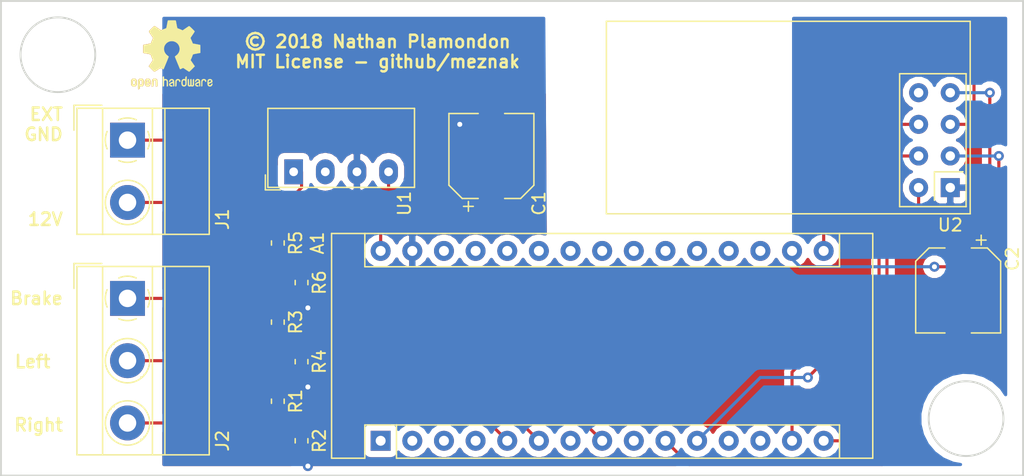
<source format=kicad_pcb>
(kicad_pcb (version 20171130) (host pcbnew 5.0.0-4.fc29)

  (general
    (thickness 1.6)
    (drawings 13)
    (tracks 115)
    (zones 0)
    (modules 15)
    (nets 37)
  )

  (page A4)
  (layers
    (0 F.Cu signal)
    (31 B.Cu signal)
    (32 B.Adhes user)
    (33 F.Adhes user)
    (34 B.Paste user)
    (35 F.Paste user)
    (36 B.SilkS user)
    (37 F.SilkS user)
    (38 B.Mask user)
    (39 F.Mask user)
    (40 Dwgs.User user)
    (41 Cmts.User user)
    (42 Eco1.User user)
    (43 Eco2.User user)
    (44 Edge.Cuts user)
    (45 Margin user)
    (46 B.CrtYd user)
    (47 F.CrtYd user)
    (48 B.Fab user)
    (49 F.Fab user)
  )

  (setup
    (last_trace_width 0.25)
    (trace_clearance 0.2)
    (zone_clearance 0.508)
    (zone_45_only no)
    (trace_min 0.2)
    (segment_width 0.2)
    (edge_width 0.15)
    (via_size 0.8)
    (via_drill 0.4)
    (via_min_size 0.4)
    (via_min_drill 0.3)
    (uvia_size 0.3)
    (uvia_drill 0.1)
    (uvias_allowed no)
    (uvia_min_size 0.2)
    (uvia_min_drill 0.1)
    (pcb_text_width 0.3)
    (pcb_text_size 1 1)
    (mod_edge_width 0.15)
    (mod_text_size 1 1)
    (mod_text_width 0.15)
    (pad_size 1.524 1.524)
    (pad_drill 0.762)
    (pad_to_mask_clearance 0.2)
    (aux_axis_origin 0 0)
    (visible_elements FFFFFF7F)
    (pcbplotparams
      (layerselection 0x010fc_ffffffff)
      (usegerberextensions false)
      (usegerberattributes false)
      (usegerberadvancedattributes false)
      (creategerberjobfile false)
      (excludeedgelayer true)
      (linewidth 0.100000)
      (plotframeref false)
      (viasonmask false)
      (mode 1)
      (useauxorigin false)
      (hpglpennumber 1)
      (hpglpenspeed 20)
      (hpglpendiameter 15.000000)
      (psnegative false)
      (psa4output false)
      (plotreference true)
      (plotvalue true)
      (plotinvisibletext false)
      (padsonsilk false)
      (subtractmaskfromsilk false)
      (outputformat 1)
      (mirror false)
      (drillshape 1)
      (scaleselection 1)
      (outputdirectory ""))
  )

  (net 0 "")
  (net 1 "Net-(A1-Pad1)")
  (net 2 +3V3)
  (net 3 "Net-(A1-Pad2)")
  (net 4 "Net-(A1-Pad18)")
  (net 5 "Net-(A1-Pad3)")
  (net 6 "Net-(A1-Pad19)")
  (net 7 "Net-(A1-Pad4)")
  (net 8 "Net-(A1-Pad20)")
  (net 9 "Net-(A1-Pad5)")
  (net 10 "Net-(A1-Pad21)")
  (net 11 "Net-(A1-Pad6)")
  (net 12 "Net-(A1-Pad22)")
  (net 13 "Net-(A1-Pad7)")
  (net 14 "Net-(A1-Pad23)")
  (net 15 "Net-(A1-Pad8)")
  (net 16 "Net-(A1-Pad24)")
  (net 17 "Net-(A1-Pad9)")
  (net 18 "Net-(A1-Pad25)")
  (net 19 "Net-(A1-Pad10)")
  (net 20 "Net-(A1-Pad26)")
  (net 21 "Net-(A1-Pad11)")
  (net 22 "Net-(A1-Pad27)")
  (net 23 "Net-(A1-Pad12)")
  (net 24 "Net-(A1-Pad28)")
  (net 25 "Net-(A1-Pad13)")
  (net 26 GND)
  (net 27 "Net-(A1-Pad14)")
  (net 28 +5V)
  (net 29 "Net-(A1-Pad15)")
  (net 30 "Net-(A1-Pad16)")
  (net 31 GNDREF)
  (net 32 +12V)
  (net 33 "Net-(J2-Pad1)")
  (net 34 "Net-(J2-Pad2)")
  (net 35 "Net-(J2-Pad3)")
  (net 36 "Net-(U2-Pad8)")

  (net_class Default "This is the default net class."
    (clearance 0.2)
    (trace_width 0.25)
    (via_dia 0.8)
    (via_drill 0.4)
    (uvia_dia 0.3)
    (uvia_drill 0.1)
    (add_net +12V)
    (add_net +3V3)
    (add_net +5V)
    (add_net GND)
    (add_net GNDREF)
    (add_net "Net-(A1-Pad1)")
    (add_net "Net-(A1-Pad10)")
    (add_net "Net-(A1-Pad11)")
    (add_net "Net-(A1-Pad12)")
    (add_net "Net-(A1-Pad13)")
    (add_net "Net-(A1-Pad14)")
    (add_net "Net-(A1-Pad15)")
    (add_net "Net-(A1-Pad16)")
    (add_net "Net-(A1-Pad18)")
    (add_net "Net-(A1-Pad19)")
    (add_net "Net-(A1-Pad2)")
    (add_net "Net-(A1-Pad20)")
    (add_net "Net-(A1-Pad21)")
    (add_net "Net-(A1-Pad22)")
    (add_net "Net-(A1-Pad23)")
    (add_net "Net-(A1-Pad24)")
    (add_net "Net-(A1-Pad25)")
    (add_net "Net-(A1-Pad26)")
    (add_net "Net-(A1-Pad27)")
    (add_net "Net-(A1-Pad28)")
    (add_net "Net-(A1-Pad3)")
    (add_net "Net-(A1-Pad4)")
    (add_net "Net-(A1-Pad5)")
    (add_net "Net-(A1-Pad6)")
    (add_net "Net-(A1-Pad7)")
    (add_net "Net-(A1-Pad8)")
    (add_net "Net-(A1-Pad9)")
    (add_net "Net-(J2-Pad1)")
    (add_net "Net-(J2-Pad2)")
    (add_net "Net-(J2-Pad3)")
    (add_net "Net-(U2-Pad8)")
  )

  (module Symbol:OSHW-Logo2_7.3x6mm_Copper (layer F.Cu) (tedit 0) (tstamp 5C31BA8B)
    (at 69.342 47.244)
    (descr "Open Source Hardware Symbol")
    (tags "Logo Symbol OSHW")
    (attr virtual)
    (fp_text reference REF** (at 0 0) (layer F.SilkS) hide
      (effects (font (size 1 1) (thickness 0.15)))
    )
    (fp_text value OSHW-Logo2_7.3x6mm_Copper (at 0.75 0) (layer F.Fab) hide
      (effects (font (size 1 1) (thickness 0.15)))
    )
    (fp_poly (pts (xy -2.400256 1.919918) (xy -2.344799 1.947568) (xy -2.295852 1.99848) (xy -2.282371 2.017338)
      (xy -2.267686 2.042015) (xy -2.258158 2.068816) (xy -2.252707 2.104587) (xy -2.250253 2.156169)
      (xy -2.249714 2.224267) (xy -2.252148 2.317588) (xy -2.260606 2.387657) (xy -2.276826 2.439931)
      (xy -2.302546 2.479869) (xy -2.339503 2.512929) (xy -2.342218 2.514886) (xy -2.37864 2.534908)
      (xy -2.422498 2.544815) (xy -2.478276 2.547257) (xy -2.568952 2.547257) (xy -2.56899 2.635283)
      (xy -2.569834 2.684308) (xy -2.574976 2.713065) (xy -2.588413 2.730311) (xy -2.614142 2.744808)
      (xy -2.620321 2.747769) (xy -2.649236 2.761648) (xy -2.671624 2.770414) (xy -2.688271 2.771171)
      (xy -2.699964 2.761023) (xy -2.70749 2.737073) (xy -2.711634 2.696426) (xy -2.713185 2.636186)
      (xy -2.712929 2.553455) (xy -2.711651 2.445339) (xy -2.711252 2.413) (xy -2.709815 2.301524)
      (xy -2.708528 2.228603) (xy -2.569029 2.228603) (xy -2.568245 2.290499) (xy -2.56476 2.330997)
      (xy -2.556876 2.357708) (xy -2.542895 2.378244) (xy -2.533403 2.38826) (xy -2.494596 2.417567)
      (xy -2.460237 2.419952) (xy -2.424784 2.39575) (xy -2.423886 2.394857) (xy -2.409461 2.376153)
      (xy -2.400687 2.350732) (xy -2.396261 2.311584) (xy -2.394882 2.251697) (xy -2.394857 2.23843)
      (xy -2.398188 2.155901) (xy -2.409031 2.098691) (xy -2.42866 2.063766) (xy -2.45835 2.048094)
      (xy -2.475509 2.046514) (xy -2.516234 2.053926) (xy -2.544168 2.07833) (xy -2.560983 2.12298)
      (xy -2.56835 2.19113) (xy -2.569029 2.228603) (xy -2.708528 2.228603) (xy -2.708292 2.215245)
      (xy -2.706323 2.150333) (xy -2.70355 2.102958) (xy -2.699612 2.06929) (xy -2.694151 2.045498)
      (xy -2.686808 2.027753) (xy -2.677223 2.012224) (xy -2.673113 2.006381) (xy -2.618595 1.951185)
      (xy -2.549664 1.91989) (xy -2.469928 1.911165) (xy -2.400256 1.919918)) (layer F.Cu) (width 0.01))
    (fp_poly (pts (xy -1.283907 1.92778) (xy -1.237328 1.954723) (xy -1.204943 1.981466) (xy -1.181258 2.009484)
      (xy -1.164941 2.043748) (xy -1.154661 2.089227) (xy -1.149086 2.150892) (xy -1.146884 2.233711)
      (xy -1.146629 2.293246) (xy -1.146629 2.512391) (xy -1.208314 2.540044) (xy -1.27 2.567697)
      (xy -1.277257 2.32767) (xy -1.280256 2.238028) (xy -1.283402 2.172962) (xy -1.287299 2.128026)
      (xy -1.292553 2.09877) (xy -1.299769 2.080748) (xy -1.30955 2.069511) (xy -1.312688 2.067079)
      (xy -1.360239 2.048083) (xy -1.408303 2.0556) (xy -1.436914 2.075543) (xy -1.448553 2.089675)
      (xy -1.456609 2.10822) (xy -1.461729 2.136334) (xy -1.464559 2.179173) (xy -1.465744 2.241895)
      (xy -1.465943 2.307261) (xy -1.465982 2.389268) (xy -1.467386 2.447316) (xy -1.472086 2.486465)
      (xy -1.482013 2.51178) (xy -1.499097 2.528323) (xy -1.525268 2.541156) (xy -1.560225 2.554491)
      (xy -1.598404 2.569007) (xy -1.593859 2.311389) (xy -1.592029 2.218519) (xy -1.589888 2.149889)
      (xy -1.586819 2.100711) (xy -1.582206 2.066198) (xy -1.575432 2.041562) (xy -1.565881 2.022016)
      (xy -1.554366 2.00477) (xy -1.49881 1.94968) (xy -1.43102 1.917822) (xy -1.357287 1.910191)
      (xy -1.283907 1.92778)) (layer F.Cu) (width 0.01))
    (fp_poly (pts (xy -2.958885 1.921962) (xy -2.890855 1.957733) (xy -2.840649 2.015301) (xy -2.822815 2.052312)
      (xy -2.808937 2.107882) (xy -2.801833 2.178096) (xy -2.80116 2.254727) (xy -2.806573 2.329552)
      (xy -2.81773 2.394342) (xy -2.834286 2.440873) (xy -2.839374 2.448887) (xy -2.899645 2.508707)
      (xy -2.971231 2.544535) (xy -3.048908 2.55502) (xy -3.127452 2.53881) (xy -3.149311 2.529092)
      (xy -3.191878 2.499143) (xy -3.229237 2.459433) (xy -3.232768 2.454397) (xy -3.247119 2.430124)
      (xy -3.256606 2.404178) (xy -3.26221 2.370022) (xy -3.264914 2.321119) (xy -3.265701 2.250935)
      (xy -3.265714 2.2352) (xy -3.265678 2.230192) (xy -3.120571 2.230192) (xy -3.119727 2.29643)
      (xy -3.116404 2.340386) (xy -3.109417 2.368779) (xy -3.097584 2.388325) (xy -3.091543 2.394857)
      (xy -3.056814 2.41968) (xy -3.023097 2.418548) (xy -2.989005 2.397016) (xy -2.968671 2.374029)
      (xy -2.956629 2.340478) (xy -2.949866 2.287569) (xy -2.949402 2.281399) (xy -2.948248 2.185513)
      (xy -2.960312 2.114299) (xy -2.98543 2.068194) (xy -3.02344 2.047635) (xy -3.037008 2.046514)
      (xy -3.072636 2.052152) (xy -3.097006 2.071686) (xy -3.111907 2.109042) (xy -3.119125 2.16815)
      (xy -3.120571 2.230192) (xy -3.265678 2.230192) (xy -3.265174 2.160413) (xy -3.262904 2.108159)
      (xy -3.257932 2.071949) (xy -3.249287 2.045299) (xy -3.235995 2.021722) (xy -3.233057 2.017338)
      (xy -3.183687 1.958249) (xy -3.129891 1.923947) (xy -3.064398 1.910331) (xy -3.042158 1.909665)
      (xy -2.958885 1.921962)) (layer F.Cu) (width 0.01))
    (fp_poly (pts (xy -1.831697 1.931239) (xy -1.774473 1.969735) (xy -1.730251 2.025335) (xy -1.703833 2.096086)
      (xy -1.69849 2.148162) (xy -1.699097 2.169893) (xy -1.704178 2.186531) (xy -1.718145 2.201437)
      (xy -1.745411 2.217973) (xy -1.790388 2.239498) (xy -1.857489 2.269374) (xy -1.857829 2.269524)
      (xy -1.919593 2.297813) (xy -1.970241 2.322933) (xy -2.004596 2.342179) (xy -2.017482 2.352848)
      (xy -2.017486 2.352934) (xy -2.006128 2.376166) (xy -1.979569 2.401774) (xy -1.949077 2.420221)
      (xy -1.93363 2.423886) (xy -1.891485 2.411212) (xy -1.855192 2.379471) (xy -1.837483 2.344572)
      (xy -1.820448 2.318845) (xy -1.787078 2.289546) (xy -1.747851 2.264235) (xy -1.713244 2.250471)
      (xy -1.706007 2.249714) (xy -1.697861 2.26216) (xy -1.69737 2.293972) (xy -1.703357 2.336866)
      (xy -1.714643 2.382558) (xy -1.73005 2.422761) (xy -1.730829 2.424322) (xy -1.777196 2.489062)
      (xy -1.837289 2.533097) (xy -1.905535 2.554711) (xy -1.976362 2.552185) (xy -2.044196 2.523804)
      (xy -2.047212 2.521808) (xy -2.100573 2.473448) (xy -2.13566 2.410352) (xy -2.155078 2.327387)
      (xy -2.157684 2.304078) (xy -2.162299 2.194055) (xy -2.156767 2.142748) (xy -2.017486 2.142748)
      (xy -2.015676 2.174753) (xy -2.005778 2.184093) (xy -1.981102 2.177105) (xy -1.942205 2.160587)
      (xy -1.898725 2.139881) (xy -1.897644 2.139333) (xy -1.860791 2.119949) (xy -1.846 2.107013)
      (xy -1.849647 2.093451) (xy -1.865005 2.075632) (xy -1.904077 2.049845) (xy -1.946154 2.04795)
      (xy -1.983897 2.066717) (xy -2.009966 2.102915) (xy -2.017486 2.142748) (xy -2.156767 2.142748)
      (xy -2.152806 2.106027) (xy -2.12845 2.036212) (xy -2.094544 1.987302) (xy -2.033347 1.937878)
      (xy -1.965937 1.913359) (xy -1.89712 1.911797) (xy -1.831697 1.931239)) (layer F.Cu) (width 0.01))
    (fp_poly (pts (xy -0.624114 1.851289) (xy -0.619861 1.910613) (xy -0.614975 1.945572) (xy -0.608205 1.96082)
      (xy -0.598298 1.961015) (xy -0.595086 1.959195) (xy -0.552356 1.946015) (xy -0.496773 1.946785)
      (xy -0.440263 1.960333) (xy -0.404918 1.977861) (xy -0.368679 2.005861) (xy -0.342187 2.037549)
      (xy -0.324001 2.077813) (xy -0.312678 2.131543) (xy -0.306778 2.203626) (xy -0.304857 2.298951)
      (xy -0.304823 2.317237) (xy -0.3048 2.522646) (xy -0.350509 2.53858) (xy -0.382973 2.54942)
      (xy -0.400785 2.554468) (xy -0.401309 2.554514) (xy -0.403063 2.540828) (xy -0.404556 2.503076)
      (xy -0.405674 2.446224) (xy -0.406303 2.375234) (xy -0.4064 2.332073) (xy -0.406602 2.246973)
      (xy -0.407642 2.185981) (xy -0.410169 2.144177) (xy -0.414836 2.116642) (xy -0.422293 2.098456)
      (xy -0.433189 2.084698) (xy -0.439993 2.078073) (xy -0.486728 2.051375) (xy -0.537728 2.049375)
      (xy -0.583999 2.071955) (xy -0.592556 2.080107) (xy -0.605107 2.095436) (xy -0.613812 2.113618)
      (xy -0.619369 2.139909) (xy -0.622474 2.179562) (xy -0.623824 2.237832) (xy -0.624114 2.318173)
      (xy -0.624114 2.522646) (xy -0.669823 2.53858) (xy -0.702287 2.54942) (xy -0.720099 2.554468)
      (xy -0.720623 2.554514) (xy -0.721963 2.540623) (xy -0.723172 2.501439) (xy -0.724199 2.4407)
      (xy -0.724998 2.362141) (xy -0.725519 2.269498) (xy -0.725714 2.166509) (xy -0.725714 1.769342)
      (xy -0.678543 1.749444) (xy -0.631371 1.729547) (xy -0.624114 1.851289)) (layer F.Cu) (width 0.01))
    (fp_poly (pts (xy 0.039744 1.950968) (xy 0.096616 1.972087) (xy 0.097267 1.972493) (xy 0.13244 1.99838)
      (xy 0.158407 2.028633) (xy 0.17667 2.068058) (xy 0.188732 2.121462) (xy 0.196096 2.193651)
      (xy 0.200264 2.289432) (xy 0.200629 2.303078) (xy 0.205876 2.508842) (xy 0.161716 2.531678)
      (xy 0.129763 2.54711) (xy 0.11047 2.554423) (xy 0.109578 2.554514) (xy 0.106239 2.541022)
      (xy 0.103587 2.504626) (xy 0.101956 2.451452) (xy 0.1016 2.408393) (xy 0.101592 2.338641)
      (xy 0.098403 2.294837) (xy 0.087288 2.273944) (xy 0.063501 2.272925) (xy 0.022296 2.288741)
      (xy -0.039914 2.317815) (xy -0.085659 2.341963) (xy -0.109187 2.362913) (xy -0.116104 2.385747)
      (xy -0.116114 2.386877) (xy -0.104701 2.426212) (xy -0.070908 2.447462) (xy -0.019191 2.450539)
      (xy 0.018061 2.450006) (xy 0.037703 2.460735) (xy 0.049952 2.486505) (xy 0.057002 2.519337)
      (xy 0.046842 2.537966) (xy 0.043017 2.540632) (xy 0.007001 2.55134) (xy -0.043434 2.552856)
      (xy -0.095374 2.545759) (xy -0.132178 2.532788) (xy -0.183062 2.489585) (xy -0.211986 2.429446)
      (xy -0.217714 2.382462) (xy -0.213343 2.340082) (xy -0.197525 2.305488) (xy -0.166203 2.274763)
      (xy -0.115322 2.24399) (xy -0.040824 2.209252) (xy -0.036286 2.207288) (xy 0.030821 2.176287)
      (xy 0.072232 2.150862) (xy 0.089981 2.128014) (xy 0.086107 2.104745) (xy 0.062643 2.078056)
      (xy 0.055627 2.071914) (xy 0.00863 2.0481) (xy -0.040067 2.049103) (xy -0.082478 2.072451)
      (xy -0.110616 2.115675) (xy -0.113231 2.12416) (xy -0.138692 2.165308) (xy -0.170999 2.185128)
      (xy -0.217714 2.20477) (xy -0.217714 2.15395) (xy -0.203504 2.080082) (xy -0.161325 2.012327)
      (xy -0.139376 1.989661) (xy -0.089483 1.960569) (xy -0.026033 1.9474) (xy 0.039744 1.950968)) (layer F.Cu) (width 0.01))
    (fp_poly (pts (xy 0.529926 1.949755) (xy 0.595858 1.974084) (xy 0.649273 2.017117) (xy 0.670164 2.047409)
      (xy 0.692939 2.102994) (xy 0.692466 2.143186) (xy 0.668562 2.170217) (xy 0.659717 2.174813)
      (xy 0.62153 2.189144) (xy 0.602028 2.185472) (xy 0.595422 2.161407) (xy 0.595086 2.148114)
      (xy 0.582992 2.09921) (xy 0.551471 2.064999) (xy 0.507659 2.048476) (xy 0.458695 2.052634)
      (xy 0.418894 2.074227) (xy 0.40545 2.086544) (xy 0.395921 2.101487) (xy 0.389485 2.124075)
      (xy 0.385317 2.159328) (xy 0.382597 2.212266) (xy 0.380502 2.287907) (xy 0.37996 2.311857)
      (xy 0.377981 2.39379) (xy 0.375731 2.451455) (xy 0.372357 2.489608) (xy 0.367006 2.513004)
      (xy 0.358824 2.526398) (xy 0.346959 2.534545) (xy 0.339362 2.538144) (xy 0.307102 2.550452)
      (xy 0.288111 2.554514) (xy 0.281836 2.540948) (xy 0.278006 2.499934) (xy 0.2766 2.430999)
      (xy 0.277598 2.333669) (xy 0.277908 2.318657) (xy 0.280101 2.229859) (xy 0.282693 2.165019)
      (xy 0.286382 2.119067) (xy 0.291864 2.086935) (xy 0.299835 2.063553) (xy 0.310993 2.043852)
      (xy 0.31683 2.03541) (xy 0.350296 1.998057) (xy 0.387727 1.969003) (xy 0.392309 1.966467)
      (xy 0.459426 1.946443) (xy 0.529926 1.949755)) (layer F.Cu) (width 0.01))
    (fp_poly (pts (xy 1.190117 2.065358) (xy 1.189933 2.173837) (xy 1.189219 2.257287) (xy 1.187675 2.319704)
      (xy 1.185001 2.365085) (xy 1.180894 2.397429) (xy 1.175055 2.420733) (xy 1.167182 2.438995)
      (xy 1.161221 2.449418) (xy 1.111855 2.505945) (xy 1.049264 2.541377) (xy 0.980013 2.55409)
      (xy 0.910668 2.542463) (xy 0.869375 2.521568) (xy 0.826025 2.485422) (xy 0.796481 2.441276)
      (xy 0.778655 2.383462) (xy 0.770463 2.306313) (xy 0.769302 2.249714) (xy 0.769458 2.245647)
      (xy 0.870857 2.245647) (xy 0.871476 2.31055) (xy 0.874314 2.353514) (xy 0.88084 2.381622)
      (xy 0.892523 2.401953) (xy 0.906483 2.417288) (xy 0.953365 2.44689) (xy 1.003701 2.449419)
      (xy 1.051276 2.424705) (xy 1.054979 2.421356) (xy 1.070783 2.403935) (xy 1.080693 2.383209)
      (xy 1.086058 2.352362) (xy 1.088228 2.304577) (xy 1.088571 2.251748) (xy 1.087827 2.185381)
      (xy 1.084748 2.141106) (xy 1.078061 2.112009) (xy 1.066496 2.091173) (xy 1.057013 2.080107)
      (xy 1.01296 2.052198) (xy 0.962224 2.048843) (xy 0.913796 2.070159) (xy 0.90445 2.078073)
      (xy 0.88854 2.095647) (xy 0.87861 2.116587) (xy 0.873278 2.147782) (xy 0.871163 2.196122)
      (xy 0.870857 2.245647) (xy 0.769458 2.245647) (xy 0.77281 2.158568) (xy 0.784726 2.090086)
      (xy 0.807135 2.0386) (xy 0.842124 1.998443) (xy 0.869375 1.977861) (xy 0.918907 1.955625)
      (xy 0.976316 1.945304) (xy 1.029682 1.948067) (xy 1.059543 1.959212) (xy 1.071261 1.962383)
      (xy 1.079037 1.950557) (xy 1.084465 1.918866) (xy 1.088571 1.870593) (xy 1.093067 1.816829)
      (xy 1.099313 1.784482) (xy 1.110676 1.765985) (xy 1.130528 1.75377) (xy 1.143 1.748362)
      (xy 1.190171 1.728601) (xy 1.190117 2.065358)) (layer F.Cu) (width 0.01))
    (fp_poly (pts (xy 1.779833 1.958663) (xy 1.782048 1.99685) (xy 1.783784 2.054886) (xy 1.784899 2.12818)
      (xy 1.785257 2.205055) (xy 1.785257 2.465196) (xy 1.739326 2.511127) (xy 1.707675 2.539429)
      (xy 1.67989 2.550893) (xy 1.641915 2.550168) (xy 1.62684 2.548321) (xy 1.579726 2.542948)
      (xy 1.540756 2.539869) (xy 1.531257 2.539585) (xy 1.499233 2.541445) (xy 1.453432 2.546114)
      (xy 1.435674 2.548321) (xy 1.392057 2.551735) (xy 1.362745 2.54432) (xy 1.33368 2.521427)
      (xy 1.323188 2.511127) (xy 1.277257 2.465196) (xy 1.277257 1.978602) (xy 1.314226 1.961758)
      (xy 1.346059 1.949282) (xy 1.364683 1.944914) (xy 1.369458 1.958718) (xy 1.373921 1.997286)
      (xy 1.377775 2.056356) (xy 1.380722 2.131663) (xy 1.382143 2.195286) (xy 1.386114 2.445657)
      (xy 1.420759 2.450556) (xy 1.452268 2.447131) (xy 1.467708 2.436041) (xy 1.472023 2.415308)
      (xy 1.475708 2.371145) (xy 1.478469 2.309146) (xy 1.480012 2.234909) (xy 1.480235 2.196706)
      (xy 1.480457 1.976783) (xy 1.526166 1.960849) (xy 1.558518 1.950015) (xy 1.576115 1.944962)
      (xy 1.576623 1.944914) (xy 1.578388 1.958648) (xy 1.580329 1.99673) (xy 1.582282 2.054482)
      (xy 1.584084 2.127227) (xy 1.585343 2.195286) (xy 1.589314 2.445657) (xy 1.6764 2.445657)
      (xy 1.680396 2.21724) (xy 1.684392 1.988822) (xy 1.726847 1.966868) (xy 1.758192 1.951793)
      (xy 1.776744 1.944951) (xy 1.777279 1.944914) (xy 1.779833 1.958663)) (layer F.Cu) (width 0.01))
    (fp_poly (pts (xy 2.144876 1.956335) (xy 2.186667 1.975344) (xy 2.219469 1.998378) (xy 2.243503 2.024133)
      (xy 2.260097 2.057358) (xy 2.270577 2.1028) (xy 2.276271 2.165207) (xy 2.278507 2.249327)
      (xy 2.278743 2.304721) (xy 2.278743 2.520826) (xy 2.241774 2.53767) (xy 2.212656 2.549981)
      (xy 2.198231 2.554514) (xy 2.195472 2.541025) (xy 2.193282 2.504653) (xy 2.191942 2.451542)
      (xy 2.191657 2.409372) (xy 2.190434 2.348447) (xy 2.187136 2.300115) (xy 2.182321 2.270518)
      (xy 2.178496 2.264229) (xy 2.152783 2.270652) (xy 2.112418 2.287125) (xy 2.065679 2.309458)
      (xy 2.020845 2.333457) (xy 1.986193 2.35493) (xy 1.970002 2.369685) (xy 1.969938 2.369845)
      (xy 1.97133 2.397152) (xy 1.983818 2.423219) (xy 2.005743 2.444392) (xy 2.037743 2.451474)
      (xy 2.065092 2.450649) (xy 2.103826 2.450042) (xy 2.124158 2.459116) (xy 2.136369 2.483092)
      (xy 2.137909 2.487613) (xy 2.143203 2.521806) (xy 2.129047 2.542568) (xy 2.092148 2.552462)
      (xy 2.052289 2.554292) (xy 1.980562 2.540727) (xy 1.943432 2.521355) (xy 1.897576 2.475845)
      (xy 1.873256 2.419983) (xy 1.871073 2.360957) (xy 1.891629 2.305953) (xy 1.922549 2.271486)
      (xy 1.95342 2.252189) (xy 2.001942 2.227759) (xy 2.058485 2.202985) (xy 2.06791 2.199199)
      (xy 2.130019 2.171791) (xy 2.165822 2.147634) (xy 2.177337 2.123619) (xy 2.16658 2.096635)
      (xy 2.148114 2.075543) (xy 2.104469 2.049572) (xy 2.056446 2.047624) (xy 2.012406 2.067637)
      (xy 1.980709 2.107551) (xy 1.976549 2.117848) (xy 1.952327 2.155724) (xy 1.916965 2.183842)
      (xy 1.872343 2.206917) (xy 1.872343 2.141485) (xy 1.874969 2.101506) (xy 1.88623 2.069997)
      (xy 1.911199 2.036378) (xy 1.935169 2.010484) (xy 1.972441 1.973817) (xy 2.001401 1.954121)
      (xy 2.032505 1.94622) (xy 2.067713 1.944914) (xy 2.144876 1.956335)) (layer F.Cu) (width 0.01))
    (fp_poly (pts (xy 2.6526 1.958752) (xy 2.669948 1.966334) (xy 2.711356 1.999128) (xy 2.746765 2.046547)
      (xy 2.768664 2.097151) (xy 2.772229 2.122098) (xy 2.760279 2.156927) (xy 2.734067 2.175357)
      (xy 2.705964 2.186516) (xy 2.693095 2.188572) (xy 2.686829 2.173649) (xy 2.674456 2.141175)
      (xy 2.669028 2.126502) (xy 2.63859 2.075744) (xy 2.59452 2.050427) (xy 2.53801 2.051206)
      (xy 2.533825 2.052203) (xy 2.503655 2.066507) (xy 2.481476 2.094393) (xy 2.466327 2.139287)
      (xy 2.45725 2.204615) (xy 2.453286 2.293804) (xy 2.452914 2.341261) (xy 2.45273 2.416071)
      (xy 2.451522 2.467069) (xy 2.448309 2.499471) (xy 2.442109 2.518495) (xy 2.43194 2.529356)
      (xy 2.416819 2.537272) (xy 2.415946 2.53767) (xy 2.386828 2.549981) (xy 2.372403 2.554514)
      (xy 2.370186 2.540809) (xy 2.368289 2.502925) (xy 2.366847 2.445715) (xy 2.365998 2.374027)
      (xy 2.365829 2.321565) (xy 2.366692 2.220047) (xy 2.37007 2.143032) (xy 2.377142 2.086023)
      (xy 2.389088 2.044526) (xy 2.40709 2.014043) (xy 2.432327 1.99008) (xy 2.457247 1.973355)
      (xy 2.517171 1.951097) (xy 2.586911 1.946076) (xy 2.6526 1.958752)) (layer F.Cu) (width 0.01))
    (fp_poly (pts (xy 3.153595 1.966966) (xy 3.211021 2.004497) (xy 3.238719 2.038096) (xy 3.260662 2.099064)
      (xy 3.262405 2.147308) (xy 3.258457 2.211816) (xy 3.109686 2.276934) (xy 3.037349 2.310202)
      (xy 2.990084 2.336964) (xy 2.965507 2.360144) (xy 2.961237 2.382667) (xy 2.974889 2.407455)
      (xy 2.989943 2.423886) (xy 3.033746 2.450235) (xy 3.081389 2.452081) (xy 3.125145 2.431546)
      (xy 3.157289 2.390752) (xy 3.163038 2.376347) (xy 3.190576 2.331356) (xy 3.222258 2.312182)
      (xy 3.265714 2.295779) (xy 3.265714 2.357966) (xy 3.261872 2.400283) (xy 3.246823 2.435969)
      (xy 3.21528 2.476943) (xy 3.210592 2.482267) (xy 3.175506 2.51872) (xy 3.145347 2.538283)
      (xy 3.107615 2.547283) (xy 3.076335 2.55023) (xy 3.020385 2.550965) (xy 2.980555 2.54166)
      (xy 2.955708 2.527846) (xy 2.916656 2.497467) (xy 2.889625 2.464613) (xy 2.872517 2.423294)
      (xy 2.863238 2.367521) (xy 2.859693 2.291305) (xy 2.85941 2.252622) (xy 2.860372 2.206247)
      (xy 2.948007 2.206247) (xy 2.949023 2.231126) (xy 2.951556 2.2352) (xy 2.968274 2.229665)
      (xy 3.004249 2.215017) (xy 3.052331 2.19419) (xy 3.062386 2.189714) (xy 3.123152 2.158814)
      (xy 3.156632 2.131657) (xy 3.16399 2.10622) (xy 3.146391 2.080481) (xy 3.131856 2.069109)
      (xy 3.07941 2.046364) (xy 3.030322 2.050122) (xy 2.989227 2.077884) (xy 2.960758 2.127152)
      (xy 2.951631 2.166257) (xy 2.948007 2.206247) (xy 2.860372 2.206247) (xy 2.861285 2.162249)
      (xy 2.868196 2.095384) (xy 2.881884 2.046695) (xy 2.904096 2.010849) (xy 2.936574 1.982513)
      (xy 2.950733 1.973355) (xy 3.015053 1.949507) (xy 3.085473 1.948006) (xy 3.153595 1.966966)) (layer F.Cu) (width 0.01))
    (fp_poly (pts (xy 0.10391 -2.757652) (xy 0.182454 -2.757222) (xy 0.239298 -2.756058) (xy 0.278105 -2.753793)
      (xy 0.302538 -2.75006) (xy 0.316262 -2.744494) (xy 0.32294 -2.736727) (xy 0.326236 -2.726395)
      (xy 0.326556 -2.725057) (xy 0.331562 -2.700921) (xy 0.340829 -2.653299) (xy 0.353392 -2.587259)
      (xy 0.368287 -2.507872) (xy 0.384551 -2.420204) (xy 0.385119 -2.417125) (xy 0.40141 -2.331211)
      (xy 0.416652 -2.255304) (xy 0.429861 -2.193955) (xy 0.440054 -2.151718) (xy 0.446248 -2.133145)
      (xy 0.446543 -2.132816) (xy 0.464788 -2.123747) (xy 0.502405 -2.108633) (xy 0.551271 -2.090738)
      (xy 0.551543 -2.090642) (xy 0.613093 -2.067507) (xy 0.685657 -2.038035) (xy 0.754057 -2.008403)
      (xy 0.757294 -2.006938) (xy 0.868702 -1.956374) (xy 1.115399 -2.12484) (xy 1.191077 -2.176197)
      (xy 1.259631 -2.222111) (xy 1.317088 -2.25997) (xy 1.359476 -2.287163) (xy 1.382825 -2.301079)
      (xy 1.385042 -2.302111) (xy 1.40201 -2.297516) (xy 1.433701 -2.275345) (xy 1.481352 -2.234553)
      (xy 1.546198 -2.174095) (xy 1.612397 -2.109773) (xy 1.676214 -2.046388) (xy 1.733329 -1.988549)
      (xy 1.780305 -1.939825) (xy 1.813703 -1.90379) (xy 1.830085 -1.884016) (xy 1.830694 -1.882998)
      (xy 1.832505 -1.869428) (xy 1.825683 -1.847267) (xy 1.80854 -1.813522) (xy 1.779393 -1.7652)
      (xy 1.736555 -1.699308) (xy 1.679448 -1.614483) (xy 1.628766 -1.539823) (xy 1.583461 -1.47286)
      (xy 1.54615 -1.417484) (xy 1.519452 -1.37758) (xy 1.505985 -1.357038) (xy 1.505137 -1.355644)
      (xy 1.506781 -1.335962) (xy 1.519245 -1.297707) (xy 1.540048 -1.248111) (xy 1.547462 -1.232272)
      (xy 1.579814 -1.16171) (xy 1.614328 -1.081647) (xy 1.642365 -1.012371) (xy 1.662568 -0.960955)
      (xy 1.678615 -0.921881) (xy 1.687888 -0.901459) (xy 1.689041 -0.899886) (xy 1.706096 -0.897279)
      (xy 1.746298 -0.890137) (xy 1.804302 -0.879477) (xy 1.874763 -0.866315) (xy 1.952335 -0.851667)
      (xy 2.031672 -0.836551) (xy 2.107431 -0.821982) (xy 2.174264 -0.808978) (xy 2.226828 -0.798555)
      (xy 2.259776 -0.79173) (xy 2.267857 -0.789801) (xy 2.276205 -0.785038) (xy 2.282506 -0.774282)
      (xy 2.287045 -0.753902) (xy 2.290104 -0.720266) (xy 2.291967 -0.669745) (xy 2.292918 -0.598708)
      (xy 2.29324 -0.503524) (xy 2.293257 -0.464508) (xy 2.293257 -0.147201) (xy 2.217057 -0.132161)
      (xy 2.174663 -0.124005) (xy 2.1114 -0.112101) (xy 2.034962 -0.097884) (xy 1.953043 -0.08279)
      (xy 1.9304 -0.078645) (xy 1.854806 -0.063947) (xy 1.788953 -0.049495) (xy 1.738366 -0.036625)
      (xy 1.708574 -0.026678) (xy 1.703612 -0.023713) (xy 1.691426 -0.002717) (xy 1.673953 0.037967)
      (xy 1.654577 0.090322) (xy 1.650734 0.1016) (xy 1.625339 0.171523) (xy 1.593817 0.250418)
      (xy 1.562969 0.321266) (xy 1.562817 0.321595) (xy 1.511447 0.432733) (xy 1.680399 0.681253)
      (xy 1.849352 0.929772) (xy 1.632429 1.147058) (xy 1.566819 1.211726) (xy 1.506979 1.268733)
      (xy 1.456267 1.315033) (xy 1.418046 1.347584) (xy 1.395675 1.363343) (xy 1.392466 1.364343)
      (xy 1.373626 1.356469) (xy 1.33518 1.334578) (xy 1.28133 1.301267) (xy 1.216276 1.259131)
      (xy 1.14594 1.211943) (xy 1.074555 1.16381) (xy 1.010908 1.121928) (xy 0.959041 1.088871)
      (xy 0.922995 1.067218) (xy 0.906867 1.059543) (xy 0.887189 1.066037) (xy 0.849875 1.08315)
      (xy 0.802621 1.107326) (xy 0.797612 1.110013) (xy 0.733977 1.141927) (xy 0.690341 1.157579)
      (xy 0.663202 1.157745) (xy 0.649057 1.143204) (xy 0.648975 1.143) (xy 0.641905 1.125779)
      (xy 0.625042 1.084899) (xy 0.599695 1.023525) (xy 0.567171 0.944819) (xy 0.528778 0.851947)
      (xy 0.485822 0.748072) (xy 0.444222 0.647502) (xy 0.398504 0.536516) (xy 0.356526 0.433703)
      (xy 0.319548 0.342215) (xy 0.288827 0.265201) (xy 0.265622 0.205815) (xy 0.25119 0.167209)
      (xy 0.246743 0.1528) (xy 0.257896 0.136272) (xy 0.287069 0.10993) (xy 0.325971 0.080887)
      (xy 0.436757 -0.010961) (xy 0.523351 -0.116241) (xy 0.584716 -0.232734) (xy 0.619815 -0.358224)
      (xy 0.627608 -0.490493) (xy 0.621943 -0.551543) (xy 0.591078 -0.678205) (xy 0.53792 -0.790059)
      (xy 0.465767 -0.885999) (xy 0.377917 -0.964924) (xy 0.277665 -1.02573) (xy 0.16831 -1.067313)
      (xy 0.053147 -1.088572) (xy -0.064525 -1.088401) (xy -0.18141 -1.065699) (xy -0.294211 -1.019362)
      (xy -0.399631 -0.948287) (xy -0.443632 -0.908089) (xy -0.528021 -0.804871) (xy -0.586778 -0.692075)
      (xy -0.620296 -0.57299) (xy -0.628965 -0.450905) (xy -0.613177 -0.329107) (xy -0.573322 -0.210884)
      (xy -0.509793 -0.099525) (xy -0.422979 0.001684) (xy -0.325971 0.080887) (xy -0.285563 0.111162)
      (xy -0.257018 0.137219) (xy -0.246743 0.152825) (xy -0.252123 0.169843) (xy -0.267425 0.2105)
      (xy -0.291388 0.271642) (xy -0.322756 0.350119) (xy -0.360268 0.44278) (xy -0.402667 0.546472)
      (xy -0.444337 0.647526) (xy -0.49031 0.758607) (xy -0.532893 0.861541) (xy -0.570779 0.953165)
      (xy -0.60266 1.030316) (xy -0.627229 1.089831) (xy -0.64318 1.128544) (xy -0.64909 1.143)
      (xy -0.663052 1.157685) (xy -0.69006 1.157642) (xy -0.733587 1.142099) (xy -0.79711 1.110284)
      (xy -0.797612 1.110013) (xy -0.84544 1.085323) (xy -0.884103 1.067338) (xy -0.905905 1.059614)
      (xy -0.906867 1.059543) (xy -0.923279 1.067378) (xy -0.959513 1.089165) (xy -1.011526 1.122328)
      (xy -1.075275 1.164291) (xy -1.14594 1.211943) (xy -1.217884 1.260191) (xy -1.282726 1.302151)
      (xy -1.336265 1.335227) (xy -1.374303 1.356821) (xy -1.392467 1.364343) (xy -1.409192 1.354457)
      (xy -1.44282 1.326826) (xy -1.48999 1.284495) (xy -1.547342 1.230505) (xy -1.611516 1.167899)
      (xy -1.632503 1.146983) (xy -1.849501 0.929623) (xy -1.684332 0.68722) (xy -1.634136 0.612781)
      (xy -1.590081 0.545972) (xy -1.554638 0.490665) (xy -1.530281 0.450729) (xy -1.519478 0.430036)
      (xy -1.519162 0.428563) (xy -1.524857 0.409058) (xy -1.540174 0.369822) (xy -1.562463 0.31743)
      (xy -1.578107 0.282355) (xy -1.607359 0.215201) (xy -1.634906 0.147358) (xy -1.656263 0.090034)
      (xy -1.662065 0.072572) (xy -1.678548 0.025938) (xy -1.69466 -0.010095) (xy -1.70351 -0.023713)
      (xy -1.72304 -0.032048) (xy -1.765666 -0.043863) (xy -1.825855 -0.057819) (xy -1.898078 -0.072578)
      (xy -1.9304 -0.078645) (xy -2.012478 -0.093727) (xy -2.091205 -0.108331) (xy -2.158891 -0.12102)
      (xy -2.20784 -0.130358) (xy -2.217057 -0.132161) (xy -2.293257 -0.147201) (xy -2.293257 -0.464508)
      (xy -2.293086 -0.568846) (xy -2.292384 -0.647787) (xy -2.290866 -0.704962) (xy -2.288251 -0.744001)
      (xy -2.284254 -0.768535) (xy -2.278591 -0.782195) (xy -2.27098 -0.788611) (xy -2.267857 -0.789801)
      (xy -2.249022 -0.79402) (xy -2.207412 -0.802438) (xy -2.14837 -0.814039) (xy -2.077243 -0.827805)
      (xy -1.999375 -0.84272) (xy -1.920113 -0.857768) (xy -1.844802 -0.871931) (xy -1.778787 -0.884194)
      (xy -1.727413 -0.893539) (xy -1.696025 -0.89895) (xy -1.689041 -0.899886) (xy -1.682715 -0.912404)
      (xy -1.66871 -0.945754) (xy -1.649645 -0.993623) (xy -1.642366 -1.012371) (xy -1.613004 -1.084805)
      (xy -1.578429 -1.16483) (xy -1.547463 -1.232272) (xy -1.524677 -1.283841) (xy -1.509518 -1.326215)
      (xy -1.504458 -1.352166) (xy -1.505264 -1.355644) (xy -1.515959 -1.372064) (xy -1.54038 -1.408583)
      (xy -1.575905 -1.461313) (xy -1.619913 -1.526365) (xy -1.669783 -1.599849) (xy -1.679644 -1.614355)
      (xy -1.737508 -1.700296) (xy -1.780044 -1.765739) (xy -1.808946 -1.813696) (xy -1.82591 -1.84718)
      (xy -1.832633 -1.869205) (xy -1.83081 -1.882783) (xy -1.830764 -1.882869) (xy -1.816414 -1.900703)
      (xy -1.784677 -1.935183) (xy -1.73899 -1.982732) (xy -1.682796 -2.039778) (xy -1.619532 -2.102745)
      (xy -1.612398 -2.109773) (xy -1.53267 -2.18698) (xy -1.471143 -2.24367) (xy -1.426579 -2.28089)
      (xy -1.397743 -2.299685) (xy -1.385042 -2.302111) (xy -1.366506 -2.291529) (xy -1.328039 -2.267084)
      (xy -1.273614 -2.231388) (xy -1.207202 -2.187053) (xy -1.132775 -2.136689) (xy -1.115399 -2.12484)
      (xy -0.868703 -1.956374) (xy -0.757294 -2.006938) (xy -0.689543 -2.036405) (xy -0.616817 -2.066041)
      (xy -0.554297 -2.08967) (xy -0.551543 -2.090642) (xy -0.50264 -2.108543) (xy -0.464943 -2.12368)
      (xy -0.446575 -2.13279) (xy -0.446544 -2.132816) (xy -0.440715 -2.149283) (xy -0.430808 -2.189781)
      (xy -0.417805 -2.249758) (xy -0.402691 -2.32466) (xy -0.386448 -2.409936) (xy -0.385119 -2.417125)
      (xy -0.368825 -2.504986) (xy -0.353867 -2.58474) (xy -0.341209 -2.651319) (xy -0.331814 -2.699653)
      (xy -0.326646 -2.724675) (xy -0.326556 -2.725057) (xy -0.323411 -2.735701) (xy -0.317296 -2.743738)
      (xy -0.304547 -2.749533) (xy -0.2815 -2.753453) (xy -0.244491 -2.755865) (xy -0.189856 -2.757135)
      (xy -0.113933 -2.757629) (xy -0.013056 -2.757714) (xy 0 -2.757714) (xy 0.10391 -2.757652)) (layer F.Cu) (width 0.01))
  )

  (module Module:Arduino_Nano (layer F.Cu) (tedit 58ACAF70) (tstamp 5C3173CB)
    (at 86.106 78.232 90)
    (descr "Arduino Nano, http://www.mouser.com/pdfdocs/Gravitech_Arduino_Nano3_0.pdf")
    (tags "Arduino Nano")
    (path /5C2429A7)
    (fp_text reference A1 (at 15.875 -5.08 90) (layer F.SilkS)
      (effects (font (size 1 1) (thickness 0.15)))
    )
    (fp_text value Arduino_Nano_v3.x (at 8.89 19.05 180) (layer F.Fab)
      (effects (font (size 1 1) (thickness 0.15)))
    )
    (fp_text user %R (at 6.35 19.05 180) (layer F.Fab)
      (effects (font (size 1 1) (thickness 0.15)))
    )
    (fp_line (start 1.27 1.27) (end 1.27 -1.27) (layer F.SilkS) (width 0.12))
    (fp_line (start 1.27 -1.27) (end -1.4 -1.27) (layer F.SilkS) (width 0.12))
    (fp_line (start -1.4 1.27) (end -1.4 39.5) (layer F.SilkS) (width 0.12))
    (fp_line (start -1.4 -3.94) (end -1.4 -1.27) (layer F.SilkS) (width 0.12))
    (fp_line (start 13.97 -1.27) (end 16.64 -1.27) (layer F.SilkS) (width 0.12))
    (fp_line (start 13.97 -1.27) (end 13.97 36.83) (layer F.SilkS) (width 0.12))
    (fp_line (start 13.97 36.83) (end 16.64 36.83) (layer F.SilkS) (width 0.12))
    (fp_line (start 1.27 1.27) (end -1.4 1.27) (layer F.SilkS) (width 0.12))
    (fp_line (start 1.27 1.27) (end 1.27 36.83) (layer F.SilkS) (width 0.12))
    (fp_line (start 1.27 36.83) (end -1.4 36.83) (layer F.SilkS) (width 0.12))
    (fp_line (start 3.81 31.75) (end 11.43 31.75) (layer F.Fab) (width 0.1))
    (fp_line (start 11.43 31.75) (end 11.43 41.91) (layer F.Fab) (width 0.1))
    (fp_line (start 11.43 41.91) (end 3.81 41.91) (layer F.Fab) (width 0.1))
    (fp_line (start 3.81 41.91) (end 3.81 31.75) (layer F.Fab) (width 0.1))
    (fp_line (start -1.4 39.5) (end 16.64 39.5) (layer F.SilkS) (width 0.12))
    (fp_line (start 16.64 39.5) (end 16.64 -3.94) (layer F.SilkS) (width 0.12))
    (fp_line (start 16.64 -3.94) (end -1.4 -3.94) (layer F.SilkS) (width 0.12))
    (fp_line (start 16.51 39.37) (end -1.27 39.37) (layer F.Fab) (width 0.1))
    (fp_line (start -1.27 39.37) (end -1.27 -2.54) (layer F.Fab) (width 0.1))
    (fp_line (start -1.27 -2.54) (end 0 -3.81) (layer F.Fab) (width 0.1))
    (fp_line (start 0 -3.81) (end 16.51 -3.81) (layer F.Fab) (width 0.1))
    (fp_line (start 16.51 -3.81) (end 16.51 39.37) (layer F.Fab) (width 0.1))
    (fp_line (start -1.53 -4.06) (end 16.75 -4.06) (layer F.CrtYd) (width 0.05))
    (fp_line (start -1.53 -4.06) (end -1.53 42.16) (layer F.CrtYd) (width 0.05))
    (fp_line (start 16.75 42.16) (end 16.75 -4.06) (layer F.CrtYd) (width 0.05))
    (fp_line (start 16.75 42.16) (end -1.53 42.16) (layer F.CrtYd) (width 0.05))
    (pad 1 thru_hole rect (at 0 0 90) (size 1.6 1.6) (drill 0.8) (layers *.Cu *.Mask)
      (net 1 "Net-(A1-Pad1)"))
    (pad 17 thru_hole oval (at 15.24 33.02 90) (size 1.6 1.6) (drill 0.8) (layers *.Cu *.Mask)
      (net 2 +3V3))
    (pad 2 thru_hole oval (at 0 2.54 90) (size 1.6 1.6) (drill 0.8) (layers *.Cu *.Mask)
      (net 3 "Net-(A1-Pad2)"))
    (pad 18 thru_hole oval (at 15.24 30.48 90) (size 1.6 1.6) (drill 0.8) (layers *.Cu *.Mask)
      (net 4 "Net-(A1-Pad18)"))
    (pad 3 thru_hole oval (at 0 5.08 90) (size 1.6 1.6) (drill 0.8) (layers *.Cu *.Mask)
      (net 5 "Net-(A1-Pad3)"))
    (pad 19 thru_hole oval (at 15.24 27.94 90) (size 1.6 1.6) (drill 0.8) (layers *.Cu *.Mask)
      (net 6 "Net-(A1-Pad19)"))
    (pad 4 thru_hole oval (at 0 7.62 90) (size 1.6 1.6) (drill 0.8) (layers *.Cu *.Mask)
      (net 7 "Net-(A1-Pad4)"))
    (pad 20 thru_hole oval (at 15.24 25.4 90) (size 1.6 1.6) (drill 0.8) (layers *.Cu *.Mask)
      (net 8 "Net-(A1-Pad20)"))
    (pad 5 thru_hole oval (at 0 10.16 90) (size 1.6 1.6) (drill 0.8) (layers *.Cu *.Mask)
      (net 9 "Net-(A1-Pad5)"))
    (pad 21 thru_hole oval (at 15.24 22.86 90) (size 1.6 1.6) (drill 0.8) (layers *.Cu *.Mask)
      (net 10 "Net-(A1-Pad21)"))
    (pad 6 thru_hole oval (at 0 12.7 90) (size 1.6 1.6) (drill 0.8) (layers *.Cu *.Mask)
      (net 11 "Net-(A1-Pad6)"))
    (pad 22 thru_hole oval (at 15.24 20.32 90) (size 1.6 1.6) (drill 0.8) (layers *.Cu *.Mask)
      (net 12 "Net-(A1-Pad22)"))
    (pad 7 thru_hole oval (at 0 15.24 90) (size 1.6 1.6) (drill 0.8) (layers *.Cu *.Mask)
      (net 13 "Net-(A1-Pad7)"))
    (pad 23 thru_hole oval (at 15.24 17.78 90) (size 1.6 1.6) (drill 0.8) (layers *.Cu *.Mask)
      (net 14 "Net-(A1-Pad23)"))
    (pad 8 thru_hole oval (at 0 17.78 90) (size 1.6 1.6) (drill 0.8) (layers *.Cu *.Mask)
      (net 15 "Net-(A1-Pad8)"))
    (pad 24 thru_hole oval (at 15.24 15.24 90) (size 1.6 1.6) (drill 0.8) (layers *.Cu *.Mask)
      (net 16 "Net-(A1-Pad24)"))
    (pad 9 thru_hole oval (at 0 20.32 90) (size 1.6 1.6) (drill 0.8) (layers *.Cu *.Mask)
      (net 17 "Net-(A1-Pad9)"))
    (pad 25 thru_hole oval (at 15.24 12.7 90) (size 1.6 1.6) (drill 0.8) (layers *.Cu *.Mask)
      (net 18 "Net-(A1-Pad25)"))
    (pad 10 thru_hole oval (at 0 22.86 90) (size 1.6 1.6) (drill 0.8) (layers *.Cu *.Mask)
      (net 19 "Net-(A1-Pad10)"))
    (pad 26 thru_hole oval (at 15.24 10.16 90) (size 1.6 1.6) (drill 0.8) (layers *.Cu *.Mask)
      (net 20 "Net-(A1-Pad26)"))
    (pad 11 thru_hole oval (at 0 25.4 90) (size 1.6 1.6) (drill 0.8) (layers *.Cu *.Mask)
      (net 21 "Net-(A1-Pad11)"))
    (pad 27 thru_hole oval (at 15.24 7.62 90) (size 1.6 1.6) (drill 0.8) (layers *.Cu *.Mask)
      (net 22 "Net-(A1-Pad27)"))
    (pad 12 thru_hole oval (at 0 27.94 90) (size 1.6 1.6) (drill 0.8) (layers *.Cu *.Mask)
      (net 23 "Net-(A1-Pad12)"))
    (pad 28 thru_hole oval (at 15.24 5.08 90) (size 1.6 1.6) (drill 0.8) (layers *.Cu *.Mask)
      (net 24 "Net-(A1-Pad28)"))
    (pad 13 thru_hole oval (at 0 30.48 90) (size 1.6 1.6) (drill 0.8) (layers *.Cu *.Mask)
      (net 25 "Net-(A1-Pad13)"))
    (pad 29 thru_hole oval (at 15.24 2.54 90) (size 1.6 1.6) (drill 0.8) (layers *.Cu *.Mask)
      (net 26 GND))
    (pad 14 thru_hole oval (at 0 33.02 90) (size 1.6 1.6) (drill 0.8) (layers *.Cu *.Mask)
      (net 27 "Net-(A1-Pad14)"))
    (pad 30 thru_hole oval (at 15.24 0 90) (size 1.6 1.6) (drill 0.8) (layers *.Cu *.Mask)
      (net 28 +5V))
    (pad 15 thru_hole oval (at 0 35.56 90) (size 1.6 1.6) (drill 0.8) (layers *.Cu *.Mask)
      (net 29 "Net-(A1-Pad15)"))
    (pad 16 thru_hole oval (at 15.24 35.56 90) (size 1.6 1.6) (drill 0.8) (layers *.Cu *.Mask)
      (net 30 "Net-(A1-Pad16)"))
    (model ${KISYS3DMOD}/Module.3dshapes/Arduino_Nano_WithMountingHoles.wrl
      (at (xyz 0 0 0))
      (scale (xyz 1 1 1))
      (rotate (xyz 0 0 0))
    )
  )

  (module Capacitor_SMD:CP_Elec_6.3x3 (layer F.Cu) (tedit 5A841F9D) (tstamp 5C31741B)
    (at 132.461 66.167 270)
    (descr "SMT capacitor, aluminium electrolytic, 6.3x3, Nichicon ")
    (tags "Capacitor Electrolytic")
    (path /5C2536A2)
    (attr smd)
    (fp_text reference C2 (at -2.54 -4.35 270) (layer F.SilkS)
      (effects (font (size 1 1) (thickness 0.15)))
    )
    (fp_text value 10uF (at 1.905 -4.445 270) (layer F.Fab)
      (effects (font (size 1 1) (thickness 0.15)))
    )
    (fp_text user %R (at 0 0 270) (layer F.Fab)
      (effects (font (size 1 1) (thickness 0.15)))
    )
    (fp_line (start -4.7 1.05) (end -3.55 1.05) (layer F.CrtYd) (width 0.05))
    (fp_line (start -4.7 -1.05) (end -4.7 1.05) (layer F.CrtYd) (width 0.05))
    (fp_line (start -3.55 -1.05) (end -4.7 -1.05) (layer F.CrtYd) (width 0.05))
    (fp_line (start -3.55 1.05) (end -3.55 2.4) (layer F.CrtYd) (width 0.05))
    (fp_line (start -3.55 -2.4) (end -3.55 -1.05) (layer F.CrtYd) (width 0.05))
    (fp_line (start -3.55 -2.4) (end -2.4 -3.55) (layer F.CrtYd) (width 0.05))
    (fp_line (start -3.55 2.4) (end -2.4 3.55) (layer F.CrtYd) (width 0.05))
    (fp_line (start -2.4 -3.55) (end 3.55 -3.55) (layer F.CrtYd) (width 0.05))
    (fp_line (start -2.4 3.55) (end 3.55 3.55) (layer F.CrtYd) (width 0.05))
    (fp_line (start 3.55 1.05) (end 3.55 3.55) (layer F.CrtYd) (width 0.05))
    (fp_line (start 4.7 1.05) (end 3.55 1.05) (layer F.CrtYd) (width 0.05))
    (fp_line (start 4.7 -1.05) (end 4.7 1.05) (layer F.CrtYd) (width 0.05))
    (fp_line (start 3.55 -1.05) (end 4.7 -1.05) (layer F.CrtYd) (width 0.05))
    (fp_line (start 3.55 -3.55) (end 3.55 -1.05) (layer F.CrtYd) (width 0.05))
    (fp_line (start -4.04375 -2.24125) (end -4.04375 -1.45375) (layer F.SilkS) (width 0.12))
    (fp_line (start -4.4375 -1.8475) (end -3.65 -1.8475) (layer F.SilkS) (width 0.12))
    (fp_line (start -3.41 2.345563) (end -2.345563 3.41) (layer F.SilkS) (width 0.12))
    (fp_line (start -3.41 -2.345563) (end -2.345563 -3.41) (layer F.SilkS) (width 0.12))
    (fp_line (start -3.41 -2.345563) (end -3.41 -1.06) (layer F.SilkS) (width 0.12))
    (fp_line (start -3.41 2.345563) (end -3.41 1.06) (layer F.SilkS) (width 0.12))
    (fp_line (start -2.345563 3.41) (end 3.41 3.41) (layer F.SilkS) (width 0.12))
    (fp_line (start -2.345563 -3.41) (end 3.41 -3.41) (layer F.SilkS) (width 0.12))
    (fp_line (start 3.41 -3.41) (end 3.41 -1.06) (layer F.SilkS) (width 0.12))
    (fp_line (start 3.41 3.41) (end 3.41 1.06) (layer F.SilkS) (width 0.12))
    (fp_line (start -2.389838 -1.645) (end -2.389838 -1.015) (layer F.Fab) (width 0.1))
    (fp_line (start -2.704838 -1.33) (end -2.074838 -1.33) (layer F.Fab) (width 0.1))
    (fp_line (start -3.3 2.3) (end -2.3 3.3) (layer F.Fab) (width 0.1))
    (fp_line (start -3.3 -2.3) (end -2.3 -3.3) (layer F.Fab) (width 0.1))
    (fp_line (start -3.3 -2.3) (end -3.3 2.3) (layer F.Fab) (width 0.1))
    (fp_line (start -2.3 3.3) (end 3.3 3.3) (layer F.Fab) (width 0.1))
    (fp_line (start -2.3 -3.3) (end 3.3 -3.3) (layer F.Fab) (width 0.1))
    (fp_line (start 3.3 -3.3) (end 3.3 3.3) (layer F.Fab) (width 0.1))
    (fp_circle (center 0 0) (end 3.15 0) (layer F.Fab) (width 0.1))
    (pad 2 smd rect (at 2.7 0 270) (size 3.5 1.6) (layers F.Cu F.Paste F.Mask)
      (net 26 GND))
    (pad 1 smd rect (at -2.7 0 270) (size 3.5 1.6) (layers F.Cu F.Paste F.Mask)
      (net 2 +3V3))
    (model ${KISYS3DMOD}/Capacitor_SMD.3dshapes/CP_Elec_6.3x3.wrl
      (at (xyz 0 0 0))
      (scale (xyz 1 1 1))
      (rotate (xyz 0 0 0))
    )
  )

  (module Capacitor_SMD:CP_Elec_6.3x3 (layer F.Cu) (tedit 5A841F9D) (tstamp 5C3173F3)
    (at 94.996 55.372 90)
    (descr "SMT capacitor, aluminium electrolytic, 6.3x3, Nichicon ")
    (tags "Capacitor Electrolytic")
    (path /5C252BEC)
    (attr smd)
    (fp_text reference C1 (at -3.81 3.81 90) (layer F.SilkS)
      (effects (font (size 1 1) (thickness 0.15)))
    )
    (fp_text value 10uF (at 0 4.35 90) (layer F.Fab)
      (effects (font (size 1 1) (thickness 0.15)))
    )
    (fp_circle (center 0 0) (end 3.15 0) (layer F.Fab) (width 0.1))
    (fp_line (start 3.3 -3.3) (end 3.3 3.3) (layer F.Fab) (width 0.1))
    (fp_line (start -2.3 -3.3) (end 3.3 -3.3) (layer F.Fab) (width 0.1))
    (fp_line (start -2.3 3.3) (end 3.3 3.3) (layer F.Fab) (width 0.1))
    (fp_line (start -3.3 -2.3) (end -3.3 2.3) (layer F.Fab) (width 0.1))
    (fp_line (start -3.3 -2.3) (end -2.3 -3.3) (layer F.Fab) (width 0.1))
    (fp_line (start -3.3 2.3) (end -2.3 3.3) (layer F.Fab) (width 0.1))
    (fp_line (start -2.704838 -1.33) (end -2.074838 -1.33) (layer F.Fab) (width 0.1))
    (fp_line (start -2.389838 -1.645) (end -2.389838 -1.015) (layer F.Fab) (width 0.1))
    (fp_line (start 3.41 3.41) (end 3.41 1.06) (layer F.SilkS) (width 0.12))
    (fp_line (start 3.41 -3.41) (end 3.41 -1.06) (layer F.SilkS) (width 0.12))
    (fp_line (start -2.345563 -3.41) (end 3.41 -3.41) (layer F.SilkS) (width 0.12))
    (fp_line (start -2.345563 3.41) (end 3.41 3.41) (layer F.SilkS) (width 0.12))
    (fp_line (start -3.41 2.345563) (end -3.41 1.06) (layer F.SilkS) (width 0.12))
    (fp_line (start -3.41 -2.345563) (end -3.41 -1.06) (layer F.SilkS) (width 0.12))
    (fp_line (start -3.41 -2.345563) (end -2.345563 -3.41) (layer F.SilkS) (width 0.12))
    (fp_line (start -3.41 2.345563) (end -2.345563 3.41) (layer F.SilkS) (width 0.12))
    (fp_line (start -4.4375 -1.8475) (end -3.65 -1.8475) (layer F.SilkS) (width 0.12))
    (fp_line (start -4.04375 -2.24125) (end -4.04375 -1.45375) (layer F.SilkS) (width 0.12))
    (fp_line (start 3.55 -3.55) (end 3.55 -1.05) (layer F.CrtYd) (width 0.05))
    (fp_line (start 3.55 -1.05) (end 4.7 -1.05) (layer F.CrtYd) (width 0.05))
    (fp_line (start 4.7 -1.05) (end 4.7 1.05) (layer F.CrtYd) (width 0.05))
    (fp_line (start 4.7 1.05) (end 3.55 1.05) (layer F.CrtYd) (width 0.05))
    (fp_line (start 3.55 1.05) (end 3.55 3.55) (layer F.CrtYd) (width 0.05))
    (fp_line (start -2.4 3.55) (end 3.55 3.55) (layer F.CrtYd) (width 0.05))
    (fp_line (start -2.4 -3.55) (end 3.55 -3.55) (layer F.CrtYd) (width 0.05))
    (fp_line (start -3.55 2.4) (end -2.4 3.55) (layer F.CrtYd) (width 0.05))
    (fp_line (start -3.55 -2.4) (end -2.4 -3.55) (layer F.CrtYd) (width 0.05))
    (fp_line (start -3.55 -2.4) (end -3.55 -1.05) (layer F.CrtYd) (width 0.05))
    (fp_line (start -3.55 1.05) (end -3.55 2.4) (layer F.CrtYd) (width 0.05))
    (fp_line (start -3.55 -1.05) (end -4.7 -1.05) (layer F.CrtYd) (width 0.05))
    (fp_line (start -4.7 -1.05) (end -4.7 1.05) (layer F.CrtYd) (width 0.05))
    (fp_line (start -4.7 1.05) (end -3.55 1.05) (layer F.CrtYd) (width 0.05))
    (fp_text user %R (at 0 0 90) (layer F.Fab)
      (effects (font (size 1 1) (thickness 0.15)))
    )
    (pad 1 smd rect (at -2.7 0 90) (size 3.5 1.6) (layers F.Cu F.Paste F.Mask)
      (net 28 +5V))
    (pad 2 smd rect (at 2.7 0 90) (size 3.5 1.6) (layers F.Cu F.Paste F.Mask)
      (net 26 GND))
    (model ${KISYS3DMOD}/Capacitor_SMD.3dshapes/CP_Elec_6.3x3.wrl
      (at (xyz 0 0 0))
      (scale (xyz 1 1 1))
      (rotate (xyz 0 0 0))
    )
  )

  (module TerminalBlock_MetzConnect:TerminalBlock_MetzConnect_Type011_RT05502HBWC_1x02_P5.00mm_Horizontal (layer F.Cu) (tedit 5C2543DF) (tstamp 5C317447)
    (at 65.786 54.102 270)
    (descr "terminal block Metz Connect Type011_RT05502HBWC, 2 pins, pitch 5mm, size 10x10.5mm^2, drill diamater 1.4mm, pad diameter 2.8mm, see http://www.metz-connect.com/de/system/files/productfiles/Datenblatt_310111_RT055xxHBLC_OFF-022717S.pdf, script-generated using https://github.com/pointhi/kicad-footprint-generator/scripts/TerminalBlock_MetzConnect")
    (tags "THT terminal block Metz Connect Type011_RT05502HBWC pitch 5mm size 10x10.5mm^2 drill 1.4mm pad 2.8mm")
    (path /5C2422C4)
    (fp_text reference J1 (at 6.35 -7.62 270) (layer F.SilkS)
      (effects (font (size 1 1) (thickness 0.15)))
    )
    (fp_text value Power (at 2.54 5.08 270) (layer F.Fab)
      (effects (font (size 1 1) (thickness 0.15)))
    )
    (fp_text user %R (at 2.5 3.25 270) (layer F.Fab)
      (effects (font (size 1 1) (thickness 0.15)))
    )
    (fp_line (start 8 -7) (end -3 -7) (layer F.CrtYd) (width 0.05))
    (fp_line (start 8 4.5) (end 8 -7) (layer F.CrtYd) (width 0.05))
    (fp_line (start -3 4.5) (end 8 4.5) (layer F.CrtYd) (width 0.05))
    (fp_line (start -3 -7) (end -3 4.5) (layer F.CrtYd) (width 0.05))
    (fp_line (start -2.8 4.3) (end -0.8 4.3) (layer F.SilkS) (width 0.12))
    (fp_line (start -2.8 2.06) (end -2.8 4.3) (layer F.SilkS) (width 0.12))
    (fp_line (start 3.7 1.083) (end 3.65 1.133) (layer F.SilkS) (width 0.12))
    (fp_line (start 6.133 -1.35) (end 6.108 -1.326) (layer F.SilkS) (width 0.12))
    (fp_line (start 3.892 1.325) (end 3.868 1.35) (layer F.SilkS) (width 0.12))
    (fp_line (start 6.35 -1.133) (end 6.301 -1.083) (layer F.SilkS) (width 0.12))
    (fp_line (start 6.019 -1.214) (end 3.787 1.018) (layer F.Fab) (width 0.1))
    (fp_line (start 6.214 -1.019) (end 3.982 1.214) (layer F.Fab) (width 0.1))
    (fp_line (start 1.019 -1.214) (end -1.214 1.018) (layer F.Fab) (width 0.1))
    (fp_line (start 1.214 -1.019) (end -1.019 1.214) (layer F.Fab) (width 0.1))
    (fp_line (start 7.56 -6.56) (end 7.56 4.06) (layer F.SilkS) (width 0.12))
    (fp_line (start -2.56 -6.56) (end -2.56 4.06) (layer F.SilkS) (width 0.12))
    (fp_line (start -2.56 4.06) (end 7.56 4.06) (layer F.SilkS) (width 0.12))
    (fp_line (start -2.56 -6.56) (end 7.56 -6.56) (layer F.SilkS) (width 0.12))
    (fp_line (start -2.56 -3) (end 7.56 -3) (layer F.SilkS) (width 0.12))
    (fp_line (start -2.5 -3) (end 7.5 -3) (layer F.Fab) (width 0.1))
    (fp_line (start -2.56 -2) (end 7.56 -2) (layer F.SilkS) (width 0.12))
    (fp_line (start -2.5 -2) (end 7.5 -2) (layer F.Fab) (width 0.1))
    (fp_line (start -2.56 2) (end 7.56 2) (layer F.SilkS) (width 0.12))
    (fp_line (start -2.5 2) (end 7.5 2) (layer F.Fab) (width 0.1))
    (fp_line (start -2.5 2) (end -2.5 -6.5) (layer F.Fab) (width 0.1))
    (fp_line (start -0.5 4) (end -2.5 2) (layer F.Fab) (width 0.1))
    (fp_line (start 7.5 4) (end -0.5 4) (layer F.Fab) (width 0.1))
    (fp_line (start 7.5 -6.5) (end 7.5 4) (layer F.Fab) (width 0.1))
    (fp_line (start -2.5 -6.5) (end 7.5 -6.5) (layer F.Fab) (width 0.1))
    (fp_circle (center 5 0) (end 6.78 0) (layer F.SilkS) (width 0.12))
    (fp_circle (center 5 0) (end 6.6 0) (layer F.Fab) (width 0.1))
    (fp_circle (center 0 0) (end 1.6 0) (layer F.Fab) (width 0.1))
    (fp_arc (start 0 0) (end -0.696 1.639) (angle -24) (layer F.SilkS) (width 0.12))
    (fp_arc (start 0 0) (end -1.639 -0.696) (angle -46) (layer F.SilkS) (width 0.12))
    (fp_arc (start 0 0) (end 0.696 -1.639) (angle -46) (layer F.SilkS) (width 0.12))
    (fp_arc (start 0 0) (end 1.639 0.696) (angle -46) (layer F.SilkS) (width 0.12))
    (fp_arc (start 0 0) (end 0 1.78) (angle -23) (layer F.SilkS) (width 0.12))
    (pad 2 thru_hole circle (at 5 0 270) (size 2.8 2.8) (drill 1.4) (layers *.Cu *.Mask)
      (net 32 +12V))
    (pad 1 thru_hole rect (at 0 0 270) (size 2.8 2.8) (drill 1.4) (layers *.Cu *.Mask)
      (net 31 GNDREF))
    (model ${KISYS3DMOD}/TerminalBlock_MetzConnect.3dshapes/TerminalBlock_MetzConnect_Type011_RT05502HBWC_1x02_P5.00mm_Horizontal.wrl
      (at (xyz 0 0 0))
      (scale (xyz 1 1 1))
      (rotate (xyz 0 0 0))
    )
  )

  (module TerminalBlock_MetzConnect:TerminalBlock_MetzConnect_Type011_RT05503HBWC_1x03_P5.00mm_Horizontal (layer F.Cu) (tedit 5C2543DB) (tstamp 5C31747C)
    (at 65.786 66.802 270)
    (descr "terminal block Metz Connect Type011_RT05503HBWC, 3 pins, pitch 5mm, size 15x10.5mm^2, drill diamater 1.4mm, pad diameter 2.8mm, see http://www.metz-connect.com/de/system/files/productfiles/Datenblatt_310111_RT055xxHBLC_OFF-022717S.pdf, script-generated using https://github.com/pointhi/kicad-footprint-generator/scripts/TerminalBlock_MetzConnect")
    (tags "THT terminal block Metz Connect Type011_RT05503HBWC pitch 5mm size 15x10.5mm^2 drill 1.4mm pad 2.8mm")
    (path /5C243C61)
    (fp_text reference J2 (at 11.43 -7.62 270) (layer F.SilkS)
      (effects (font (size 1 1) (thickness 0.15)))
    )
    (fp_text value Signal (at 5 5.08 270) (layer F.Fab)
      (effects (font (size 1 1) (thickness 0.15)))
    )
    (fp_arc (start 0 0) (end 0 1.78) (angle -23) (layer F.SilkS) (width 0.12))
    (fp_arc (start 0 0) (end 1.639 0.696) (angle -46) (layer F.SilkS) (width 0.12))
    (fp_arc (start 0 0) (end 0.696 -1.639) (angle -46) (layer F.SilkS) (width 0.12))
    (fp_arc (start 0 0) (end -1.639 -0.696) (angle -46) (layer F.SilkS) (width 0.12))
    (fp_arc (start 0 0) (end -0.696 1.639) (angle -24) (layer F.SilkS) (width 0.12))
    (fp_circle (center 0 0) (end 1.6 0) (layer F.Fab) (width 0.1))
    (fp_circle (center 5 0) (end 6.6 0) (layer F.Fab) (width 0.1))
    (fp_circle (center 5 0) (end 6.78 0) (layer F.SilkS) (width 0.12))
    (fp_circle (center 10 0) (end 11.6 0) (layer F.Fab) (width 0.1))
    (fp_circle (center 10 0) (end 11.78 0) (layer F.SilkS) (width 0.12))
    (fp_line (start -2.5 -6.5) (end 12.5 -6.5) (layer F.Fab) (width 0.1))
    (fp_line (start 12.5 -6.5) (end 12.5 4) (layer F.Fab) (width 0.1))
    (fp_line (start 12.5 4) (end -0.5 4) (layer F.Fab) (width 0.1))
    (fp_line (start -0.5 4) (end -2.5 2) (layer F.Fab) (width 0.1))
    (fp_line (start -2.5 2) (end -2.5 -6.5) (layer F.Fab) (width 0.1))
    (fp_line (start -2.5 2) (end 12.5 2) (layer F.Fab) (width 0.1))
    (fp_line (start -2.56 2) (end 12.56 2) (layer F.SilkS) (width 0.12))
    (fp_line (start -2.5 -2) (end 12.5 -2) (layer F.Fab) (width 0.1))
    (fp_line (start -2.56 -2) (end 12.56 -2) (layer F.SilkS) (width 0.12))
    (fp_line (start -2.5 -3) (end 12.5 -3) (layer F.Fab) (width 0.1))
    (fp_line (start -2.56 -3) (end 12.56 -3) (layer F.SilkS) (width 0.12))
    (fp_line (start -2.56 -6.56) (end 12.56 -6.56) (layer F.SilkS) (width 0.12))
    (fp_line (start -2.56 4.06) (end 12.56 4.06) (layer F.SilkS) (width 0.12))
    (fp_line (start -2.56 -6.56) (end -2.56 4.06) (layer F.SilkS) (width 0.12))
    (fp_line (start 12.56 -6.56) (end 12.56 4.06) (layer F.SilkS) (width 0.12))
    (fp_line (start 1.214 -1.019) (end -1.019 1.214) (layer F.Fab) (width 0.1))
    (fp_line (start 1.019 -1.214) (end -1.214 1.018) (layer F.Fab) (width 0.1))
    (fp_line (start 6.214 -1.019) (end 3.982 1.214) (layer F.Fab) (width 0.1))
    (fp_line (start 6.019 -1.214) (end 3.787 1.018) (layer F.Fab) (width 0.1))
    (fp_line (start 6.35 -1.133) (end 6.301 -1.083) (layer F.SilkS) (width 0.12))
    (fp_line (start 3.892 1.325) (end 3.868 1.35) (layer F.SilkS) (width 0.12))
    (fp_line (start 6.133 -1.35) (end 6.108 -1.326) (layer F.SilkS) (width 0.12))
    (fp_line (start 3.7 1.083) (end 3.65 1.133) (layer F.SilkS) (width 0.12))
    (fp_line (start 11.214 -1.019) (end 8.982 1.214) (layer F.Fab) (width 0.1))
    (fp_line (start 11.019 -1.214) (end 8.787 1.018) (layer F.Fab) (width 0.1))
    (fp_line (start 11.35 -1.133) (end 11.301 -1.083) (layer F.SilkS) (width 0.12))
    (fp_line (start 8.892 1.325) (end 8.868 1.35) (layer F.SilkS) (width 0.12))
    (fp_line (start 11.133 -1.35) (end 11.108 -1.326) (layer F.SilkS) (width 0.12))
    (fp_line (start 8.7 1.083) (end 8.65 1.133) (layer F.SilkS) (width 0.12))
    (fp_line (start -2.8 2.06) (end -2.8 4.3) (layer F.SilkS) (width 0.12))
    (fp_line (start -2.8 4.3) (end -0.8 4.3) (layer F.SilkS) (width 0.12))
    (fp_line (start -3 -7) (end -3 4.5) (layer F.CrtYd) (width 0.05))
    (fp_line (start -3 4.5) (end 13 4.5) (layer F.CrtYd) (width 0.05))
    (fp_line (start 13 4.5) (end 13 -7) (layer F.CrtYd) (width 0.05))
    (fp_line (start 13 -7) (end -3 -7) (layer F.CrtYd) (width 0.05))
    (fp_text user %R (at 5 3.25 270) (layer F.Fab)
      (effects (font (size 1 1) (thickness 0.15)))
    )
    (pad 1 thru_hole rect (at 0 0 270) (size 2.8 2.8) (drill 1.4) (layers *.Cu *.Mask)
      (net 33 "Net-(J2-Pad1)"))
    (pad 2 thru_hole circle (at 5 0 270) (size 2.8 2.8) (drill 1.4) (layers *.Cu *.Mask)
      (net 34 "Net-(J2-Pad2)"))
    (pad 3 thru_hole circle (at 10 0 270) (size 2.8 2.8) (drill 1.4) (layers *.Cu *.Mask)
      (net 35 "Net-(J2-Pad3)"))
    (model ${KISYS3DMOD}/TerminalBlock_MetzConnect.3dshapes/TerminalBlock_MetzConnect_Type011_RT05503HBWC_1x03_P5.00mm_Horizontal.wrl
      (at (xyz 0 0 0))
      (scale (xyz 1 1 1))
      (rotate (xyz 0 0 0))
    )
  )

  (module Resistor_SMD:R_0603_1608Metric_Pad1.05x0.95mm_HandSolder (layer F.Cu) (tedit 5B301BBD) (tstamp 5C31748D)
    (at 77.851 75.057 270)
    (descr "Resistor SMD 0603 (1608 Metric), square (rectangular) end terminal, IPC_7351 nominal with elongated pad for handsoldering. (Body size source: http://www.tortai-tech.com/upload/download/2011102023233369053.pdf), generated with kicad-footprint-generator")
    (tags "resistor handsolder")
    (path /5C242C40)
    (attr smd)
    (fp_text reference R1 (at 0 -1.43 270) (layer F.SilkS)
      (effects (font (size 1 1) (thickness 0.15)))
    )
    (fp_text value 120k (at 0 1.43 270) (layer F.Fab)
      (effects (font (size 1 1) (thickness 0.15)))
    )
    (fp_line (start -0.8 0.4) (end -0.8 -0.4) (layer F.Fab) (width 0.1))
    (fp_line (start -0.8 -0.4) (end 0.8 -0.4) (layer F.Fab) (width 0.1))
    (fp_line (start 0.8 -0.4) (end 0.8 0.4) (layer F.Fab) (width 0.1))
    (fp_line (start 0.8 0.4) (end -0.8 0.4) (layer F.Fab) (width 0.1))
    (fp_line (start -0.171267 -0.51) (end 0.171267 -0.51) (layer F.SilkS) (width 0.12))
    (fp_line (start -0.171267 0.51) (end 0.171267 0.51) (layer F.SilkS) (width 0.12))
    (fp_line (start -1.65 0.73) (end -1.65 -0.73) (layer F.CrtYd) (width 0.05))
    (fp_line (start -1.65 -0.73) (end 1.65 -0.73) (layer F.CrtYd) (width 0.05))
    (fp_line (start 1.65 -0.73) (end 1.65 0.73) (layer F.CrtYd) (width 0.05))
    (fp_line (start 1.65 0.73) (end -1.65 0.73) (layer F.CrtYd) (width 0.05))
    (fp_text user %R (at 0 0 270) (layer F.Fab)
      (effects (font (size 0.4 0.4) (thickness 0.06)))
    )
    (pad 1 smd roundrect (at -0.875 0 270) (size 1.05 0.95) (layers F.Cu F.Paste F.Mask) (roundrect_rratio 0.25)
      (net 35 "Net-(J2-Pad3)"))
    (pad 2 smd roundrect (at 0.875 0 270) (size 1.05 0.95) (layers F.Cu F.Paste F.Mask) (roundrect_rratio 0.25)
      (net 9 "Net-(A1-Pad5)"))
    (model ${KISYS3DMOD}/Resistor_SMD.3dshapes/R_0603_1608Metric.wrl
      (at (xyz 0 0 0))
      (scale (xyz 1 1 1))
      (rotate (xyz 0 0 0))
    )
  )

  (module Resistor_SMD:R_0603_1608Metric_Pad1.05x0.95mm_HandSolder (layer F.Cu) (tedit 5B301BBD) (tstamp 5C31749E)
    (at 79.756 78.232 270)
    (descr "Resistor SMD 0603 (1608 Metric), square (rectangular) end terminal, IPC_7351 nominal with elongated pad for handsoldering. (Body size source: http://www.tortai-tech.com/upload/download/2011102023233369053.pdf), generated with kicad-footprint-generator")
    (tags "resistor handsolder")
    (path /5C24346C)
    (attr smd)
    (fp_text reference R2 (at 0 -1.43 270) (layer F.SilkS)
      (effects (font (size 1 1) (thickness 0.15)))
    )
    (fp_text value 68k (at 0 1.43 270) (layer F.Fab)
      (effects (font (size 1 1) (thickness 0.15)))
    )
    (fp_text user %R (at 0 0 270) (layer F.Fab)
      (effects (font (size 0.4 0.4) (thickness 0.06)))
    )
    (fp_line (start 1.65 0.73) (end -1.65 0.73) (layer F.CrtYd) (width 0.05))
    (fp_line (start 1.65 -0.73) (end 1.65 0.73) (layer F.CrtYd) (width 0.05))
    (fp_line (start -1.65 -0.73) (end 1.65 -0.73) (layer F.CrtYd) (width 0.05))
    (fp_line (start -1.65 0.73) (end -1.65 -0.73) (layer F.CrtYd) (width 0.05))
    (fp_line (start -0.171267 0.51) (end 0.171267 0.51) (layer F.SilkS) (width 0.12))
    (fp_line (start -0.171267 -0.51) (end 0.171267 -0.51) (layer F.SilkS) (width 0.12))
    (fp_line (start 0.8 0.4) (end -0.8 0.4) (layer F.Fab) (width 0.1))
    (fp_line (start 0.8 -0.4) (end 0.8 0.4) (layer F.Fab) (width 0.1))
    (fp_line (start -0.8 -0.4) (end 0.8 -0.4) (layer F.Fab) (width 0.1))
    (fp_line (start -0.8 0.4) (end -0.8 -0.4) (layer F.Fab) (width 0.1))
    (pad 2 smd roundrect (at 0.875 0 270) (size 1.05 0.95) (layers F.Cu F.Paste F.Mask) (roundrect_rratio 0.25)
      (net 26 GND))
    (pad 1 smd roundrect (at -0.875 0 270) (size 1.05 0.95) (layers F.Cu F.Paste F.Mask) (roundrect_rratio 0.25)
      (net 9 "Net-(A1-Pad5)"))
    (model ${KISYS3DMOD}/Resistor_SMD.3dshapes/R_0603_1608Metric.wrl
      (at (xyz 0 0 0))
      (scale (xyz 1 1 1))
      (rotate (xyz 0 0 0))
    )
  )

  (module Resistor_SMD:R_0603_1608Metric_Pad1.05x0.95mm_HandSolder (layer F.Cu) (tedit 5B301BBD) (tstamp 5C3174AF)
    (at 77.851 68.707 270)
    (descr "Resistor SMD 0603 (1608 Metric), square (rectangular) end terminal, IPC_7351 nominal with elongated pad for handsoldering. (Body size source: http://www.tortai-tech.com/upload/download/2011102023233369053.pdf), generated with kicad-footprint-generator")
    (tags "resistor handsolder")
    (path /5C24301C)
    (attr smd)
    (fp_text reference R3 (at 0 -1.43 270) (layer F.SilkS)
      (effects (font (size 1 1) (thickness 0.15)))
    )
    (fp_text value 120k (at 0 1.43 270) (layer F.Fab)
      (effects (font (size 1 1) (thickness 0.15)))
    )
    (fp_text user %R (at 0 0 270) (layer F.Fab)
      (effects (font (size 0.4 0.4) (thickness 0.06)))
    )
    (fp_line (start 1.65 0.73) (end -1.65 0.73) (layer F.CrtYd) (width 0.05))
    (fp_line (start 1.65 -0.73) (end 1.65 0.73) (layer F.CrtYd) (width 0.05))
    (fp_line (start -1.65 -0.73) (end 1.65 -0.73) (layer F.CrtYd) (width 0.05))
    (fp_line (start -1.65 0.73) (end -1.65 -0.73) (layer F.CrtYd) (width 0.05))
    (fp_line (start -0.171267 0.51) (end 0.171267 0.51) (layer F.SilkS) (width 0.12))
    (fp_line (start -0.171267 -0.51) (end 0.171267 -0.51) (layer F.SilkS) (width 0.12))
    (fp_line (start 0.8 0.4) (end -0.8 0.4) (layer F.Fab) (width 0.1))
    (fp_line (start 0.8 -0.4) (end 0.8 0.4) (layer F.Fab) (width 0.1))
    (fp_line (start -0.8 -0.4) (end 0.8 -0.4) (layer F.Fab) (width 0.1))
    (fp_line (start -0.8 0.4) (end -0.8 -0.4) (layer F.Fab) (width 0.1))
    (pad 2 smd roundrect (at 0.875 0 270) (size 1.05 0.95) (layers F.Cu F.Paste F.Mask) (roundrect_rratio 0.25)
      (net 11 "Net-(A1-Pad6)"))
    (pad 1 smd roundrect (at -0.875 0 270) (size 1.05 0.95) (layers F.Cu F.Paste F.Mask) (roundrect_rratio 0.25)
      (net 34 "Net-(J2-Pad2)"))
    (model ${KISYS3DMOD}/Resistor_SMD.3dshapes/R_0603_1608Metric.wrl
      (at (xyz 0 0 0))
      (scale (xyz 1 1 1))
      (rotate (xyz 0 0 0))
    )
  )

  (module Resistor_SMD:R_0603_1608Metric_Pad1.05x0.95mm_HandSolder (layer F.Cu) (tedit 5B301BBD) (tstamp 5C3174C0)
    (at 79.756 71.882 270)
    (descr "Resistor SMD 0603 (1608 Metric), square (rectangular) end terminal, IPC_7351 nominal with elongated pad for handsoldering. (Body size source: http://www.tortai-tech.com/upload/download/2011102023233369053.pdf), generated with kicad-footprint-generator")
    (tags "resistor handsolder")
    (path /5C243473)
    (attr smd)
    (fp_text reference R4 (at 0 -1.43 270) (layer F.SilkS)
      (effects (font (size 1 1) (thickness 0.15)))
    )
    (fp_text value 68k (at 0 1.43 90) (layer F.Fab)
      (effects (font (size 1 1) (thickness 0.15)))
    )
    (fp_line (start -0.8 0.4) (end -0.8 -0.4) (layer F.Fab) (width 0.1))
    (fp_line (start -0.8 -0.4) (end 0.8 -0.4) (layer F.Fab) (width 0.1))
    (fp_line (start 0.8 -0.4) (end 0.8 0.4) (layer F.Fab) (width 0.1))
    (fp_line (start 0.8 0.4) (end -0.8 0.4) (layer F.Fab) (width 0.1))
    (fp_line (start -0.171267 -0.51) (end 0.171267 -0.51) (layer F.SilkS) (width 0.12))
    (fp_line (start -0.171267 0.51) (end 0.171267 0.51) (layer F.SilkS) (width 0.12))
    (fp_line (start -1.65 0.73) (end -1.65 -0.73) (layer F.CrtYd) (width 0.05))
    (fp_line (start -1.65 -0.73) (end 1.65 -0.73) (layer F.CrtYd) (width 0.05))
    (fp_line (start 1.65 -0.73) (end 1.65 0.73) (layer F.CrtYd) (width 0.05))
    (fp_line (start 1.65 0.73) (end -1.65 0.73) (layer F.CrtYd) (width 0.05))
    (fp_text user %R (at 0 0 90) (layer F.Fab)
      (effects (font (size 0.4 0.4) (thickness 0.06)))
    )
    (pad 1 smd roundrect (at -0.875 0 270) (size 1.05 0.95) (layers F.Cu F.Paste F.Mask) (roundrect_rratio 0.25)
      (net 11 "Net-(A1-Pad6)"))
    (pad 2 smd roundrect (at 0.875 0 270) (size 1.05 0.95) (layers F.Cu F.Paste F.Mask) (roundrect_rratio 0.25)
      (net 26 GND))
    (model ${KISYS3DMOD}/Resistor_SMD.3dshapes/R_0603_1608Metric.wrl
      (at (xyz 0 0 0))
      (scale (xyz 1 1 1))
      (rotate (xyz 0 0 0))
    )
  )

  (module Resistor_SMD:R_0603_1608Metric_Pad1.05x0.95mm_HandSolder (layer F.Cu) (tedit 5B301BBD) (tstamp 5C2551FD)
    (at 77.851 62.357 270)
    (descr "Resistor SMD 0603 (1608 Metric), square (rectangular) end terminal, IPC_7351 nominal with elongated pad for handsoldering. (Body size source: http://www.tortai-tech.com/upload/download/2011102023233369053.pdf), generated with kicad-footprint-generator")
    (tags "resistor handsolder")
    (path /5C243069)
    (attr smd)
    (fp_text reference R5 (at 0 -1.43 270) (layer F.SilkS)
      (effects (font (size 1 1) (thickness 0.15)))
    )
    (fp_text value 120k (at 0 1.43 270) (layer F.Fab)
      (effects (font (size 1 1) (thickness 0.15)))
    )
    (fp_line (start -0.8 0.4) (end -0.8 -0.4) (layer F.Fab) (width 0.1))
    (fp_line (start -0.8 -0.4) (end 0.8 -0.4) (layer F.Fab) (width 0.1))
    (fp_line (start 0.8 -0.4) (end 0.8 0.4) (layer F.Fab) (width 0.1))
    (fp_line (start 0.8 0.4) (end -0.8 0.4) (layer F.Fab) (width 0.1))
    (fp_line (start -0.171267 -0.51) (end 0.171267 -0.51) (layer F.SilkS) (width 0.12))
    (fp_line (start -0.171267 0.51) (end 0.171267 0.51) (layer F.SilkS) (width 0.12))
    (fp_line (start -1.65 0.73) (end -1.65 -0.73) (layer F.CrtYd) (width 0.05))
    (fp_line (start -1.65 -0.73) (end 1.65 -0.73) (layer F.CrtYd) (width 0.05))
    (fp_line (start 1.65 -0.73) (end 1.65 0.73) (layer F.CrtYd) (width 0.05))
    (fp_line (start 1.65 0.73) (end -1.65 0.73) (layer F.CrtYd) (width 0.05))
    (fp_text user %R (at 0 0 270) (layer F.Fab)
      (effects (font (size 0.4 0.4) (thickness 0.06)))
    )
    (pad 1 smd roundrect (at -0.875 0 270) (size 1.05 0.95) (layers F.Cu F.Paste F.Mask) (roundrect_rratio 0.25)
      (net 33 "Net-(J2-Pad1)"))
    (pad 2 smd roundrect (at 0.875 0 270) (size 1.05 0.95) (layers F.Cu F.Paste F.Mask) (roundrect_rratio 0.25)
      (net 15 "Net-(A1-Pad8)"))
    (model ${KISYS3DMOD}/Resistor_SMD.3dshapes/R_0603_1608Metric.wrl
      (at (xyz 0 0 0))
      (scale (xyz 1 1 1))
      (rotate (xyz 0 0 0))
    )
  )

  (module Resistor_SMD:R_0603_1608Metric_Pad1.05x0.95mm_HandSolder (layer F.Cu) (tedit 5B301BBD) (tstamp 5C3174E2)
    (at 79.756 65.532 270)
    (descr "Resistor SMD 0603 (1608 Metric), square (rectangular) end terminal, IPC_7351 nominal with elongated pad for handsoldering. (Body size source: http://www.tortai-tech.com/upload/download/2011102023233369053.pdf), generated with kicad-footprint-generator")
    (tags "resistor handsolder")
    (path /5C24347A)
    (attr smd)
    (fp_text reference R6 (at 0 -1.43 270) (layer F.SilkS)
      (effects (font (size 1 1) (thickness 0.15)))
    )
    (fp_text value 68k (at 0 1.43 270) (layer F.Fab)
      (effects (font (size 1 1) (thickness 0.15)))
    )
    (fp_text user %R (at 0 0 270) (layer F.Fab)
      (effects (font (size 0.4 0.4) (thickness 0.06)))
    )
    (fp_line (start 1.65 0.73) (end -1.65 0.73) (layer F.CrtYd) (width 0.05))
    (fp_line (start 1.65 -0.73) (end 1.65 0.73) (layer F.CrtYd) (width 0.05))
    (fp_line (start -1.65 -0.73) (end 1.65 -0.73) (layer F.CrtYd) (width 0.05))
    (fp_line (start -1.65 0.73) (end -1.65 -0.73) (layer F.CrtYd) (width 0.05))
    (fp_line (start -0.171267 0.51) (end 0.171267 0.51) (layer F.SilkS) (width 0.12))
    (fp_line (start -0.171267 -0.51) (end 0.171267 -0.51) (layer F.SilkS) (width 0.12))
    (fp_line (start 0.8 0.4) (end -0.8 0.4) (layer F.Fab) (width 0.1))
    (fp_line (start 0.8 -0.4) (end 0.8 0.4) (layer F.Fab) (width 0.1))
    (fp_line (start -0.8 -0.4) (end 0.8 -0.4) (layer F.Fab) (width 0.1))
    (fp_line (start -0.8 0.4) (end -0.8 -0.4) (layer F.Fab) (width 0.1))
    (pad 2 smd roundrect (at 0.875 0 270) (size 1.05 0.95) (layers F.Cu F.Paste F.Mask) (roundrect_rratio 0.25)
      (net 26 GND))
    (pad 1 smd roundrect (at -0.875 0 270) (size 1.05 0.95) (layers F.Cu F.Paste F.Mask) (roundrect_rratio 0.25)
      (net 15 "Net-(A1-Pad8)"))
    (model ${KISYS3DMOD}/Resistor_SMD.3dshapes/R_0603_1608Metric.wrl
      (at (xyz 0 0 0))
      (scale (xyz 1 1 1))
      (rotate (xyz 0 0 0))
    )
  )

  (module Converter_DCDC:Converter_DCDC_muRata_CRE1xxxxxxSC_THT (layer F.Cu) (tedit 59FDE96B) (tstamp 5C3174FA)
    (at 79.121 56.642 90)
    (descr http://power.murata.com/data/power/ncl/kdc_cre1.pdf)
    (tags "murata dc-dc transformer")
    (path /5C242092)
    (fp_text reference U1 (at -2.54 8.89 270) (layer F.SilkS)
      (effects (font (size 1 1) (thickness 0.15)))
    )
    (fp_text value CRE1S1205SC (at 1.5 11 90) (layer F.Fab)
      (effects (font (size 1 1) (thickness 0.15)))
    )
    (fp_line (start 5.09 -2.07) (end 5.09 9.7) (layer F.SilkS) (width 0.12))
    (fp_line (start 5.09 -2.07) (end -1.25 -2.07) (layer F.SilkS) (width 0.12))
    (fp_line (start -1.25 -2.07) (end -1.25 9.7) (layer F.SilkS) (width 0.12))
    (fp_line (start 5.09 9.7) (end -1.25 9.7) (layer F.SilkS) (width 0.12))
    (fp_line (start 4.97 -1.95) (end 4.97 9.58) (layer F.Fab) (width 0.1))
    (fp_line (start -0.13 -1.95) (end -1.13 -0.95) (layer F.Fab) (width 0.1))
    (fp_line (start -0.13 -1.95) (end 4.97 -1.95) (layer F.Fab) (width 0.1))
    (fp_line (start -1.13 -0.95) (end -1.13 9.58) (layer F.Fab) (width 0.1))
    (fp_line (start -1.13 9.58) (end 4.97 9.58) (layer F.Fab) (width 0.1))
    (fp_text user %R (at 2.794 3.556) (layer F.Fab)
      (effects (font (size 1 1) (thickness 0.15)))
    )
    (fp_line (start 5.22 -2.2) (end 5.22 9.83) (layer F.CrtYd) (width 0.05))
    (fp_line (start 5.22 -2.2) (end -1.38 -2.2) (layer F.CrtYd) (width 0.05))
    (fp_line (start -1.38 -2.2) (end -1.38 9.83) (layer F.CrtYd) (width 0.05))
    (fp_line (start 5.22 9.83) (end -1.38 9.83) (layer F.CrtYd) (width 0.05))
    (fp_line (start -0.25 -2.27) (end -1.45 -2.27) (layer F.SilkS) (width 0.12))
    (fp_line (start -1.45 -2.27) (end -1.45 -1.07) (layer F.SilkS) (width 0.12))
    (pad 4 thru_hole oval (at 0 7.62) (size 1.5 2) (drill 0.7) (layers *.Cu *.Mask)
      (net 28 +5V))
    (pad 3 thru_hole oval (at 0 5.08) (size 1.5 2) (drill 0.7) (layers *.Cu *.Mask)
      (net 26 GND))
    (pad 2 thru_hole oval (at 0 2.54) (size 1.5 2) (drill 0.7) (layers *.Cu *.Mask)
      (net 32 +12V))
    (pad 1 thru_hole rect (at 0 0) (size 1.5 2) (drill 0.7) (layers *.Cu *.Mask)
      (net 31 GNDREF))
    (model ${KISYS3DMOD}/Converter_DCDC.3dshapes/Converter_DCDC_muRata_CRE1xxxxxxSC_THT.wrl
      (at (xyz 0 0 0))
      (scale (xyz 1 1 1))
      (rotate (xyz 0 0 0))
    )
  )

  (module RF_Module:nRF24L01_Breakout (layer F.Cu) (tedit 5A056C61) (tstamp 5C317524)
    (at 131.826 57.912 180)
    (descr "nRF24L01 breakout board")
    (tags "nRF24L01 adapter breakout")
    (path /5C25BA60)
    (fp_text reference U2 (at 0 -3 180) (layer F.SilkS)
      (effects (font (size 1 1) (thickness 0.15)))
    )
    (fp_text value NRF24L01_Breakout (at 13 5 180) (layer F.Fab)
      (effects (font (size 1 1) (thickness 0.15)))
    )
    (fp_line (start -1.5 -2) (end 27.5 -2) (layer F.Fab) (width 0.1))
    (fp_line (start 27.5 -2) (end 27.5 13.25) (layer F.Fab) (width 0.1))
    (fp_line (start 27.5 13.25) (end -1.5 13.25) (layer F.Fab) (width 0.1))
    (fp_line (start -1.5 13.25) (end -1.5 -2) (layer F.Fab) (width 0.1))
    (fp_line (start -1.5 -2) (end -1.5 -2) (layer F.Fab) (width 0.1))
    (fp_line (start -1.27 -1.27) (end 3.81 -1.27) (layer F.Fab) (width 0.1))
    (fp_line (start 3.81 -1.27) (end 3.81 8.89) (layer F.Fab) (width 0.1))
    (fp_line (start 3.81 8.89) (end -1.27 8.89) (layer F.Fab) (width 0.1))
    (fp_line (start -1.27 8.89) (end -1.27 -1.27) (layer F.Fab) (width 0.1))
    (fp_line (start -1.27 -1.27) (end -1.27 -1.27) (layer F.Fab) (width 0.1))
    (fp_line (start -1.27 -1.524) (end 4.064 -1.524) (layer F.SilkS) (width 0.12))
    (fp_line (start 4.064 -1.524) (end 4.064 9.144) (layer F.SilkS) (width 0.12))
    (fp_line (start 4.064 9.144) (end -1.27 9.144) (layer F.SilkS) (width 0.12))
    (fp_line (start -1.27 9.144) (end -1.27 9.144) (layer F.SilkS) (width 0.12))
    (fp_line (start 1.27 -1.016) (end 1.27 1.27) (layer F.SilkS) (width 0.12))
    (fp_line (start 1.27 1.27) (end -1.016 1.27) (layer F.SilkS) (width 0.12))
    (fp_line (start -1.016 1.27) (end -1.016 1.27) (layer F.SilkS) (width 0.12))
    (fp_line (start -1.6 -2.1) (end 27.6 -2.1) (layer F.SilkS) (width 0.12))
    (fp_line (start 27.6 -2.1) (end 27.6 13.35) (layer F.SilkS) (width 0.12))
    (fp_line (start 27.6 13.35) (end -1.6 13.35) (layer F.SilkS) (width 0.12))
    (fp_line (start -1.6 13.35) (end -1.6 -2.1) (layer F.SilkS) (width 0.12))
    (fp_line (start -1.6 -2.1) (end -1.6 -2.1) (layer F.SilkS) (width 0.12))
    (fp_line (start -1.27 9.144) (end -1.27 -1.524) (layer F.SilkS) (width 0.12))
    (fp_line (start -1.27 -1.524) (end -1.27 -1.524) (layer F.SilkS) (width 0.12))
    (fp_line (start 27.75 -2.25) (end -1.75 -2.25) (layer F.CrtYd) (width 0.05))
    (fp_line (start -1.75 -2.25) (end -1.75 13.5) (layer F.CrtYd) (width 0.05))
    (fp_line (start -1.75 13.5) (end 27.75 13.5) (layer F.CrtYd) (width 0.05))
    (fp_line (start 27.75 13.5) (end 27.75 -2.25) (layer F.CrtYd) (width 0.05))
    (fp_line (start 27.75 -2.25) (end 27.75 -2.25) (layer F.CrtYd) (width 0.05))
    (fp_text user %R (at 12.5 2.5 180) (layer F.Fab)
      (effects (font (size 1 1) (thickness 0.15)))
    )
    (pad 1 thru_hole rect (at 0 0 180) (size 1.524 1.524) (drill 0.762) (layers *.Cu *.Mask)
      (net 26 GND))
    (pad 2 thru_hole circle (at 2.54 0 180) (size 1.524 1.524) (drill 0.762) (layers *.Cu *.Mask)
      (net 2 +3V3))
    (pad 3 thru_hole circle (at 0 2.54 180) (size 1.524 1.524) (drill 0.762) (layers *.Cu *.Mask)
      (net 19 "Net-(A1-Pad10)"))
    (pad 4 thru_hole circle (at 2.54 2.54 180) (size 1.524 1.524) (drill 0.762) (layers *.Cu *.Mask)
      (net 21 "Net-(A1-Pad11)"))
    (pad 5 thru_hole circle (at 0 5.08 180) (size 1.524 1.524) (drill 0.762) (layers *.Cu *.Mask)
      (net 30 "Net-(A1-Pad16)"))
    (pad 6 thru_hole circle (at 2.54 5.08 180) (size 1.524 1.524) (drill 0.762) (layers *.Cu *.Mask)
      (net 27 "Net-(A1-Pad14)"))
    (pad 7 thru_hole circle (at 0 7.62 180) (size 1.524 1.524) (drill 0.762) (layers *.Cu *.Mask)
      (net 29 "Net-(A1-Pad15)"))
    (pad 8 thru_hole circle (at 2.54 7.62 180) (size 1.524 1.524) (drill 0.762) (layers *.Cu *.Mask)
      (net 36 "Net-(U2-Pad8)"))
    (model ${KISYS3DMOD}/RF_Module.3dshapes/nRF24L01_Breakout.wrl
      (at (xyz 0 0 0))
      (scale (xyz 1 1 1))
      (rotate (xyz 0 0 0))
    )
  )

  (module Symbol:OSHW-Logo2_7.3x6mm_SilkScreen (layer F.Cu) (tedit 0) (tstamp 5C31BACE)
    (at 69.342 47.244)
    (descr "Open Source Hardware Symbol")
    (tags "Logo Symbol OSHW")
    (attr virtual)
    (fp_text reference REF** (at 0 0) (layer F.SilkS) hide
      (effects (font (size 1 1) (thickness 0.15)))
    )
    (fp_text value OSHW-Logo2_7.3x6mm_SilkScreen (at 0.75 0) (layer F.Fab) hide
      (effects (font (size 1 1) (thickness 0.15)))
    )
    (fp_poly (pts (xy 0.10391 -2.757652) (xy 0.182454 -2.757222) (xy 0.239298 -2.756058) (xy 0.278105 -2.753793)
      (xy 0.302538 -2.75006) (xy 0.316262 -2.744494) (xy 0.32294 -2.736727) (xy 0.326236 -2.726395)
      (xy 0.326556 -2.725057) (xy 0.331562 -2.700921) (xy 0.340829 -2.653299) (xy 0.353392 -2.587259)
      (xy 0.368287 -2.507872) (xy 0.384551 -2.420204) (xy 0.385119 -2.417125) (xy 0.40141 -2.331211)
      (xy 0.416652 -2.255304) (xy 0.429861 -2.193955) (xy 0.440054 -2.151718) (xy 0.446248 -2.133145)
      (xy 0.446543 -2.132816) (xy 0.464788 -2.123747) (xy 0.502405 -2.108633) (xy 0.551271 -2.090738)
      (xy 0.551543 -2.090642) (xy 0.613093 -2.067507) (xy 0.685657 -2.038035) (xy 0.754057 -2.008403)
      (xy 0.757294 -2.006938) (xy 0.868702 -1.956374) (xy 1.115399 -2.12484) (xy 1.191077 -2.176197)
      (xy 1.259631 -2.222111) (xy 1.317088 -2.25997) (xy 1.359476 -2.287163) (xy 1.382825 -2.301079)
      (xy 1.385042 -2.302111) (xy 1.40201 -2.297516) (xy 1.433701 -2.275345) (xy 1.481352 -2.234553)
      (xy 1.546198 -2.174095) (xy 1.612397 -2.109773) (xy 1.676214 -2.046388) (xy 1.733329 -1.988549)
      (xy 1.780305 -1.939825) (xy 1.813703 -1.90379) (xy 1.830085 -1.884016) (xy 1.830694 -1.882998)
      (xy 1.832505 -1.869428) (xy 1.825683 -1.847267) (xy 1.80854 -1.813522) (xy 1.779393 -1.7652)
      (xy 1.736555 -1.699308) (xy 1.679448 -1.614483) (xy 1.628766 -1.539823) (xy 1.583461 -1.47286)
      (xy 1.54615 -1.417484) (xy 1.519452 -1.37758) (xy 1.505985 -1.357038) (xy 1.505137 -1.355644)
      (xy 1.506781 -1.335962) (xy 1.519245 -1.297707) (xy 1.540048 -1.248111) (xy 1.547462 -1.232272)
      (xy 1.579814 -1.16171) (xy 1.614328 -1.081647) (xy 1.642365 -1.012371) (xy 1.662568 -0.960955)
      (xy 1.678615 -0.921881) (xy 1.687888 -0.901459) (xy 1.689041 -0.899886) (xy 1.706096 -0.897279)
      (xy 1.746298 -0.890137) (xy 1.804302 -0.879477) (xy 1.874763 -0.866315) (xy 1.952335 -0.851667)
      (xy 2.031672 -0.836551) (xy 2.107431 -0.821982) (xy 2.174264 -0.808978) (xy 2.226828 -0.798555)
      (xy 2.259776 -0.79173) (xy 2.267857 -0.789801) (xy 2.276205 -0.785038) (xy 2.282506 -0.774282)
      (xy 2.287045 -0.753902) (xy 2.290104 -0.720266) (xy 2.291967 -0.669745) (xy 2.292918 -0.598708)
      (xy 2.29324 -0.503524) (xy 2.293257 -0.464508) (xy 2.293257 -0.147201) (xy 2.217057 -0.132161)
      (xy 2.174663 -0.124005) (xy 2.1114 -0.112101) (xy 2.034962 -0.097884) (xy 1.953043 -0.08279)
      (xy 1.9304 -0.078645) (xy 1.854806 -0.063947) (xy 1.788953 -0.049495) (xy 1.738366 -0.036625)
      (xy 1.708574 -0.026678) (xy 1.703612 -0.023713) (xy 1.691426 -0.002717) (xy 1.673953 0.037967)
      (xy 1.654577 0.090322) (xy 1.650734 0.1016) (xy 1.625339 0.171523) (xy 1.593817 0.250418)
      (xy 1.562969 0.321266) (xy 1.562817 0.321595) (xy 1.511447 0.432733) (xy 1.680399 0.681253)
      (xy 1.849352 0.929772) (xy 1.632429 1.147058) (xy 1.566819 1.211726) (xy 1.506979 1.268733)
      (xy 1.456267 1.315033) (xy 1.418046 1.347584) (xy 1.395675 1.363343) (xy 1.392466 1.364343)
      (xy 1.373626 1.356469) (xy 1.33518 1.334578) (xy 1.28133 1.301267) (xy 1.216276 1.259131)
      (xy 1.14594 1.211943) (xy 1.074555 1.16381) (xy 1.010908 1.121928) (xy 0.959041 1.088871)
      (xy 0.922995 1.067218) (xy 0.906867 1.059543) (xy 0.887189 1.066037) (xy 0.849875 1.08315)
      (xy 0.802621 1.107326) (xy 0.797612 1.110013) (xy 0.733977 1.141927) (xy 0.690341 1.157579)
      (xy 0.663202 1.157745) (xy 0.649057 1.143204) (xy 0.648975 1.143) (xy 0.641905 1.125779)
      (xy 0.625042 1.084899) (xy 0.599695 1.023525) (xy 0.567171 0.944819) (xy 0.528778 0.851947)
      (xy 0.485822 0.748072) (xy 0.444222 0.647502) (xy 0.398504 0.536516) (xy 0.356526 0.433703)
      (xy 0.319548 0.342215) (xy 0.288827 0.265201) (xy 0.265622 0.205815) (xy 0.25119 0.167209)
      (xy 0.246743 0.1528) (xy 0.257896 0.136272) (xy 0.287069 0.10993) (xy 0.325971 0.080887)
      (xy 0.436757 -0.010961) (xy 0.523351 -0.116241) (xy 0.584716 -0.232734) (xy 0.619815 -0.358224)
      (xy 0.627608 -0.490493) (xy 0.621943 -0.551543) (xy 0.591078 -0.678205) (xy 0.53792 -0.790059)
      (xy 0.465767 -0.885999) (xy 0.377917 -0.964924) (xy 0.277665 -1.02573) (xy 0.16831 -1.067313)
      (xy 0.053147 -1.088572) (xy -0.064525 -1.088401) (xy -0.18141 -1.065699) (xy -0.294211 -1.019362)
      (xy -0.399631 -0.948287) (xy -0.443632 -0.908089) (xy -0.528021 -0.804871) (xy -0.586778 -0.692075)
      (xy -0.620296 -0.57299) (xy -0.628965 -0.450905) (xy -0.613177 -0.329107) (xy -0.573322 -0.210884)
      (xy -0.509793 -0.099525) (xy -0.422979 0.001684) (xy -0.325971 0.080887) (xy -0.285563 0.111162)
      (xy -0.257018 0.137219) (xy -0.246743 0.152825) (xy -0.252123 0.169843) (xy -0.267425 0.2105)
      (xy -0.291388 0.271642) (xy -0.322756 0.350119) (xy -0.360268 0.44278) (xy -0.402667 0.546472)
      (xy -0.444337 0.647526) (xy -0.49031 0.758607) (xy -0.532893 0.861541) (xy -0.570779 0.953165)
      (xy -0.60266 1.030316) (xy -0.627229 1.089831) (xy -0.64318 1.128544) (xy -0.64909 1.143)
      (xy -0.663052 1.157685) (xy -0.69006 1.157642) (xy -0.733587 1.142099) (xy -0.79711 1.110284)
      (xy -0.797612 1.110013) (xy -0.84544 1.085323) (xy -0.884103 1.067338) (xy -0.905905 1.059614)
      (xy -0.906867 1.059543) (xy -0.923279 1.067378) (xy -0.959513 1.089165) (xy -1.011526 1.122328)
      (xy -1.075275 1.164291) (xy -1.14594 1.211943) (xy -1.217884 1.260191) (xy -1.282726 1.302151)
      (xy -1.336265 1.335227) (xy -1.374303 1.356821) (xy -1.392467 1.364343) (xy -1.409192 1.354457)
      (xy -1.44282 1.326826) (xy -1.48999 1.284495) (xy -1.547342 1.230505) (xy -1.611516 1.167899)
      (xy -1.632503 1.146983) (xy -1.849501 0.929623) (xy -1.684332 0.68722) (xy -1.634136 0.612781)
      (xy -1.590081 0.545972) (xy -1.554638 0.490665) (xy -1.530281 0.450729) (xy -1.519478 0.430036)
      (xy -1.519162 0.428563) (xy -1.524857 0.409058) (xy -1.540174 0.369822) (xy -1.562463 0.31743)
      (xy -1.578107 0.282355) (xy -1.607359 0.215201) (xy -1.634906 0.147358) (xy -1.656263 0.090034)
      (xy -1.662065 0.072572) (xy -1.678548 0.025938) (xy -1.69466 -0.010095) (xy -1.70351 -0.023713)
      (xy -1.72304 -0.032048) (xy -1.765666 -0.043863) (xy -1.825855 -0.057819) (xy -1.898078 -0.072578)
      (xy -1.9304 -0.078645) (xy -2.012478 -0.093727) (xy -2.091205 -0.108331) (xy -2.158891 -0.12102)
      (xy -2.20784 -0.130358) (xy -2.217057 -0.132161) (xy -2.293257 -0.147201) (xy -2.293257 -0.464508)
      (xy -2.293086 -0.568846) (xy -2.292384 -0.647787) (xy -2.290866 -0.704962) (xy -2.288251 -0.744001)
      (xy -2.284254 -0.768535) (xy -2.278591 -0.782195) (xy -2.27098 -0.788611) (xy -2.267857 -0.789801)
      (xy -2.249022 -0.79402) (xy -2.207412 -0.802438) (xy -2.14837 -0.814039) (xy -2.077243 -0.827805)
      (xy -1.999375 -0.84272) (xy -1.920113 -0.857768) (xy -1.844802 -0.871931) (xy -1.778787 -0.884194)
      (xy -1.727413 -0.893539) (xy -1.696025 -0.89895) (xy -1.689041 -0.899886) (xy -1.682715 -0.912404)
      (xy -1.66871 -0.945754) (xy -1.649645 -0.993623) (xy -1.642366 -1.012371) (xy -1.613004 -1.084805)
      (xy -1.578429 -1.16483) (xy -1.547463 -1.232272) (xy -1.524677 -1.283841) (xy -1.509518 -1.326215)
      (xy -1.504458 -1.352166) (xy -1.505264 -1.355644) (xy -1.515959 -1.372064) (xy -1.54038 -1.408583)
      (xy -1.575905 -1.461313) (xy -1.619913 -1.526365) (xy -1.669783 -1.599849) (xy -1.679644 -1.614355)
      (xy -1.737508 -1.700296) (xy -1.780044 -1.765739) (xy -1.808946 -1.813696) (xy -1.82591 -1.84718)
      (xy -1.832633 -1.869205) (xy -1.83081 -1.882783) (xy -1.830764 -1.882869) (xy -1.816414 -1.900703)
      (xy -1.784677 -1.935183) (xy -1.73899 -1.982732) (xy -1.682796 -2.039778) (xy -1.619532 -2.102745)
      (xy -1.612398 -2.109773) (xy -1.53267 -2.18698) (xy -1.471143 -2.24367) (xy -1.426579 -2.28089)
      (xy -1.397743 -2.299685) (xy -1.385042 -2.302111) (xy -1.366506 -2.291529) (xy -1.328039 -2.267084)
      (xy -1.273614 -2.231388) (xy -1.207202 -2.187053) (xy -1.132775 -2.136689) (xy -1.115399 -2.12484)
      (xy -0.868703 -1.956374) (xy -0.757294 -2.006938) (xy -0.689543 -2.036405) (xy -0.616817 -2.066041)
      (xy -0.554297 -2.08967) (xy -0.551543 -2.090642) (xy -0.50264 -2.108543) (xy -0.464943 -2.12368)
      (xy -0.446575 -2.13279) (xy -0.446544 -2.132816) (xy -0.440715 -2.149283) (xy -0.430808 -2.189781)
      (xy -0.417805 -2.249758) (xy -0.402691 -2.32466) (xy -0.386448 -2.409936) (xy -0.385119 -2.417125)
      (xy -0.368825 -2.504986) (xy -0.353867 -2.58474) (xy -0.341209 -2.651319) (xy -0.331814 -2.699653)
      (xy -0.326646 -2.724675) (xy -0.326556 -2.725057) (xy -0.323411 -2.735701) (xy -0.317296 -2.743738)
      (xy -0.304547 -2.749533) (xy -0.2815 -2.753453) (xy -0.244491 -2.755865) (xy -0.189856 -2.757135)
      (xy -0.113933 -2.757629) (xy -0.013056 -2.757714) (xy 0 -2.757714) (xy 0.10391 -2.757652)) (layer F.SilkS) (width 0.01))
    (fp_poly (pts (xy 3.153595 1.966966) (xy 3.211021 2.004497) (xy 3.238719 2.038096) (xy 3.260662 2.099064)
      (xy 3.262405 2.147308) (xy 3.258457 2.211816) (xy 3.109686 2.276934) (xy 3.037349 2.310202)
      (xy 2.990084 2.336964) (xy 2.965507 2.360144) (xy 2.961237 2.382667) (xy 2.974889 2.407455)
      (xy 2.989943 2.423886) (xy 3.033746 2.450235) (xy 3.081389 2.452081) (xy 3.125145 2.431546)
      (xy 3.157289 2.390752) (xy 3.163038 2.376347) (xy 3.190576 2.331356) (xy 3.222258 2.312182)
      (xy 3.265714 2.295779) (xy 3.265714 2.357966) (xy 3.261872 2.400283) (xy 3.246823 2.435969)
      (xy 3.21528 2.476943) (xy 3.210592 2.482267) (xy 3.175506 2.51872) (xy 3.145347 2.538283)
      (xy 3.107615 2.547283) (xy 3.076335 2.55023) (xy 3.020385 2.550965) (xy 2.980555 2.54166)
      (xy 2.955708 2.527846) (xy 2.916656 2.497467) (xy 2.889625 2.464613) (xy 2.872517 2.423294)
      (xy 2.863238 2.367521) (xy 2.859693 2.291305) (xy 2.85941 2.252622) (xy 2.860372 2.206247)
      (xy 2.948007 2.206247) (xy 2.949023 2.231126) (xy 2.951556 2.2352) (xy 2.968274 2.229665)
      (xy 3.004249 2.215017) (xy 3.052331 2.19419) (xy 3.062386 2.189714) (xy 3.123152 2.158814)
      (xy 3.156632 2.131657) (xy 3.16399 2.10622) (xy 3.146391 2.080481) (xy 3.131856 2.069109)
      (xy 3.07941 2.046364) (xy 3.030322 2.050122) (xy 2.989227 2.077884) (xy 2.960758 2.127152)
      (xy 2.951631 2.166257) (xy 2.948007 2.206247) (xy 2.860372 2.206247) (xy 2.861285 2.162249)
      (xy 2.868196 2.095384) (xy 2.881884 2.046695) (xy 2.904096 2.010849) (xy 2.936574 1.982513)
      (xy 2.950733 1.973355) (xy 3.015053 1.949507) (xy 3.085473 1.948006) (xy 3.153595 1.966966)) (layer F.SilkS) (width 0.01))
    (fp_poly (pts (xy 2.6526 1.958752) (xy 2.669948 1.966334) (xy 2.711356 1.999128) (xy 2.746765 2.046547)
      (xy 2.768664 2.097151) (xy 2.772229 2.122098) (xy 2.760279 2.156927) (xy 2.734067 2.175357)
      (xy 2.705964 2.186516) (xy 2.693095 2.188572) (xy 2.686829 2.173649) (xy 2.674456 2.141175)
      (xy 2.669028 2.126502) (xy 2.63859 2.075744) (xy 2.59452 2.050427) (xy 2.53801 2.051206)
      (xy 2.533825 2.052203) (xy 2.503655 2.066507) (xy 2.481476 2.094393) (xy 2.466327 2.139287)
      (xy 2.45725 2.204615) (xy 2.453286 2.293804) (xy 2.452914 2.341261) (xy 2.45273 2.416071)
      (xy 2.451522 2.467069) (xy 2.448309 2.499471) (xy 2.442109 2.518495) (xy 2.43194 2.529356)
      (xy 2.416819 2.537272) (xy 2.415946 2.53767) (xy 2.386828 2.549981) (xy 2.372403 2.554514)
      (xy 2.370186 2.540809) (xy 2.368289 2.502925) (xy 2.366847 2.445715) (xy 2.365998 2.374027)
      (xy 2.365829 2.321565) (xy 2.366692 2.220047) (xy 2.37007 2.143032) (xy 2.377142 2.086023)
      (xy 2.389088 2.044526) (xy 2.40709 2.014043) (xy 2.432327 1.99008) (xy 2.457247 1.973355)
      (xy 2.517171 1.951097) (xy 2.586911 1.946076) (xy 2.6526 1.958752)) (layer F.SilkS) (width 0.01))
    (fp_poly (pts (xy 2.144876 1.956335) (xy 2.186667 1.975344) (xy 2.219469 1.998378) (xy 2.243503 2.024133)
      (xy 2.260097 2.057358) (xy 2.270577 2.1028) (xy 2.276271 2.165207) (xy 2.278507 2.249327)
      (xy 2.278743 2.304721) (xy 2.278743 2.520826) (xy 2.241774 2.53767) (xy 2.212656 2.549981)
      (xy 2.198231 2.554514) (xy 2.195472 2.541025) (xy 2.193282 2.504653) (xy 2.191942 2.451542)
      (xy 2.191657 2.409372) (xy 2.190434 2.348447) (xy 2.187136 2.300115) (xy 2.182321 2.270518)
      (xy 2.178496 2.264229) (xy 2.152783 2.270652) (xy 2.112418 2.287125) (xy 2.065679 2.309458)
      (xy 2.020845 2.333457) (xy 1.986193 2.35493) (xy 1.970002 2.369685) (xy 1.969938 2.369845)
      (xy 1.97133 2.397152) (xy 1.983818 2.423219) (xy 2.005743 2.444392) (xy 2.037743 2.451474)
      (xy 2.065092 2.450649) (xy 2.103826 2.450042) (xy 2.124158 2.459116) (xy 2.136369 2.483092)
      (xy 2.137909 2.487613) (xy 2.143203 2.521806) (xy 2.129047 2.542568) (xy 2.092148 2.552462)
      (xy 2.052289 2.554292) (xy 1.980562 2.540727) (xy 1.943432 2.521355) (xy 1.897576 2.475845)
      (xy 1.873256 2.419983) (xy 1.871073 2.360957) (xy 1.891629 2.305953) (xy 1.922549 2.271486)
      (xy 1.95342 2.252189) (xy 2.001942 2.227759) (xy 2.058485 2.202985) (xy 2.06791 2.199199)
      (xy 2.130019 2.171791) (xy 2.165822 2.147634) (xy 2.177337 2.123619) (xy 2.16658 2.096635)
      (xy 2.148114 2.075543) (xy 2.104469 2.049572) (xy 2.056446 2.047624) (xy 2.012406 2.067637)
      (xy 1.980709 2.107551) (xy 1.976549 2.117848) (xy 1.952327 2.155724) (xy 1.916965 2.183842)
      (xy 1.872343 2.206917) (xy 1.872343 2.141485) (xy 1.874969 2.101506) (xy 1.88623 2.069997)
      (xy 1.911199 2.036378) (xy 1.935169 2.010484) (xy 1.972441 1.973817) (xy 2.001401 1.954121)
      (xy 2.032505 1.94622) (xy 2.067713 1.944914) (xy 2.144876 1.956335)) (layer F.SilkS) (width 0.01))
    (fp_poly (pts (xy 1.779833 1.958663) (xy 1.782048 1.99685) (xy 1.783784 2.054886) (xy 1.784899 2.12818)
      (xy 1.785257 2.205055) (xy 1.785257 2.465196) (xy 1.739326 2.511127) (xy 1.707675 2.539429)
      (xy 1.67989 2.550893) (xy 1.641915 2.550168) (xy 1.62684 2.548321) (xy 1.579726 2.542948)
      (xy 1.540756 2.539869) (xy 1.531257 2.539585) (xy 1.499233 2.541445) (xy 1.453432 2.546114)
      (xy 1.435674 2.548321) (xy 1.392057 2.551735) (xy 1.362745 2.54432) (xy 1.33368 2.521427)
      (xy 1.323188 2.511127) (xy 1.277257 2.465196) (xy 1.277257 1.978602) (xy 1.314226 1.961758)
      (xy 1.346059 1.949282) (xy 1.364683 1.944914) (xy 1.369458 1.958718) (xy 1.373921 1.997286)
      (xy 1.377775 2.056356) (xy 1.380722 2.131663) (xy 1.382143 2.195286) (xy 1.386114 2.445657)
      (xy 1.420759 2.450556) (xy 1.452268 2.447131) (xy 1.467708 2.436041) (xy 1.472023 2.415308)
      (xy 1.475708 2.371145) (xy 1.478469 2.309146) (xy 1.480012 2.234909) (xy 1.480235 2.196706)
      (xy 1.480457 1.976783) (xy 1.526166 1.960849) (xy 1.558518 1.950015) (xy 1.576115 1.944962)
      (xy 1.576623 1.944914) (xy 1.578388 1.958648) (xy 1.580329 1.99673) (xy 1.582282 2.054482)
      (xy 1.584084 2.127227) (xy 1.585343 2.195286) (xy 1.589314 2.445657) (xy 1.6764 2.445657)
      (xy 1.680396 2.21724) (xy 1.684392 1.988822) (xy 1.726847 1.966868) (xy 1.758192 1.951793)
      (xy 1.776744 1.944951) (xy 1.777279 1.944914) (xy 1.779833 1.958663)) (layer F.SilkS) (width 0.01))
    (fp_poly (pts (xy 1.190117 2.065358) (xy 1.189933 2.173837) (xy 1.189219 2.257287) (xy 1.187675 2.319704)
      (xy 1.185001 2.365085) (xy 1.180894 2.397429) (xy 1.175055 2.420733) (xy 1.167182 2.438995)
      (xy 1.161221 2.449418) (xy 1.111855 2.505945) (xy 1.049264 2.541377) (xy 0.980013 2.55409)
      (xy 0.910668 2.542463) (xy 0.869375 2.521568) (xy 0.826025 2.485422) (xy 0.796481 2.441276)
      (xy 0.778655 2.383462) (xy 0.770463 2.306313) (xy 0.769302 2.249714) (xy 0.769458 2.245647)
      (xy 0.870857 2.245647) (xy 0.871476 2.31055) (xy 0.874314 2.353514) (xy 0.88084 2.381622)
      (xy 0.892523 2.401953) (xy 0.906483 2.417288) (xy 0.953365 2.44689) (xy 1.003701 2.449419)
      (xy 1.051276 2.424705) (xy 1.054979 2.421356) (xy 1.070783 2.403935) (xy 1.080693 2.383209)
      (xy 1.086058 2.352362) (xy 1.088228 2.304577) (xy 1.088571 2.251748) (xy 1.087827 2.185381)
      (xy 1.084748 2.141106) (xy 1.078061 2.112009) (xy 1.066496 2.091173) (xy 1.057013 2.080107)
      (xy 1.01296 2.052198) (xy 0.962224 2.048843) (xy 0.913796 2.070159) (xy 0.90445 2.078073)
      (xy 0.88854 2.095647) (xy 0.87861 2.116587) (xy 0.873278 2.147782) (xy 0.871163 2.196122)
      (xy 0.870857 2.245647) (xy 0.769458 2.245647) (xy 0.77281 2.158568) (xy 0.784726 2.090086)
      (xy 0.807135 2.0386) (xy 0.842124 1.998443) (xy 0.869375 1.977861) (xy 0.918907 1.955625)
      (xy 0.976316 1.945304) (xy 1.029682 1.948067) (xy 1.059543 1.959212) (xy 1.071261 1.962383)
      (xy 1.079037 1.950557) (xy 1.084465 1.918866) (xy 1.088571 1.870593) (xy 1.093067 1.816829)
      (xy 1.099313 1.784482) (xy 1.110676 1.765985) (xy 1.130528 1.75377) (xy 1.143 1.748362)
      (xy 1.190171 1.728601) (xy 1.190117 2.065358)) (layer F.SilkS) (width 0.01))
    (fp_poly (pts (xy 0.529926 1.949755) (xy 0.595858 1.974084) (xy 0.649273 2.017117) (xy 0.670164 2.047409)
      (xy 0.692939 2.102994) (xy 0.692466 2.143186) (xy 0.668562 2.170217) (xy 0.659717 2.174813)
      (xy 0.62153 2.189144) (xy 0.602028 2.185472) (xy 0.595422 2.161407) (xy 0.595086 2.148114)
      (xy 0.582992 2.09921) (xy 0.551471 2.064999) (xy 0.507659 2.048476) (xy 0.458695 2.052634)
      (xy 0.418894 2.074227) (xy 0.40545 2.086544) (xy 0.395921 2.101487) (xy 0.389485 2.124075)
      (xy 0.385317 2.159328) (xy 0.382597 2.212266) (xy 0.380502 2.287907) (xy 0.37996 2.311857)
      (xy 0.377981 2.39379) (xy 0.375731 2.451455) (xy 0.372357 2.489608) (xy 0.367006 2.513004)
      (xy 0.358824 2.526398) (xy 0.346959 2.534545) (xy 0.339362 2.538144) (xy 0.307102 2.550452)
      (xy 0.288111 2.554514) (xy 0.281836 2.540948) (xy 0.278006 2.499934) (xy 0.2766 2.430999)
      (xy 0.277598 2.333669) (xy 0.277908 2.318657) (xy 0.280101 2.229859) (xy 0.282693 2.165019)
      (xy 0.286382 2.119067) (xy 0.291864 2.086935) (xy 0.299835 2.063553) (xy 0.310993 2.043852)
      (xy 0.31683 2.03541) (xy 0.350296 1.998057) (xy 0.387727 1.969003) (xy 0.392309 1.966467)
      (xy 0.459426 1.946443) (xy 0.529926 1.949755)) (layer F.SilkS) (width 0.01))
    (fp_poly (pts (xy 0.039744 1.950968) (xy 0.096616 1.972087) (xy 0.097267 1.972493) (xy 0.13244 1.99838)
      (xy 0.158407 2.028633) (xy 0.17667 2.068058) (xy 0.188732 2.121462) (xy 0.196096 2.193651)
      (xy 0.200264 2.289432) (xy 0.200629 2.303078) (xy 0.205876 2.508842) (xy 0.161716 2.531678)
      (xy 0.129763 2.54711) (xy 0.11047 2.554423) (xy 0.109578 2.554514) (xy 0.106239 2.541022)
      (xy 0.103587 2.504626) (xy 0.101956 2.451452) (xy 0.1016 2.408393) (xy 0.101592 2.338641)
      (xy 0.098403 2.294837) (xy 0.087288 2.273944) (xy 0.063501 2.272925) (xy 0.022296 2.288741)
      (xy -0.039914 2.317815) (xy -0.085659 2.341963) (xy -0.109187 2.362913) (xy -0.116104 2.385747)
      (xy -0.116114 2.386877) (xy -0.104701 2.426212) (xy -0.070908 2.447462) (xy -0.019191 2.450539)
      (xy 0.018061 2.450006) (xy 0.037703 2.460735) (xy 0.049952 2.486505) (xy 0.057002 2.519337)
      (xy 0.046842 2.537966) (xy 0.043017 2.540632) (xy 0.007001 2.55134) (xy -0.043434 2.552856)
      (xy -0.095374 2.545759) (xy -0.132178 2.532788) (xy -0.183062 2.489585) (xy -0.211986 2.429446)
      (xy -0.217714 2.382462) (xy -0.213343 2.340082) (xy -0.197525 2.305488) (xy -0.166203 2.274763)
      (xy -0.115322 2.24399) (xy -0.040824 2.209252) (xy -0.036286 2.207288) (xy 0.030821 2.176287)
      (xy 0.072232 2.150862) (xy 0.089981 2.128014) (xy 0.086107 2.104745) (xy 0.062643 2.078056)
      (xy 0.055627 2.071914) (xy 0.00863 2.0481) (xy -0.040067 2.049103) (xy -0.082478 2.072451)
      (xy -0.110616 2.115675) (xy -0.113231 2.12416) (xy -0.138692 2.165308) (xy -0.170999 2.185128)
      (xy -0.217714 2.20477) (xy -0.217714 2.15395) (xy -0.203504 2.080082) (xy -0.161325 2.012327)
      (xy -0.139376 1.989661) (xy -0.089483 1.960569) (xy -0.026033 1.9474) (xy 0.039744 1.950968)) (layer F.SilkS) (width 0.01))
    (fp_poly (pts (xy -0.624114 1.851289) (xy -0.619861 1.910613) (xy -0.614975 1.945572) (xy -0.608205 1.96082)
      (xy -0.598298 1.961015) (xy -0.595086 1.959195) (xy -0.552356 1.946015) (xy -0.496773 1.946785)
      (xy -0.440263 1.960333) (xy -0.404918 1.977861) (xy -0.368679 2.005861) (xy -0.342187 2.037549)
      (xy -0.324001 2.077813) (xy -0.312678 2.131543) (xy -0.306778 2.203626) (xy -0.304857 2.298951)
      (xy -0.304823 2.317237) (xy -0.3048 2.522646) (xy -0.350509 2.53858) (xy -0.382973 2.54942)
      (xy -0.400785 2.554468) (xy -0.401309 2.554514) (xy -0.403063 2.540828) (xy -0.404556 2.503076)
      (xy -0.405674 2.446224) (xy -0.406303 2.375234) (xy -0.4064 2.332073) (xy -0.406602 2.246973)
      (xy -0.407642 2.185981) (xy -0.410169 2.144177) (xy -0.414836 2.116642) (xy -0.422293 2.098456)
      (xy -0.433189 2.084698) (xy -0.439993 2.078073) (xy -0.486728 2.051375) (xy -0.537728 2.049375)
      (xy -0.583999 2.071955) (xy -0.592556 2.080107) (xy -0.605107 2.095436) (xy -0.613812 2.113618)
      (xy -0.619369 2.139909) (xy -0.622474 2.179562) (xy -0.623824 2.237832) (xy -0.624114 2.318173)
      (xy -0.624114 2.522646) (xy -0.669823 2.53858) (xy -0.702287 2.54942) (xy -0.720099 2.554468)
      (xy -0.720623 2.554514) (xy -0.721963 2.540623) (xy -0.723172 2.501439) (xy -0.724199 2.4407)
      (xy -0.724998 2.362141) (xy -0.725519 2.269498) (xy -0.725714 2.166509) (xy -0.725714 1.769342)
      (xy -0.678543 1.749444) (xy -0.631371 1.729547) (xy -0.624114 1.851289)) (layer F.SilkS) (width 0.01))
    (fp_poly (pts (xy -1.831697 1.931239) (xy -1.774473 1.969735) (xy -1.730251 2.025335) (xy -1.703833 2.096086)
      (xy -1.69849 2.148162) (xy -1.699097 2.169893) (xy -1.704178 2.186531) (xy -1.718145 2.201437)
      (xy -1.745411 2.217973) (xy -1.790388 2.239498) (xy -1.857489 2.269374) (xy -1.857829 2.269524)
      (xy -1.919593 2.297813) (xy -1.970241 2.322933) (xy -2.004596 2.342179) (xy -2.017482 2.352848)
      (xy -2.017486 2.352934) (xy -2.006128 2.376166) (xy -1.979569 2.401774) (xy -1.949077 2.420221)
      (xy -1.93363 2.423886) (xy -1.891485 2.411212) (xy -1.855192 2.379471) (xy -1.837483 2.344572)
      (xy -1.820448 2.318845) (xy -1.787078 2.289546) (xy -1.747851 2.264235) (xy -1.713244 2.250471)
      (xy -1.706007 2.249714) (xy -1.697861 2.26216) (xy -1.69737 2.293972) (xy -1.703357 2.336866)
      (xy -1.714643 2.382558) (xy -1.73005 2.422761) (xy -1.730829 2.424322) (xy -1.777196 2.489062)
      (xy -1.837289 2.533097) (xy -1.905535 2.554711) (xy -1.976362 2.552185) (xy -2.044196 2.523804)
      (xy -2.047212 2.521808) (xy -2.100573 2.473448) (xy -2.13566 2.410352) (xy -2.155078 2.327387)
      (xy -2.157684 2.304078) (xy -2.162299 2.194055) (xy -2.156767 2.142748) (xy -2.017486 2.142748)
      (xy -2.015676 2.174753) (xy -2.005778 2.184093) (xy -1.981102 2.177105) (xy -1.942205 2.160587)
      (xy -1.898725 2.139881) (xy -1.897644 2.139333) (xy -1.860791 2.119949) (xy -1.846 2.107013)
      (xy -1.849647 2.093451) (xy -1.865005 2.075632) (xy -1.904077 2.049845) (xy -1.946154 2.04795)
      (xy -1.983897 2.066717) (xy -2.009966 2.102915) (xy -2.017486 2.142748) (xy -2.156767 2.142748)
      (xy -2.152806 2.106027) (xy -2.12845 2.036212) (xy -2.094544 1.987302) (xy -2.033347 1.937878)
      (xy -1.965937 1.913359) (xy -1.89712 1.911797) (xy -1.831697 1.931239)) (layer F.SilkS) (width 0.01))
    (fp_poly (pts (xy -2.958885 1.921962) (xy -2.890855 1.957733) (xy -2.840649 2.015301) (xy -2.822815 2.052312)
      (xy -2.808937 2.107882) (xy -2.801833 2.178096) (xy -2.80116 2.254727) (xy -2.806573 2.329552)
      (xy -2.81773 2.394342) (xy -2.834286 2.440873) (xy -2.839374 2.448887) (xy -2.899645 2.508707)
      (xy -2.971231 2.544535) (xy -3.048908 2.55502) (xy -3.127452 2.53881) (xy -3.149311 2.529092)
      (xy -3.191878 2.499143) (xy -3.229237 2.459433) (xy -3.232768 2.454397) (xy -3.247119 2.430124)
      (xy -3.256606 2.404178) (xy -3.26221 2.370022) (xy -3.264914 2.321119) (xy -3.265701 2.250935)
      (xy -3.265714 2.2352) (xy -3.265678 2.230192) (xy -3.120571 2.230192) (xy -3.119727 2.29643)
      (xy -3.116404 2.340386) (xy -3.109417 2.368779) (xy -3.097584 2.388325) (xy -3.091543 2.394857)
      (xy -3.056814 2.41968) (xy -3.023097 2.418548) (xy -2.989005 2.397016) (xy -2.968671 2.374029)
      (xy -2.956629 2.340478) (xy -2.949866 2.287569) (xy -2.949402 2.281399) (xy -2.948248 2.185513)
      (xy -2.960312 2.114299) (xy -2.98543 2.068194) (xy -3.02344 2.047635) (xy -3.037008 2.046514)
      (xy -3.072636 2.052152) (xy -3.097006 2.071686) (xy -3.111907 2.109042) (xy -3.119125 2.16815)
      (xy -3.120571 2.230192) (xy -3.265678 2.230192) (xy -3.265174 2.160413) (xy -3.262904 2.108159)
      (xy -3.257932 2.071949) (xy -3.249287 2.045299) (xy -3.235995 2.021722) (xy -3.233057 2.017338)
      (xy -3.183687 1.958249) (xy -3.129891 1.923947) (xy -3.064398 1.910331) (xy -3.042158 1.909665)
      (xy -2.958885 1.921962)) (layer F.SilkS) (width 0.01))
    (fp_poly (pts (xy -1.283907 1.92778) (xy -1.237328 1.954723) (xy -1.204943 1.981466) (xy -1.181258 2.009484)
      (xy -1.164941 2.043748) (xy -1.154661 2.089227) (xy -1.149086 2.150892) (xy -1.146884 2.233711)
      (xy -1.146629 2.293246) (xy -1.146629 2.512391) (xy -1.208314 2.540044) (xy -1.27 2.567697)
      (xy -1.277257 2.32767) (xy -1.280256 2.238028) (xy -1.283402 2.172962) (xy -1.287299 2.128026)
      (xy -1.292553 2.09877) (xy -1.299769 2.080748) (xy -1.30955 2.069511) (xy -1.312688 2.067079)
      (xy -1.360239 2.048083) (xy -1.408303 2.0556) (xy -1.436914 2.075543) (xy -1.448553 2.089675)
      (xy -1.456609 2.10822) (xy -1.461729 2.136334) (xy -1.464559 2.179173) (xy -1.465744 2.241895)
      (xy -1.465943 2.307261) (xy -1.465982 2.389268) (xy -1.467386 2.447316) (xy -1.472086 2.486465)
      (xy -1.482013 2.51178) (xy -1.499097 2.528323) (xy -1.525268 2.541156) (xy -1.560225 2.554491)
      (xy -1.598404 2.569007) (xy -1.593859 2.311389) (xy -1.592029 2.218519) (xy -1.589888 2.149889)
      (xy -1.586819 2.100711) (xy -1.582206 2.066198) (xy -1.575432 2.041562) (xy -1.565881 2.022016)
      (xy -1.554366 2.00477) (xy -1.49881 1.94968) (xy -1.43102 1.917822) (xy -1.357287 1.910191)
      (xy -1.283907 1.92778)) (layer F.SilkS) (width 0.01))
    (fp_poly (pts (xy -2.400256 1.919918) (xy -2.344799 1.947568) (xy -2.295852 1.99848) (xy -2.282371 2.017338)
      (xy -2.267686 2.042015) (xy -2.258158 2.068816) (xy -2.252707 2.104587) (xy -2.250253 2.156169)
      (xy -2.249714 2.224267) (xy -2.252148 2.317588) (xy -2.260606 2.387657) (xy -2.276826 2.439931)
      (xy -2.302546 2.479869) (xy -2.339503 2.512929) (xy -2.342218 2.514886) (xy -2.37864 2.534908)
      (xy -2.422498 2.544815) (xy -2.478276 2.547257) (xy -2.568952 2.547257) (xy -2.56899 2.635283)
      (xy -2.569834 2.684308) (xy -2.574976 2.713065) (xy -2.588413 2.730311) (xy -2.614142 2.744808)
      (xy -2.620321 2.747769) (xy -2.649236 2.761648) (xy -2.671624 2.770414) (xy -2.688271 2.771171)
      (xy -2.699964 2.761023) (xy -2.70749 2.737073) (xy -2.711634 2.696426) (xy -2.713185 2.636186)
      (xy -2.712929 2.553455) (xy -2.711651 2.445339) (xy -2.711252 2.413) (xy -2.709815 2.301524)
      (xy -2.708528 2.228603) (xy -2.569029 2.228603) (xy -2.568245 2.290499) (xy -2.56476 2.330997)
      (xy -2.556876 2.357708) (xy -2.542895 2.378244) (xy -2.533403 2.38826) (xy -2.494596 2.417567)
      (xy -2.460237 2.419952) (xy -2.424784 2.39575) (xy -2.423886 2.394857) (xy -2.409461 2.376153)
      (xy -2.400687 2.350732) (xy -2.396261 2.311584) (xy -2.394882 2.251697) (xy -2.394857 2.23843)
      (xy -2.398188 2.155901) (xy -2.409031 2.098691) (xy -2.42866 2.063766) (xy -2.45835 2.048094)
      (xy -2.475509 2.046514) (xy -2.516234 2.053926) (xy -2.544168 2.07833) (xy -2.560983 2.12298)
      (xy -2.56835 2.19113) (xy -2.569029 2.228603) (xy -2.708528 2.228603) (xy -2.708292 2.215245)
      (xy -2.706323 2.150333) (xy -2.70355 2.102958) (xy -2.699612 2.06929) (xy -2.694151 2.045498)
      (xy -2.686808 2.027753) (xy -2.677223 2.012224) (xy -2.673113 2.006381) (xy -2.618595 1.951185)
      (xy -2.549664 1.91989) (xy -2.469928 1.911165) (xy -2.400256 1.919918)) (layer F.SilkS) (width 0.01))
  )

  (gr_text "© 2018 Nathan Plamondon\nMIT License - github/meznak" (at 85.852 46.99) (layer F.SilkS) (tstamp 5C31BAD0)
    (effects (font (size 1 1) (thickness 0.2)))
  )
  (gr_text "© 2018 Nathan Plamondon\nMIT License - github/meznak" (at 85.852 46.99) (layer F.Cu)
    (effects (font (size 1 1) (thickness 0.2)))
  )
  (gr_circle (center 133.096 76.454) (end 136.096 76.454) (layer Edge.Cuts) (width 0.15) (tstamp 5C258100))
  (gr_circle (center 60.198 47.244) (end 63.198 47.244) (layer Edge.Cuts) (width 0.15))
  (gr_line (start 55.626 81.026) (end 55.626 42.926) (layer Edge.Cuts) (width 0.15))
  (gr_line (start 137.668 42.926) (end 55.626 42.926) (layer Edge.Cuts) (width 0.15))
  (gr_line (start 137.668 81.026) (end 137.668 42.926) (layer Edge.Cuts) (width 0.15))
  (gr_line (start 55.626 81.026) (end 137.668 81.026) (layer Edge.Cuts) (width 0.15))
  (gr_text Right (at 60.706 76.962) (layer F.SilkS)
    (effects (font (size 1 1) (thickness 0.2)) (justify right))
  )
  (gr_text Left (at 58.166 71.882) (layer F.SilkS)
    (effects (font (size 1 1) (thickness 0.2)))
  )
  (gr_text Brake (at 60.706 66.802) (layer F.SilkS)
    (effects (font (size 1 1) (thickness 0.2)) (justify right))
  )
  (gr_text 12V (at 60.706 60.452) (layer F.SilkS)
    (effects (font (size 1 1) (thickness 0.2)) (justify right))
  )
  (gr_text "EXT\nGND" (at 60.706 52.832) (layer F.SilkS)
    (effects (font (size 1 1) (thickness 0.2)) (justify right))
  )

  (via (at 80.264 73.914) (size 0.8) (drill 0.4) (layers F.Cu B.Cu) (net 26) (tstamp 5C257E39))
  (via (at 80.264 80.264) (size 0.8) (drill 0.4) (layers F.Cu B.Cu) (net 26) (tstamp 5C257E39))
  (via (at 80.264 67.564) (size 0.8) (drill 0.4) (layers F.Cu B.Cu) (net 26))
  (via (at 130.556 64.262) (size 0.8) (drill 0.4) (layers F.Cu B.Cu) (net 2))
  (segment (start 131.666 64.897) (end 133.096 63.467) (width 0.25) (layer F.Cu) (net 2))
  (segment (start 119.126 62.992) (end 119.126 63.627) (width 0.25) (layer B.Cu) (net 2))
  (segment (start 119.126 63.627) (end 119.761 64.262) (width 0.25) (layer B.Cu) (net 2))
  (segment (start 119.761 64.262) (end 130.556 64.262) (width 0.25) (layer B.Cu) (net 2))
  (segment (start 131.666 64.262) (end 132.461 63.467) (width 0.25) (layer F.Cu) (net 2))
  (segment (start 130.556 64.262) (end 131.666 64.262) (width 0.25) (layer F.Cu) (net 2))
  (segment (start 132.461 62.517) (end 132.461 63.467) (width 0.25) (layer F.Cu) (net 2))
  (segment (start 129.286 57.912) (end 129.286 59.342) (width 0.25) (layer F.Cu) (net 2))
  (segment (start 129.286 59.342) (end 132.461 62.517) (width 0.25) (layer F.Cu) (net 2))
  (segment (start 78.331 75.932) (end 79.756 77.357) (width 0.25) (layer F.Cu) (net 9))
  (segment (start 77.851 75.932) (end 78.331 75.932) (width 0.25) (layer F.Cu) (net 9))
  (segment (start 79.756 77.357) (end 80.885 77.357) (width 0.25) (layer F.Cu) (net 9))
  (segment (start 80.885 77.357) (end 81.788 76.454) (width 0.25) (layer F.Cu) (net 9))
  (segment (start 94.488 76.454) (end 96.266 78.232) (width 0.25) (layer F.Cu) (net 9))
  (segment (start 81.788 76.454) (end 94.488 76.454) (width 0.25) (layer F.Cu) (net 9))
  (segment (start 78.331 69.582) (end 79.756 71.007) (width 0.25) (layer F.Cu) (net 11))
  (segment (start 77.851 69.582) (end 78.331 69.582) (width 0.25) (layer F.Cu) (net 11))
  (segment (start 96.52 75.946) (end 98.806 78.232) (width 0.25) (layer F.Cu) (net 11))
  (segment (start 85.852 75.946) (end 96.52 75.946) (width 0.25) (layer F.Cu) (net 11))
  (segment (start 79.756 71.007) (end 80.913 71.007) (width 0.25) (layer F.Cu) (net 11))
  (segment (start 80.913 71.007) (end 85.852 75.946) (width 0.25) (layer F.Cu) (net 11))
  (segment (start 78.331 63.232) (end 79.756 64.657) (width 0.25) (layer F.Cu) (net 15))
  (segment (start 77.851 63.232) (end 78.331 63.232) (width 0.25) (layer F.Cu) (net 15))
  (segment (start 81.026 65.024) (end 80.659 64.657) (width 0.25) (layer F.Cu) (net 15))
  (segment (start 81.026 70.358) (end 81.026 65.024) (width 0.25) (layer F.Cu) (net 15))
  (segment (start 86.106 75.438) (end 81.026 70.358) (width 0.25) (layer F.Cu) (net 15))
  (segment (start 103.886 78.232) (end 101.092 75.438) (width 0.25) (layer F.Cu) (net 15))
  (segment (start 80.659 64.657) (end 79.756 64.657) (width 0.25) (layer F.Cu) (net 15))
  (segment (start 101.092 75.438) (end 86.106 75.438) (width 0.25) (layer F.Cu) (net 15))
  (via (at 135.72601 55.372) (size 0.8) (drill 0.4) (layers F.Cu B.Cu) (net 19))
  (segment (start 131.826 55.372) (end 135.72601 55.372) (width 0.25) (layer B.Cu) (net 19))
  (segment (start 135.72601 55.937685) (end 135.72601 55.372) (width 0.25) (layer F.Cu) (net 19))
  (segment (start 135.72601 70.52199) (end 135.72601 55.937685) (width 0.25) (layer F.Cu) (net 19))
  (segment (start 134.112 72.136) (end 135.72601 70.52199) (width 0.25) (layer F.Cu) (net 19))
  (segment (start 110.871 80.137) (end 126.365 80.137) (width 0.25) (layer F.Cu) (net 19))
  (segment (start 108.966 78.232) (end 110.871 80.137) (width 0.25) (layer F.Cu) (net 19))
  (segment (start 126.365 80.137) (end 128.016 78.486) (width 0.25) (layer F.Cu) (net 19))
  (segment (start 128.016 78.486) (end 128.016 75.184) (width 0.25) (layer F.Cu) (net 19))
  (segment (start 131.064 72.136) (end 134.112 72.136) (width 0.25) (layer F.Cu) (net 19))
  (segment (start 128.016 75.184) (end 131.064 72.136) (width 0.25) (layer F.Cu) (net 19))
  (via (at 120.396 73.15199) (size 0.8) (drill 0.4) (layers F.Cu B.Cu) (net 21))
  (segment (start 116.58601 73.15199) (end 119.830315 73.15199) (width 0.25) (layer B.Cu) (net 21))
  (segment (start 119.830315 73.15199) (end 120.396 73.15199) (width 0.25) (layer B.Cu) (net 21))
  (segment (start 111.506 78.232) (end 116.58601 73.15199) (width 0.25) (layer B.Cu) (net 21))
  (segment (start 120.795999 72.751991) (end 120.396 73.15199) (width 0.25) (layer F.Cu) (net 21))
  (segment (start 126.746 66.80199) (end 120.795999 72.751991) (width 0.25) (layer F.Cu) (net 21))
  (segment (start 129.286 55.372) (end 127.381 55.372) (width 0.25) (layer F.Cu) (net 21))
  (segment (start 126.746 56.007) (end 126.746 66.80199) (width 0.25) (layer F.Cu) (net 21))
  (segment (start 127.381 55.372) (end 126.746 56.007) (width 0.25) (layer F.Cu) (net 21))
  (via (at 92.456 52.832) (size 0.8) (drill 0.4) (layers F.Cu B.Cu) (net 26))
  (segment (start 94.836 52.832) (end 94.996 52.672) (width 0.25) (layer F.Cu) (net 26))
  (segment (start 92.456 52.832) (end 94.836 52.832) (width 0.25) (layer F.Cu) (net 26))
  (segment (start 133.571 68.867) (end 133.096 68.867) (width 0.25) (layer F.Cu) (net 26))
  (segment (start 134.366 68.072) (end 133.571 68.867) (width 0.25) (layer F.Cu) (net 26))
  (segment (start 131.826 57.912) (end 133.731 57.912) (width 0.25) (layer F.Cu) (net 26))
  (segment (start 134.366 58.547) (end 134.366 68.072) (width 0.25) (layer F.Cu) (net 26))
  (segment (start 133.731 57.912) (end 134.366 58.547) (width 0.25) (layer F.Cu) (net 26))
  (segment (start 79.756 67.056) (end 80.264 67.564) (width 0.25) (layer F.Cu) (net 26))
  (segment (start 79.756 66.407) (end 79.756 67.056) (width 0.25) (layer F.Cu) (net 26))
  (segment (start 79.756 73.406) (end 80.264 73.914) (width 0.25) (layer F.Cu) (net 26))
  (segment (start 79.756 72.757) (end 79.756 73.406) (width 0.25) (layer F.Cu) (net 26))
  (segment (start 79.756 79.756) (end 80.264 80.264) (width 0.25) (layer F.Cu) (net 26))
  (segment (start 79.756 79.107) (end 79.756 79.756) (width 0.25) (layer F.Cu) (net 26))
  (segment (start 128.20837 52.832) (end 129.286 52.832) (width 0.25) (layer F.Cu) (net 27))
  (segment (start 127.381 52.832) (end 128.20837 52.832) (width 0.25) (layer F.Cu) (net 27))
  (segment (start 126.111 54.102) (end 127.381 52.832) (width 0.25) (layer F.Cu) (net 27))
  (segment (start 126.111 65.728996) (end 126.111 54.102) (width 0.25) (layer F.Cu) (net 27))
  (segment (start 119.126 78.232) (end 119.126 72.713996) (width 0.25) (layer F.Cu) (net 27))
  (segment (start 119.126 72.713996) (end 126.111 65.728996) (width 0.25) (layer F.Cu) (net 27))
  (segment (start 86.106 62.992) (end 86.106 58.072) (width 0.25) (layer F.Cu) (net 28))
  (segment (start 88.646 58.072) (end 94.996 58.072) (width 0.25) (layer F.Cu) (net 28))
  (segment (start 86.901 58.072) (end 88.646 58.072) (width 0.25) (layer F.Cu) (net 28))
  (segment (start 86.741 56.642) (end 86.741 58.072) (width 0.25) (layer F.Cu) (net 28))
  (segment (start 86.106 58.072) (end 86.741 58.072) (width 0.25) (layer F.Cu) (net 28))
  (segment (start 86.741 58.072) (end 86.901 58.072) (width 0.25) (layer F.Cu) (net 28))
  (via (at 135.001 50.292) (size 0.8) (drill 0.4) (layers F.Cu B.Cu) (net 29))
  (segment (start 131.826 50.292) (end 135.001 50.292) (width 0.25) (layer B.Cu) (net 29))
  (segment (start 135.001 70.485) (end 135.001 50.857685) (width 0.25) (layer F.Cu) (net 29))
  (segment (start 126.492 78.232) (end 127.508 77.216) (width 0.25) (layer F.Cu) (net 29))
  (segment (start 130.81 71.628) (end 133.858 71.628) (width 0.25) (layer F.Cu) (net 29))
  (segment (start 121.666 78.232) (end 126.492 78.232) (width 0.25) (layer F.Cu) (net 29))
  (segment (start 127.508 77.216) (end 127.508 74.93) (width 0.25) (layer F.Cu) (net 29))
  (segment (start 135.001 50.857685) (end 135.001 50.292) (width 0.25) (layer F.Cu) (net 29))
  (segment (start 127.508 74.93) (end 130.81 71.628) (width 0.25) (layer F.Cu) (net 29))
  (segment (start 133.858 71.628) (end 135.001 70.485) (width 0.25) (layer F.Cu) (net 29))
  (segment (start 121.666 51.562) (end 124.841 48.387) (width 0.25) (layer F.Cu) (net 30))
  (segment (start 133.096 52.832) (end 131.826 52.832) (width 0.25) (layer F.Cu) (net 30))
  (segment (start 133.731 49.022) (end 133.731 52.197) (width 0.25) (layer F.Cu) (net 30))
  (segment (start 121.666 62.992) (end 121.666 51.562) (width 0.25) (layer F.Cu) (net 30))
  (segment (start 133.731 52.197) (end 133.096 52.832) (width 0.25) (layer F.Cu) (net 30))
  (segment (start 124.841 48.387) (end 133.096 48.387) (width 0.25) (layer F.Cu) (net 30))
  (segment (start 133.096 48.387) (end 133.731 49.022) (width 0.25) (layer F.Cu) (net 30))
  (segment (start 74.676 54.102) (end 77.216 56.642) (width 0.25) (layer F.Cu) (net 31))
  (segment (start 65.786 54.102) (end 74.676 54.102) (width 0.25) (layer F.Cu) (net 31))
  (segment (start 79.756 57.912) (end 79.756 56.642) (width 0.25) (layer F.Cu) (net 32))
  (segment (start 65.786 59.102) (end 78.566 59.102) (width 0.25) (layer F.Cu) (net 32))
  (segment (start 78.566 59.102) (end 79.756 57.912) (width 0.25) (layer F.Cu) (net 32))
  (segment (start 76.186 61.482) (end 77.851 61.482) (width 0.25) (layer F.Cu) (net 33))
  (segment (start 75.311 62.357) (end 76.186 61.482) (width 0.25) (layer F.Cu) (net 33))
  (segment (start 75.311 64.262) (end 75.311 62.357) (width 0.25) (layer F.Cu) (net 33))
  (segment (start 65.786 66.802) (end 72.771 66.802) (width 0.25) (layer F.Cu) (net 33))
  (segment (start 72.771 66.802) (end 75.311 64.262) (width 0.25) (layer F.Cu) (net 33))
  (segment (start 65.866 71.882) (end 65.786 71.802) (width 0.25) (layer F.Cu) (net 34))
  (segment (start 76.821 67.832) (end 77.851 67.832) (width 0.25) (layer F.Cu) (net 34))
  (segment (start 65.786 71.802) (end 72.851 71.802) (width 0.25) (layer F.Cu) (net 34))
  (segment (start 72.851 71.802) (end 76.821 67.832) (width 0.25) (layer F.Cu) (net 34))
  (segment (start 77.851 74.422) (end 77.851 74.182) (width 0.25) (layer F.Cu) (net 35))
  (segment (start 77.276 74.182) (end 77.851 74.182) (width 0.25) (layer F.Cu) (net 35))
  (segment (start 75.551 74.182) (end 77.276 74.182) (width 0.25) (layer F.Cu) (net 35))
  (segment (start 65.786 76.802) (end 72.931 76.802) (width 0.25) (layer F.Cu) (net 35))
  (segment (start 72.931 76.802) (end 75.551 74.182) (width 0.25) (layer F.Cu) (net 35))

  (zone (net 0) (net_name "") (layers F&B.Cu) (tstamp 0) (hatch edge 0.508)
    (connect_pads (clearance 0.508))
    (min_thickness 0.254)
    (keepout (tracks not_allowed) (vias not_allowed) (copperpour not_allowed))
    (fill (arc_segments 16) (thermal_gap 0.508) (thermal_bridge_width 0.508))
    (polygon
      (pts
        (xy 99.314 43.18) (xy 99.441 61.722) (xy 119.126 61.722) (xy 119.126 43.307)
      )
    )
  )
  (zone (net 0) (net_name "") (layer F.Cu) (tstamp 0) (hatch edge 0.508)
    (connect_pads (clearance 0.508))
    (min_thickness 0.254)
    (keepout (tracks not_allowed) (vias not_allowed) (copperpour not_allowed))
    (fill (arc_segments 16) (thermal_gap 0.508) (thermal_bridge_width 0.508))
    (polygon
      (pts
        (xy 99.314 43.18) (xy 64.77 43.18) (xy 64.77 50.292) (xy 99.314 50.292)
      )
    )
  )
  (zone (net 26) (net_name GND) (layer F.Cu) (tstamp 0) (hatch edge 0.508)
    (connect_pads (clearance 0.508))
    (min_thickness 0.254)
    (fill yes (arc_segments 16) (thermal_gap 0.508) (thermal_bridge_width 0.508))
    (polygon
      (pts
        (xy 68.58 51.054) (xy 68.58 80.264) (xy 136.398 80.264) (xy 136.398 44.196) (xy 68.58 44.196)
      )
    )
    (filled_polygon
      (pts
        (xy 76.962197 75.057) (xy 76.795922 75.305848) (xy 76.72856 75.6445) (xy 76.72856 76.2195) (xy 76.795922 76.558152)
        (xy 76.987753 76.845247) (xy 77.274848 77.037078) (xy 77.6135 77.10444) (xy 78.0885 77.10444) (xy 78.372206 77.048007)
        (xy 78.63356 77.309362) (xy 78.63356 77.6445) (xy 78.700922 77.983152) (xy 78.813435 78.15154) (xy 78.742673 78.222302)
        (xy 78.646 78.455691) (xy 78.646 78.82125) (xy 78.80475 78.98) (xy 79.629 78.98) (xy 79.629 78.96)
        (xy 79.883 78.96) (xy 79.883 78.98) (xy 80.70725 78.98) (xy 80.866 78.82125) (xy 80.866 78.455691)
        (xy 80.769327 78.222302) (xy 80.698565 78.15154) (xy 80.721644 78.117) (xy 80.810153 78.117) (xy 80.885 78.131888)
        (xy 80.959847 78.117) (xy 80.959852 78.117) (xy 81.181537 78.072904) (xy 81.432929 77.904929) (xy 81.475331 77.84147)
        (xy 82.102802 77.214) (xy 84.701922 77.214) (xy 84.65856 77.432) (xy 84.65856 79.032) (xy 84.707843 79.279765)
        (xy 84.848191 79.489809) (xy 85.058235 79.630157) (xy 85.306 79.67944) (xy 86.906 79.67944) (xy 87.153765 79.630157)
        (xy 87.363809 79.489809) (xy 87.504157 79.279765) (xy 87.530785 79.145894) (xy 87.611423 79.266577) (xy 88.086091 79.58374)
        (xy 88.504667 79.667) (xy 88.787333 79.667) (xy 89.205909 79.58374) (xy 89.680577 79.266577) (xy 89.916 78.914242)
        (xy 90.151423 79.266577) (xy 90.626091 79.58374) (xy 91.044667 79.667) (xy 91.327333 79.667) (xy 91.745909 79.58374)
        (xy 92.220577 79.266577) (xy 92.456 78.914242) (xy 92.691423 79.266577) (xy 93.166091 79.58374) (xy 93.584667 79.667)
        (xy 93.867333 79.667) (xy 94.285909 79.58374) (xy 94.760577 79.266577) (xy 94.996 78.914242) (xy 95.231423 79.266577)
        (xy 95.706091 79.58374) (xy 96.124667 79.667) (xy 96.407333 79.667) (xy 96.825909 79.58374) (xy 97.300577 79.266577)
        (xy 97.536 78.914242) (xy 97.771423 79.266577) (xy 98.246091 79.58374) (xy 98.664667 79.667) (xy 98.947333 79.667)
        (xy 99.365909 79.58374) (xy 99.840577 79.266577) (xy 100.076 78.914242) (xy 100.311423 79.266577) (xy 100.786091 79.58374)
        (xy 101.204667 79.667) (xy 101.487333 79.667) (xy 101.905909 79.58374) (xy 102.380577 79.266577) (xy 102.616 78.914242)
        (xy 102.851423 79.266577) (xy 103.326091 79.58374) (xy 103.744667 79.667) (xy 104.027333 79.667) (xy 104.445909 79.58374)
        (xy 104.920577 79.266577) (xy 105.156 78.914242) (xy 105.391423 79.266577) (xy 105.866091 79.58374) (xy 106.284667 79.667)
        (xy 106.567333 79.667) (xy 106.985909 79.58374) (xy 107.460577 79.266577) (xy 107.696 78.914242) (xy 107.931423 79.266577)
        (xy 108.406091 79.58374) (xy 108.824667 79.667) (xy 109.107333 79.667) (xy 109.289886 79.630688) (xy 109.796198 80.137)
        (xy 80.624026 80.137) (xy 80.769327 79.991698) (xy 80.866 79.758309) (xy 80.866 79.39275) (xy 80.70725 79.234)
        (xy 79.883 79.234) (xy 79.883 79.254) (xy 79.629 79.254) (xy 79.629 79.234) (xy 78.80475 79.234)
        (xy 78.646 79.39275) (xy 78.646 79.758309) (xy 78.742673 79.991698) (xy 78.887974 80.137) (xy 68.707 80.137)
        (xy 68.707 77.562) (xy 72.856153 77.562) (xy 72.931 77.576888) (xy 73.005847 77.562) (xy 73.005852 77.562)
        (xy 73.227537 77.517904) (xy 73.478929 77.349929) (xy 73.521331 77.28647) (xy 75.865802 74.942) (xy 76.885356 74.942)
      )
    )
    (filled_polygon
      (pts
        (xy 128.10168 49.500663) (xy 127.889 50.014119) (xy 127.889 50.569881) (xy 128.10168 51.083337) (xy 128.494663 51.47632)
        (xy 128.701513 51.562) (xy 128.494663 51.64768) (xy 128.10168 52.040663) (xy 128.0887 52.072) (xy 127.455846 52.072)
        (xy 127.380999 52.057112) (xy 127.306152 52.072) (xy 127.306148 52.072) (xy 127.084463 52.116096) (xy 126.833071 52.284071)
        (xy 126.790671 52.347527) (xy 125.626528 53.511671) (xy 125.563072 53.554071) (xy 125.520672 53.617527) (xy 125.520671 53.617528)
        (xy 125.395097 53.805463) (xy 125.336112 54.102) (xy 125.351001 54.176852) (xy 125.351 65.414194) (xy 118.641528 72.123667)
        (xy 118.578072 72.166067) (xy 118.535672 72.229523) (xy 118.535671 72.229524) (xy 118.410097 72.417459) (xy 118.351112 72.713996)
        (xy 118.366001 72.788848) (xy 118.366 77.013956) (xy 118.091423 77.197423) (xy 117.856 77.549758) (xy 117.620577 77.197423)
        (xy 117.145909 76.88026) (xy 116.727333 76.797) (xy 116.444667 76.797) (xy 116.026091 76.88026) (xy 115.551423 77.197423)
        (xy 115.316 77.549758) (xy 115.080577 77.197423) (xy 114.605909 76.88026) (xy 114.187333 76.797) (xy 113.904667 76.797)
        (xy 113.486091 76.88026) (xy 113.011423 77.197423) (xy 112.776 77.549758) (xy 112.540577 77.197423) (xy 112.065909 76.88026)
        (xy 111.647333 76.797) (xy 111.364667 76.797) (xy 110.946091 76.88026) (xy 110.471423 77.197423) (xy 110.236 77.549758)
        (xy 110.000577 77.197423) (xy 109.525909 76.88026) (xy 109.107333 76.797) (xy 108.824667 76.797) (xy 108.406091 76.88026)
        (xy 107.931423 77.197423) (xy 107.696 77.549758) (xy 107.460577 77.197423) (xy 106.985909 76.88026) (xy 106.567333 76.797)
        (xy 106.284667 76.797) (xy 105.866091 76.88026) (xy 105.391423 77.197423) (xy 105.156 77.549758) (xy 104.920577 77.197423)
        (xy 104.445909 76.88026) (xy 104.027333 76.797) (xy 103.744667 76.797) (xy 103.562114 76.833312) (xy 101.682331 74.95353)
        (xy 101.639929 74.890071) (xy 101.388537 74.722096) (xy 101.166852 74.678) (xy 101.166847 74.678) (xy 101.092 74.663112)
        (xy 101.017153 74.678) (xy 86.420802 74.678) (xy 81.786 70.043199) (xy 81.786 65.098846) (xy 81.800888 65.023999)
        (xy 81.786 64.949152) (xy 81.786 64.949148) (xy 81.741904 64.727463) (xy 81.573929 64.476071) (xy 81.510472 64.433671)
        (xy 81.249331 64.172529) (xy 81.206929 64.109071) (xy 80.955537 63.941096) (xy 80.733852 63.897) (xy 80.733847 63.897)
        (xy 80.719773 63.894201) (xy 80.619247 63.743753) (xy 80.332152 63.551922) (xy 79.9935 63.48456) (xy 79.658362 63.48456)
        (xy 78.937471 62.763669) (xy 78.906078 62.605848) (xy 78.739803 62.357) (xy 78.906078 62.108152) (xy 78.97344 61.7695)
        (xy 78.97344 61.1945) (xy 78.906078 60.855848) (xy 78.714247 60.568753) (xy 78.427152 60.376922) (xy 78.0885 60.30956)
        (xy 77.6135 60.30956) (xy 77.274848 60.376922) (xy 76.987753 60.568753) (xy 76.885356 60.722) (xy 76.260847 60.722)
        (xy 76.186 60.707112) (xy 76.111153 60.722) (xy 76.111148 60.722) (xy 75.889463 60.766096) (xy 75.638071 60.934071)
        (xy 75.595671 60.997527) (xy 74.826528 61.766671) (xy 74.763072 61.809071) (xy 74.720672 61.872527) (xy 74.720671 61.872528)
        (xy 74.595097 62.060463) (xy 74.536112 62.357) (xy 74.551001 62.431852) (xy 74.551 63.947197) (xy 72.456199 66.042)
        (xy 68.707 66.042) (xy 68.707 59.862) (xy 78.491153 59.862) (xy 78.566 59.876888) (xy 78.640847 59.862)
        (xy 78.640852 59.862) (xy 78.862537 59.817904) (xy 79.113929 59.649929) (xy 79.156331 59.58647) (xy 80.240473 58.502329)
        (xy 80.303929 58.459929) (xy 80.471904 58.208537) (xy 80.516 57.986852) (xy 80.516 57.986848) (xy 80.530888 57.912001)
        (xy 80.516 57.837154) (xy 80.516 57.671319) (xy 80.662472 57.890529) (xy 81.120601 58.196641) (xy 81.661 58.304133)
        (xy 82.2014 58.196641) (xy 82.659529 57.890529) (xy 82.939553 57.471443) (xy 82.951036 57.513721) (xy 83.284106 57.944736)
        (xy 83.756765 58.215481) (xy 83.859815 58.234318) (xy 84.074 58.111656) (xy 84.074 56.769) (xy 84.054 56.769)
        (xy 84.054 56.515) (xy 84.074 56.515) (xy 84.074 55.172344) (xy 84.328 55.172344) (xy 84.328 56.515)
        (xy 84.348 56.515) (xy 84.348 56.769) (xy 84.328 56.769) (xy 84.328 58.111656) (xy 84.542185 58.234318)
        (xy 84.645235 58.215481) (xy 85.117894 57.944736) (xy 85.450964 57.513721) (xy 85.462447 57.471443) (xy 85.527841 57.569313)
        (xy 85.390096 57.775463) (xy 85.331111 58.072) (xy 85.346001 58.146857) (xy 85.346 61.773956) (xy 85.071423 61.957423)
        (xy 84.75426 62.432091) (xy 84.642887 62.992) (xy 84.75426 63.551909) (xy 85.071423 64.026577) (xy 85.546091 64.34374)
        (xy 85.964667 64.427) (xy 86.247333 64.427) (xy 86.665909 64.34374) (xy 87.140577 64.026577) (xy 87.396947 63.642892)
        (xy 87.493611 63.847134) (xy 87.908577 64.223041) (xy 88.296961 64.383904) (xy 88.519 64.261915) (xy 88.519 63.119)
        (xy 88.499 63.119) (xy 88.499 62.865) (xy 88.519 62.865) (xy 88.519 61.722085) (xy 88.296961 61.600096)
        (xy 87.908577 61.760959) (xy 87.493611 62.136866) (xy 87.396947 62.341108) (xy 87.140577 61.957423) (xy 86.866 61.773957)
        (xy 86.866 58.832) (xy 93.54856 58.832) (xy 93.54856 59.822) (xy 93.597843 60.069765) (xy 93.738191 60.279809)
        (xy 93.948235 60.420157) (xy 94.196 60.46944) (xy 95.796 60.46944) (xy 96.043765 60.420157) (xy 96.253809 60.279809)
        (xy 96.394157 60.069765) (xy 96.44344 59.822) (xy 96.44344 56.322) (xy 96.394157 56.074235) (xy 96.253809 55.864191)
        (xy 96.043765 55.723843) (xy 95.796 55.67456) (xy 94.196 55.67456) (xy 93.948235 55.723843) (xy 93.738191 55.864191)
        (xy 93.597843 56.074235) (xy 93.54856 56.322) (xy 93.54856 57.312) (xy 88.06959 57.312) (xy 88.126 57.028406)
        (xy 88.126 56.255593) (xy 88.045641 55.8516) (xy 87.739528 55.393471) (xy 87.281399 55.087359) (xy 86.741 54.979867)
        (xy 86.2006 55.087359) (xy 85.742471 55.393472) (xy 85.462447 55.812557) (xy 85.450964 55.770279) (xy 85.117894 55.339264)
        (xy 84.645235 55.068519) (xy 84.542185 55.049682) (xy 84.328 55.172344) (xy 84.074 55.172344) (xy 83.859815 55.049682)
        (xy 83.756765 55.068519) (xy 83.284106 55.339264) (xy 82.951036 55.770279) (xy 82.939553 55.812557) (xy 82.659528 55.393471)
        (xy 82.201399 55.087359) (xy 81.661 54.979867) (xy 81.1206 55.087359) (xy 80.662471 55.393472) (xy 80.513386 55.616593)
        (xy 80.469157 55.394235) (xy 80.328809 55.184191) (xy 80.118765 55.043843) (xy 79.871 54.99456) (xy 78.371 54.99456)
        (xy 78.123235 55.043843) (xy 77.913191 55.184191) (xy 77.772843 55.394235) (xy 77.72356 55.642) (xy 77.72356 56.074757)
        (xy 75.266331 53.61753) (xy 75.223929 53.554071) (xy 74.972537 53.386096) (xy 74.750852 53.342) (xy 74.750847 53.342)
        (xy 74.676 53.327112) (xy 74.601153 53.342) (xy 68.707 53.342) (xy 68.707 52.95775) (xy 93.561 52.95775)
        (xy 93.561 54.548309) (xy 93.657673 54.781698) (xy 93.836301 54.960327) (xy 94.06969 55.057) (xy 94.71025 55.057)
        (xy 94.869 54.89825) (xy 94.869 52.799) (xy 95.123 52.799) (xy 95.123 54.89825) (xy 95.28175 55.057)
        (xy 95.92231 55.057) (xy 96.155699 54.960327) (xy 96.334327 54.781698) (xy 96.431 54.548309) (xy 96.431 52.95775)
        (xy 96.27225 52.799) (xy 95.123 52.799) (xy 94.869 52.799) (xy 93.71975 52.799) (xy 93.561 52.95775)
        (xy 68.707 52.95775) (xy 68.707 50.428277) (xy 68.737805 50.419) (xy 68.814465 50.419) (xy 68.821554 50.419489)
        (xy 68.866801 50.434127) (xy 68.909799 50.430688) (xy 68.913989 50.431833) (xy 68.934345 50.429256) (xy 68.996659 50.436062)
        (xy 68.997183 50.436016) (xy 69.009405 50.43245) (xy 69.022048 50.433322) (xy 69.06472 50.419) (xy 69.145872 50.419)
        (xy 69.159982 50.423867) (xy 69.211923 50.430964) (xy 69.265178 50.427735) (xy 69.274149 50.429241) (xy 69.282746 50.431901)
        (xy 69.287413 50.431467) (xy 69.317795 50.436567) (xy 69.36823 50.435051) (xy 69.391613 50.429665) (xy 69.395554 50.429482)
        (xy 69.433028 50.438128) (xy 69.474361 50.431204) (xy 69.516532 50.435209) (xy 69.517425 50.435118) (xy 69.542077 50.427546)
        (xy 69.585595 50.426921) (xy 69.629118 50.433757) (xy 69.631044 50.434197) (xy 69.631464 50.434126) (xy 69.656053 50.437988)
        (xy 69.709253 50.425144) (xy 69.763973 50.424358) (xy 69.782965 50.420296) (xy 69.785971 50.419) (xy 70.154877 50.419)
        (xy 70.216182 50.429279) (xy 70.326857 50.425933) (xy 70.437572 50.427571) (xy 70.48426 50.419) (xy 70.6317 50.419)
        (xy 70.680841 50.421529) (xy 70.783998 50.433783) (xy 70.827615 50.43037) (xy 70.841855 50.426361) (xy 70.856607 50.427435)
        (xy 70.867382 50.426096) (xy 70.872926 50.425531) (xy 70.893614 50.42789) (xy 70.906084 50.429418) (xy 70.939232 50.426946)
        (xy 70.971699 50.434051) (xy 71.009674 50.434776) (xy 71.015351 50.433759) (xy 71.021007 50.434892) (xy 71.101483 50.419)
        (xy 71.232292 50.419) (xy 71.27536 50.427145) (xy 71.337625 50.426557) (xy 71.350723 50.431001) (xy 71.371141 50.429659)
        (xy 71.423642 50.437619) (xy 71.463501 50.435789) (xy 71.47409 50.433173) (xy 71.483841 50.436025) (xy 71.538878 50.430051)
        (xy 71.559331 50.433964) (xy 71.598324 50.425911) (xy 71.622982 50.425778) (xy 71.658013 50.436025) (xy 71.71305 50.430051)
        (xy 71.733503 50.433964) (xy 71.76094 50.428298) (xy 71.816604 50.430301) (xy 71.846928 50.419) (xy 72.241394 50.419)
        (xy 72.241699 50.41901) (xy 72.249301 50.421454) (xy 72.268362 50.419894) (xy 72.294418 50.420758) (xy 72.370792 50.43491)
        (xy 72.426742 50.434175) (xy 72.452338 50.428733) (xy 72.478366 50.431408) (xy 72.509646 50.428461) (xy 72.541317 50.419)
        (xy 93.800974 50.419) (xy 93.657673 50.562302) (xy 93.561 50.795691) (xy 93.561 52.38625) (xy 93.71975 52.545)
        (xy 94.869 52.545) (xy 94.869 52.525) (xy 95.123 52.525) (xy 95.123 52.545) (xy 96.27225 52.545)
        (xy 96.431 52.38625) (xy 96.431 50.795691) (xy 96.334327 50.562302) (xy 96.191026 50.419) (xy 99.236579 50.419)
        (xy 99.313366 61.629808) (xy 98.947333 61.557) (xy 98.664667 61.557) (xy 98.246091 61.64026) (xy 97.771423 61.957423)
        (xy 97.536 62.309758) (xy 97.300577 61.957423) (xy 96.825909 61.64026) (xy 96.407333 61.557) (xy 96.124667 61.557)
        (xy 95.706091 61.64026) (xy 95.231423 61.957423) (xy 94.996 62.309758) (xy 94.760577 61.957423) (xy 94.285909 61.64026)
        (xy 93.867333 61.557) (xy 93.584667 61.557) (xy 93.166091 61.64026) (xy 92.691423 61.957423) (xy 92.456 62.309758)
        (xy 92.220577 61.957423) (xy 91.745909 61.64026) (xy 91.327333 61.557) (xy 91.044667 61.557) (xy 90.626091 61.64026)
        (xy 90.151423 61.957423) (xy 89.895053 62.341108) (xy 89.798389 62.136866) (xy 89.383423 61.760959) (xy 88.995039 61.600096)
        (xy 88.773 61.722085) (xy 88.773 62.865) (xy 88.793 62.865) (xy 88.793 63.119) (xy 88.773 63.119)
        (xy 88.773 64.261915) (xy 88.995039 64.383904) (xy 89.383423 64.223041) (xy 89.798389 63.847134) (xy 89.895053 63.642892)
        (xy 90.151423 64.026577) (xy 90.626091 64.34374) (xy 91.044667 64.427) (xy 91.327333 64.427) (xy 91.745909 64.34374)
        (xy 92.220577 64.026577) (xy 92.456 63.674242) (xy 92.691423 64.026577) (xy 93.166091 64.34374) (xy 93.584667 64.427)
        (xy 93.867333 64.427) (xy 94.285909 64.34374) (xy 94.760577 64.026577) (xy 94.996 63.674242) (xy 95.231423 64.026577)
        (xy 95.706091 64.34374) (xy 96.124667 64.427) (xy 96.407333 64.427) (xy 96.825909 64.34374) (xy 97.300577 64.026577)
        (xy 97.536 63.674242) (xy 97.771423 64.026577) (xy 98.246091 64.34374) (xy 98.664667 64.427) (xy 98.947333 64.427)
        (xy 99.365909 64.34374) (xy 99.840577 64.026577) (xy 100.076 63.674242) (xy 100.311423 64.026577) (xy 100.786091 64.34374)
        (xy 101.204667 64.427) (xy 101.487333 64.427) (xy 101.905909 64.34374) (xy 102.380577 64.026577) (xy 102.616 63.674242)
        (xy 102.851423 64.026577) (xy 103.326091 64.34374) (xy 103.744667 64.427) (xy 104.027333 64.427) (xy 104.445909 64.34374)
        (xy 104.920577 64.026577) (xy 105.156 63.674242) (xy 105.391423 64.026577) (xy 105.866091 64.34374) (xy 106.284667 64.427)
        (xy 106.567333 64.427) (xy 106.985909 64.34374) (xy 107.460577 64.026577) (xy 107.696 63.674242) (xy 107.931423 64.026577)
        (xy 108.406091 64.34374) (xy 108.824667 64.427) (xy 109.107333 64.427) (xy 109.525909 64.34374) (xy 110.000577 64.026577)
        (xy 110.236 63.674242) (xy 110.471423 64.026577) (xy 110.946091 64.34374) (xy 111.364667 64.427) (xy 111.647333 64.427)
        (xy 112.065909 64.34374) (xy 112.540577 64.026577) (xy 112.776 63.674242) (xy 113.011423 64.026577) (xy 113.486091 64.34374)
        (xy 113.904667 64.427) (xy 114.187333 64.427) (xy 114.605909 64.34374) (xy 115.080577 64.026577) (xy 115.316 63.674242)
        (xy 115.551423 64.026577) (xy 116.026091 64.34374) (xy 116.444667 64.427) (xy 116.727333 64.427) (xy 117.145909 64.34374)
        (xy 117.620577 64.026577) (xy 117.856 63.674242) (xy 118.091423 64.026577) (xy 118.566091 64.34374) (xy 118.984667 64.427)
        (xy 119.267333 64.427) (xy 119.685909 64.34374) (xy 120.160577 64.026577) (xy 120.396 63.674242) (xy 120.631423 64.026577)
        (xy 121.106091 64.34374) (xy 121.524667 64.427) (xy 121.807333 64.427) (xy 122.225909 64.34374) (xy 122.700577 64.026577)
        (xy 123.01774 63.551909) (xy 123.129113 62.992) (xy 123.01774 62.432091) (xy 122.700577 61.957423) (xy 122.426 61.773957)
        (xy 122.426 51.876801) (xy 125.155802 49.147) (xy 128.455343 49.147)
      )
    )
    (filled_polygon
      (pts
        (xy 134.241 70.170198) (xy 133.896 70.515198) (xy 133.896 69.15275) (xy 133.73725 68.994) (xy 132.588 68.994)
        (xy 132.588 69.014) (xy 132.334 69.014) (xy 132.334 68.994) (xy 131.18475 68.994) (xy 131.026 69.15275)
        (xy 131.026 70.743309) (xy 131.077649 70.868) (xy 130.884846 70.868) (xy 130.809999 70.853112) (xy 130.735152 70.868)
        (xy 130.735148 70.868) (xy 130.513463 70.912096) (xy 130.262071 71.080071) (xy 130.219671 71.143527) (xy 127.023528 74.339671)
        (xy 126.960072 74.382071) (xy 126.917672 74.445527) (xy 126.917671 74.445528) (xy 126.792097 74.633463) (xy 126.733112 74.93)
        (xy 126.748001 75.004852) (xy 126.748 76.901198) (xy 126.177199 77.472) (xy 122.884043 77.472) (xy 122.700577 77.197423)
        (xy 122.225909 76.88026) (xy 121.807333 76.797) (xy 121.524667 76.797) (xy 121.106091 76.88026) (xy 120.631423 77.197423)
        (xy 120.396 77.549758) (xy 120.160577 77.197423) (xy 119.886 77.013957) (xy 119.886 74.061017) (xy 120.190126 74.18699)
        (xy 120.601874 74.18699) (xy 120.98228 74.029421) (xy 121.273431 73.73827) (xy 121.431 73.357864) (xy 121.431 73.191791)
        (xy 127.230473 67.392319) (xy 127.293929 67.349919) (xy 127.461904 67.098527) (xy 127.483353 66.990691) (xy 131.026 66.990691)
        (xy 131.026 68.58125) (xy 131.18475 68.74) (xy 132.334 68.74) (xy 132.334 66.64075) (xy 132.588 66.64075)
        (xy 132.588 68.74) (xy 133.73725 68.74) (xy 133.896 68.58125) (xy 133.896 66.990691) (xy 133.799327 66.757302)
        (xy 133.620699 66.578673) (xy 133.38731 66.482) (xy 132.74675 66.482) (xy 132.588 66.64075) (xy 132.334 66.64075)
        (xy 132.17525 66.482) (xy 131.53469 66.482) (xy 131.301301 66.578673) (xy 131.122673 66.757302) (xy 131.026 66.990691)
        (xy 127.483353 66.990691) (xy 127.506 66.876842) (xy 127.506 66.876838) (xy 127.520888 66.801991) (xy 127.506 66.727144)
        (xy 127.506 56.321801) (xy 127.695802 56.132) (xy 128.0887 56.132) (xy 128.10168 56.163337) (xy 128.494663 56.55632)
        (xy 128.701513 56.642) (xy 128.494663 56.72768) (xy 128.10168 57.120663) (xy 127.889 57.634119) (xy 127.889 58.189881)
        (xy 128.10168 58.703337) (xy 128.494663 59.09632) (xy 128.526001 59.109301) (xy 128.526001 59.267149) (xy 128.511112 59.342)
        (xy 128.570097 59.638537) (xy 128.689946 59.817903) (xy 128.738072 59.889929) (xy 128.801528 59.932329) (xy 131.01356 62.144362)
        (xy 131.01356 63.331252) (xy 130.761874 63.227) (xy 130.350126 63.227) (xy 129.96972 63.384569) (xy 129.678569 63.67572)
        (xy 129.521 64.056126) (xy 129.521 64.467874) (xy 129.678569 64.84828) (xy 129.96972 65.139431) (xy 130.350126 65.297)
        (xy 130.761874 65.297) (xy 130.963441 65.213508) (xy 131.033815 65.318831) (xy 131.062843 65.464765) (xy 131.203191 65.674809)
        (xy 131.413235 65.815157) (xy 131.661 65.86444) (xy 133.261 65.86444) (xy 133.508765 65.815157) (xy 133.718809 65.674809)
        (xy 133.859157 65.464765) (xy 133.90844 65.217) (xy 133.90844 61.717) (xy 133.859157 61.469235) (xy 133.718809 61.259191)
        (xy 133.508765 61.118843) (xy 133.261 61.06956) (xy 132.088362 61.06956) (xy 130.096229 59.077428) (xy 130.429 58.744657)
        (xy 130.429 58.80031) (xy 130.525673 59.033699) (xy 130.704302 59.212327) (xy 130.937691 59.309) (xy 131.54025 59.309)
        (xy 131.699 59.15025) (xy 131.699 58.039) (xy 131.953 58.039) (xy 131.953 59.15025) (xy 132.11175 59.309)
        (xy 132.714309 59.309) (xy 132.947698 59.212327) (xy 133.126327 59.033699) (xy 133.223 58.80031) (xy 133.223 58.19775)
        (xy 133.06425 58.039) (xy 131.953 58.039) (xy 131.699 58.039) (xy 131.679 58.039) (xy 131.679 57.785)
        (xy 131.699 57.785) (xy 131.699 57.765) (xy 131.953 57.765) (xy 131.953 57.785) (xy 133.06425 57.785)
        (xy 133.223 57.62625) (xy 133.223 57.02369) (xy 133.126327 56.790301) (xy 132.947698 56.611673) (xy 132.714309 56.515)
        (xy 132.658657 56.515) (xy 133.01032 56.163337) (xy 133.223 55.649881) (xy 133.223 55.094119) (xy 133.01032 54.580663)
        (xy 132.617337 54.18768) (xy 132.410487 54.102) (xy 132.617337 54.01632) (xy 133.01032 53.623337) (xy 133.023137 53.592395)
        (xy 133.096 53.606888) (xy 133.170847 53.592) (xy 133.170852 53.592) (xy 133.392537 53.547904) (xy 133.643929 53.379929)
        (xy 133.686331 53.31647) (xy 134.215473 52.787329) (xy 134.241001 52.770272)
      )
    )
    (filled_polygon
      (pts
        (xy 76.795922 68.955848) (xy 76.72856 69.2945) (xy 76.72856 69.8695) (xy 76.795922 70.208152) (xy 76.987753 70.495247)
        (xy 77.274848 70.687078) (xy 77.6135 70.75444) (xy 78.0885 70.75444) (xy 78.372206 70.698007) (xy 78.63356 70.959362)
        (xy 78.63356 71.2945) (xy 78.700922 71.633152) (xy 78.813435 71.80154) (xy 78.742673 71.872302) (xy 78.646 72.105691)
        (xy 78.646 72.47125) (xy 78.80475 72.63) (xy 79.629 72.63) (xy 79.629 72.61) (xy 79.883 72.61)
        (xy 79.883 72.63) (xy 80.70725 72.63) (xy 80.866 72.47125) (xy 80.866 72.105691) (xy 80.815873 71.984674)
        (xy 84.525198 75.694) (xy 81.862848 75.694) (xy 81.788 75.679112) (xy 81.713152 75.694) (xy 81.713148 75.694)
        (xy 81.539605 75.72852) (xy 81.491462 75.738096) (xy 81.304418 75.863076) (xy 81.240071 75.906071) (xy 81.197671 75.969527)
        (xy 80.660983 76.506215) (xy 80.619247 76.443753) (xy 80.332152 76.251922) (xy 79.9935 76.18456) (xy 79.658362 76.18456)
        (xy 78.937471 75.463669) (xy 78.906078 75.305848) (xy 78.739803 75.057) (xy 78.906078 74.808152) (xy 78.97344 74.4695)
        (xy 78.97344 73.8945) (xy 78.962043 73.837203) (xy 79.15469 73.917) (xy 79.47025 73.917) (xy 79.629 73.75825)
        (xy 79.629 72.884) (xy 79.883 72.884) (xy 79.883 73.75825) (xy 80.04175 73.917) (xy 80.35731 73.917)
        (xy 80.590699 73.820327) (xy 80.769327 73.641698) (xy 80.866 73.408309) (xy 80.866 73.04275) (xy 80.70725 72.884)
        (xy 79.883 72.884) (xy 79.629 72.884) (xy 78.80475 72.884) (xy 78.646 73.04275) (xy 78.646 73.223152)
        (xy 78.427152 73.076922) (xy 78.0885 73.00956) (xy 77.6135 73.00956) (xy 77.274848 73.076922) (xy 76.987753 73.268753)
        (xy 76.885356 73.422) (xy 75.625848 73.422) (xy 75.551 73.407112) (xy 75.476152 73.422) (xy 75.476148 73.422)
        (xy 75.254463 73.466096) (xy 75.003071 73.634071) (xy 74.960671 73.697527) (xy 72.616199 76.042) (xy 68.707 76.042)
        (xy 68.707 72.562) (xy 72.776153 72.562) (xy 72.851 72.576888) (xy 72.925847 72.562) (xy 72.925852 72.562)
        (xy 73.147537 72.517904) (xy 73.398929 72.349929) (xy 73.441331 72.28647) (xy 76.844186 68.883616)
      )
    )
    (filled_polygon
      (pts
        (xy 76.962197 62.357) (xy 76.795922 62.605848) (xy 76.72856 62.9445) (xy 76.72856 63.5195) (xy 76.795922 63.858152)
        (xy 76.987753 64.145247) (xy 77.274848 64.337078) (xy 77.6135 64.40444) (xy 78.0885 64.40444) (xy 78.372206 64.348007)
        (xy 78.63356 64.609362) (xy 78.63356 64.9445) (xy 78.700922 65.283152) (xy 78.813435 65.45154) (xy 78.742673 65.522302)
        (xy 78.646 65.755691) (xy 78.646 66.12125) (xy 78.80475 66.28) (xy 79.629 66.28) (xy 79.629 66.26)
        (xy 79.883 66.26) (xy 79.883 66.28) (xy 79.903 66.28) (xy 79.903 66.534) (xy 79.883 66.534)
        (xy 79.883 67.40825) (xy 80.04175 67.567) (xy 80.266001 67.567) (xy 80.266 69.888764) (xy 79.9935 69.83456)
        (xy 79.658362 69.83456) (xy 78.937471 69.113669) (xy 78.906078 68.955848) (xy 78.739803 68.707) (xy 78.906078 68.458152)
        (xy 78.97344 68.1195) (xy 78.97344 67.5445) (xy 78.962043 67.487203) (xy 79.15469 67.567) (xy 79.47025 67.567)
        (xy 79.629 67.40825) (xy 79.629 66.534) (xy 78.80475 66.534) (xy 78.646 66.69275) (xy 78.646 66.873152)
        (xy 78.427152 66.726922) (xy 78.0885 66.65956) (xy 77.6135 66.65956) (xy 77.274848 66.726922) (xy 76.987753 66.918753)
        (xy 76.886587 67.070158) (xy 76.821 67.057112) (xy 76.746152 67.072) (xy 76.746148 67.072) (xy 76.572605 67.10652)
        (xy 76.524462 67.116096) (xy 76.39014 67.205848) (xy 76.273071 67.284071) (xy 76.230671 67.347527) (xy 72.536199 71.042)
        (xy 68.707 71.042) (xy 68.707 67.562) (xy 72.696153 67.562) (xy 72.771 67.576888) (xy 72.845847 67.562)
        (xy 72.845852 67.562) (xy 73.067537 67.517904) (xy 73.318929 67.349929) (xy 73.361331 67.28647) (xy 75.795476 64.852327)
        (xy 75.858929 64.809929) (xy 75.901327 64.746476) (xy 75.901329 64.746474) (xy 76.026903 64.558538) (xy 76.026904 64.558537)
        (xy 76.071 64.336852) (xy 76.071 64.336848) (xy 76.085888 64.262001) (xy 76.071 64.187154) (xy 76.071 62.671801)
        (xy 76.500802 62.242) (xy 76.885356 62.242)
      )
    )
  )
  (zone (net 26) (net_name GND) (layer B.Cu) (tstamp 0) (hatch edge 0.508)
    (connect_pads (clearance 0.508))
    (min_thickness 0.254)
    (fill yes (arc_segments 16) (thermal_gap 0.508) (thermal_bridge_width 0.508))
    (polygon
      (pts
        (xy 136.398 44.196) (xy 136.398 80.264) (xy 68.58 80.264) (xy 68.58 44.196)
      )
    )
    (filled_polygon
      (pts
        (xy 99.313366 61.629808) (xy 98.947333 61.557) (xy 98.664667 61.557) (xy 98.246091 61.64026) (xy 97.771423 61.957423)
        (xy 97.536 62.309758) (xy 97.300577 61.957423) (xy 96.825909 61.64026) (xy 96.407333 61.557) (xy 96.124667 61.557)
        (xy 95.706091 61.64026) (xy 95.231423 61.957423) (xy 94.996 62.309758) (xy 94.760577 61.957423) (xy 94.285909 61.64026)
        (xy 93.867333 61.557) (xy 93.584667 61.557) (xy 93.166091 61.64026) (xy 92.691423 61.957423) (xy 92.456 62.309758)
        (xy 92.220577 61.957423) (xy 91.745909 61.64026) (xy 91.327333 61.557) (xy 91.044667 61.557) (xy 90.626091 61.64026)
        (xy 90.151423 61.957423) (xy 89.895053 62.341108) (xy 89.798389 62.136866) (xy 89.383423 61.760959) (xy 88.995039 61.600096)
        (xy 88.773 61.722085) (xy 88.773 62.865) (xy 88.793 62.865) (xy 88.793 63.119) (xy 88.773 63.119)
        (xy 88.773 64.261915) (xy 88.995039 64.383904) (xy 89.383423 64.223041) (xy 89.798389 63.847134) (xy 89.895053 63.642892)
        (xy 90.151423 64.026577) (xy 90.626091 64.34374) (xy 91.044667 64.427) (xy 91.327333 64.427) (xy 91.745909 64.34374)
        (xy 92.220577 64.026577) (xy 92.456 63.674242) (xy 92.691423 64.026577) (xy 93.166091 64.34374) (xy 93.584667 64.427)
        (xy 93.867333 64.427) (xy 94.285909 64.34374) (xy 94.760577 64.026577) (xy 94.996 63.674242) (xy 95.231423 64.026577)
        (xy 95.706091 64.34374) (xy 96.124667 64.427) (xy 96.407333 64.427) (xy 96.825909 64.34374) (xy 97.300577 64.026577)
        (xy 97.536 63.674242) (xy 97.771423 64.026577) (xy 98.246091 64.34374) (xy 98.664667 64.427) (xy 98.947333 64.427)
        (xy 99.365909 64.34374) (xy 99.840577 64.026577) (xy 100.076 63.674242) (xy 100.311423 64.026577) (xy 100.786091 64.34374)
        (xy 101.204667 64.427) (xy 101.487333 64.427) (xy 101.905909 64.34374) (xy 102.380577 64.026577) (xy 102.616 63.674242)
        (xy 102.851423 64.026577) (xy 103.326091 64.34374) (xy 103.744667 64.427) (xy 104.027333 64.427) (xy 104.445909 64.34374)
        (xy 104.920577 64.026577) (xy 105.156 63.674242) (xy 105.391423 64.026577) (xy 105.866091 64.34374) (xy 106.284667 64.427)
        (xy 106.567333 64.427) (xy 106.985909 64.34374) (xy 107.460577 64.026577) (xy 107.696 63.674242) (xy 107.931423 64.026577)
        (xy 108.406091 64.34374) (xy 108.824667 64.427) (xy 109.107333 64.427) (xy 109.525909 64.34374) (xy 110.000577 64.026577)
        (xy 110.236 63.674242) (xy 110.471423 64.026577) (xy 110.946091 64.34374) (xy 111.364667 64.427) (xy 111.647333 64.427)
        (xy 112.065909 64.34374) (xy 112.540577 64.026577) (xy 112.776 63.674242) (xy 113.011423 64.026577) (xy 113.486091 64.34374)
        (xy 113.904667 64.427) (xy 114.187333 64.427) (xy 114.605909 64.34374) (xy 115.080577 64.026577) (xy 115.316 63.674242)
        (xy 115.551423 64.026577) (xy 116.026091 64.34374) (xy 116.444667 64.427) (xy 116.727333 64.427) (xy 117.145909 64.34374)
        (xy 117.620577 64.026577) (xy 117.856 63.674242) (xy 118.091423 64.026577) (xy 118.566091 64.34374) (xy 118.818058 64.393859)
        (xy 119.170671 64.746473) (xy 119.213071 64.809929) (xy 119.464463 64.977904) (xy 119.686148 65.022) (xy 119.686152 65.022)
        (xy 119.761 65.036888) (xy 119.835848 65.022) (xy 129.852289 65.022) (xy 129.96972 65.139431) (xy 130.350126 65.297)
        (xy 130.761874 65.297) (xy 131.14228 65.139431) (xy 131.433431 64.84828) (xy 131.591 64.467874) (xy 131.591 64.056126)
        (xy 131.433431 63.67572) (xy 131.14228 63.384569) (xy 130.761874 63.227) (xy 130.350126 63.227) (xy 129.96972 63.384569)
        (xy 129.852289 63.502) (xy 123.027668 63.502) (xy 123.129113 62.992) (xy 123.01774 62.432091) (xy 122.700577 61.957423)
        (xy 122.225909 61.64026) (xy 121.807333 61.557) (xy 121.524667 61.557) (xy 121.106091 61.64026) (xy 120.631423 61.957423)
        (xy 120.396 62.309758) (xy 120.160577 61.957423) (xy 119.685909 61.64026) (xy 119.267333 61.557) (xy 119.253 61.557)
        (xy 119.253 44.323) (xy 136.271 44.323) (xy 136.271 54.477466) (xy 135.931884 54.337) (xy 135.520136 54.337)
        (xy 135.13973 54.494569) (xy 135.022299 54.612) (xy 133.0233 54.612) (xy 133.01032 54.580663) (xy 132.617337 54.18768)
        (xy 132.410487 54.102) (xy 132.617337 54.01632) (xy 133.01032 53.623337) (xy 133.223 53.109881) (xy 133.223 52.554119)
        (xy 133.01032 52.040663) (xy 132.617337 51.64768) (xy 132.410487 51.562) (xy 132.617337 51.47632) (xy 133.01032 51.083337)
        (xy 133.0233 51.052) (xy 134.297289 51.052) (xy 134.41472 51.169431) (xy 134.795126 51.327) (xy 135.206874 51.327)
        (xy 135.58728 51.169431) (xy 135.878431 50.87828) (xy 136.036 50.497874) (xy 136.036 50.086126) (xy 135.878431 49.70572)
        (xy 135.58728 49.414569) (xy 135.206874 49.257) (xy 134.795126 49.257) (xy 134.41472 49.414569) (xy 134.297289 49.532)
        (xy 133.0233 49.532) (xy 133.01032 49.500663) (xy 132.617337 49.10768) (xy 132.103881 48.895) (xy 131.548119 48.895)
        (xy 131.034663 49.10768) (xy 130.64168 49.500663) (xy 130.556 49.707513) (xy 130.47032 49.500663) (xy 130.077337 49.10768)
        (xy 129.563881 48.895) (xy 129.008119 48.895) (xy 128.494663 49.10768) (xy 128.10168 49.500663) (xy 127.889 50.014119)
        (xy 127.889 50.569881) (xy 128.10168 51.083337) (xy 128.494663 51.47632) (xy 128.701513 51.562) (xy 128.494663 51.64768)
        (xy 128.10168 52.040663) (xy 127.889 52.554119) (xy 127.889 53.109881) (xy 128.10168 53.623337) (xy 128.494663 54.01632)
        (xy 128.701513 54.102) (xy 128.494663 54.18768) (xy 128.10168 54.580663) (xy 127.889 55.094119) (xy 127.889 55.649881)
        (xy 128.10168 56.163337) (xy 128.494663 56.55632) (xy 128.701513 56.642) (xy 128.494663 56.72768) (xy 128.10168 57.120663)
        (xy 127.889 57.634119) (xy 127.889 58.189881) (xy 128.10168 58.703337) (xy 128.494663 59.09632) (xy 129.008119 59.309)
        (xy 129.563881 59.309) (xy 130.077337 59.09632) (xy 130.429 58.744657) (xy 130.429 58.80031) (xy 130.525673 59.033699)
        (xy 130.704302 59.212327) (xy 130.937691 59.309) (xy 131.54025 59.309) (xy 131.699 59.15025) (xy 131.699 58.039)
        (xy 131.953 58.039) (xy 131.953 59.15025) (xy 132.11175 59.309) (xy 132.714309 59.309) (xy 132.947698 59.212327)
        (xy 133.126327 59.033699) (xy 133.223 58.80031) (xy 133.223 58.19775) (xy 133.06425 58.039) (xy 131.953 58.039)
        (xy 131.699 58.039) (xy 131.679 58.039) (xy 131.679 57.785) (xy 131.699 57.785) (xy 131.699 57.765)
        (xy 131.953 57.765) (xy 131.953 57.785) (xy 133.06425 57.785) (xy 133.223 57.62625) (xy 133.223 57.02369)
        (xy 133.126327 56.790301) (xy 132.947698 56.611673) (xy 132.714309 56.515) (xy 132.658657 56.515) (xy 133.01032 56.163337)
        (xy 133.0233 56.132) (xy 135.022299 56.132) (xy 135.13973 56.249431) (xy 135.520136 56.407) (xy 135.931884 56.407)
        (xy 136.271 56.266534) (xy 136.271 74.534795) (xy 135.919592 74.016741) (xy 135.283169 73.432545) (xy 134.529422 73.010426)
        (xy 133.698782 72.773028) (xy 132.835808 72.733086) (xy 131.986792 72.892742) (xy 131.197276 73.243432) (xy 130.509611 73.766344)
        (xy 129.960687 74.433428) (xy 129.579947 75.2089) (xy 129.387817 76.051162) (xy 129.394602 76.915034) (xy 129.599938 77.754174)
        (xy 129.992811 78.52357) (xy 130.552146 79.181949) (xy 131.247939 79.693996) (xy 132.042866 80.032241) (xy 132.652526 80.137)
        (xy 68.707 80.137) (xy 68.707 77.432) (xy 84.65856 77.432) (xy 84.65856 79.032) (xy 84.707843 79.279765)
        (xy 84.848191 79.489809) (xy 85.058235 79.630157) (xy 85.306 79.67944) (xy 86.906 79.67944) (xy 87.153765 79.630157)
        (xy 87.363809 79.489809) (xy 87.504157 79.279765) (xy 87.530785 79.145894) (xy 87.611423 79.266577) (xy 88.086091 79.58374)
        (xy 88.504667 79.667) (xy 88.787333 79.667) (xy 89.205909 79.58374) (xy 89.680577 79.266577) (xy 89.916 78.914242)
        (xy 90.151423 79.266577) (xy 90.626091 79.58374) (xy 91.044667 79.667) (xy 91.327333 79.667) (xy 91.745909 79.58374)
        (xy 92.220577 79.266577) (xy 92.456 78.914242) (xy 92.691423 79.266577) (xy 93.166091 79.58374) (xy 93.584667 79.667)
        (xy 93.867333 79.667) (xy 94.285909 79.58374) (xy 94.760577 79.266577) (xy 94.996 78.914242) (xy 95.231423 79.266577)
        (xy 95.706091 79.58374) (xy 96.124667 79.667) (xy 96.407333 79.667) (xy 96.825909 79.58374) (xy 97.300577 79.266577)
        (xy 97.536 78.914242) (xy 97.771423 79.266577) (xy 98.246091 79.58374) (xy 98.664667 79.667) (xy 98.947333 79.667)
        (xy 99.365909 79.58374) (xy 99.840577 79.266577) (xy 100.076 78.914242) (xy 100.311423 79.266577) (xy 100.786091 79.58374)
        (xy 101.204667 79.667) (xy 101.487333 79.667) (xy 101.905909 79.58374) (xy 102.380577 79.266577) (xy 102.616 78.914242)
        (xy 102.851423 79.266577) (xy 103.326091 79.58374) (xy 103.744667 79.667) (xy 104.027333 79.667) (xy 104.445909 79.58374)
        (xy 104.920577 79.266577) (xy 105.156 78.914242) (xy 105.391423 79.266577) (xy 105.866091 79.58374) (xy 106.284667 79.667)
        (xy 106.567333 79.667) (xy 106.985909 79.58374) (xy 107.460577 79.266577) (xy 107.696 78.914242) (xy 107.931423 79.266577)
        (xy 108.406091 79.58374) (xy 108.824667 79.667) (xy 109.107333 79.667) (xy 109.525909 79.58374) (xy 110.000577 79.266577)
        (xy 110.236 78.914242) (xy 110.471423 79.266577) (xy 110.946091 79.58374) (xy 111.364667 79.667) (xy 111.647333 79.667)
        (xy 112.065909 79.58374) (xy 112.540577 79.266577) (xy 112.776 78.914242) (xy 113.011423 79.266577) (xy 113.486091 79.58374)
        (xy 113.904667 79.667) (xy 114.187333 79.667) (xy 114.605909 79.58374) (xy 115.080577 79.266577) (xy 115.316 78.914242)
        (xy 115.551423 79.266577) (xy 116.026091 79.58374) (xy 116.444667 79.667) (xy 116.727333 79.667) (xy 117.145909 79.58374)
        (xy 117.620577 79.266577) (xy 117.856 78.914242) (xy 118.091423 79.266577) (xy 118.566091 79.58374) (xy 118.984667 79.667)
        (xy 119.267333 79.667) (xy 119.685909 79.58374) (xy 120.160577 79.266577) (xy 120.396 78.914242) (xy 120.631423 79.266577)
        (xy 121.106091 79.58374) (xy 121.524667 79.667) (xy 121.807333 79.667) (xy 122.225909 79.58374) (xy 122.700577 79.266577)
        (xy 123.01774 78.791909) (xy 123.129113 78.232) (xy 123.01774 77.672091) (xy 122.700577 77.197423) (xy 122.225909 76.88026)
        (xy 121.807333 76.797) (xy 121.524667 76.797) (xy 121.106091 76.88026) (xy 120.631423 77.197423) (xy 120.396 77.549758)
        (xy 120.160577 77.197423) (xy 119.685909 76.88026) (xy 119.267333 76.797) (xy 118.984667 76.797) (xy 118.566091 76.88026)
        (xy 118.091423 77.197423) (xy 117.856 77.549758) (xy 117.620577 77.197423) (xy 117.145909 76.88026) (xy 116.727333 76.797)
        (xy 116.444667 76.797) (xy 116.026091 76.88026) (xy 115.551423 77.197423) (xy 115.316 77.549758) (xy 115.080577 77.197423)
        (xy 114.605909 76.88026) (xy 114.187333 76.797) (xy 114.015801 76.797) (xy 116.900812 73.91199) (xy 119.692289 73.91199)
        (xy 119.80972 74.029421) (xy 120.190126 74.18699) (xy 120.601874 74.18699) (xy 120.98228 74.029421) (xy 121.273431 73.73827)
        (xy 121.431 73.357864) (xy 121.431 72.946116) (xy 121.273431 72.56571) (xy 120.98228 72.274559) (xy 120.601874 72.11699)
        (xy 120.190126 72.11699) (xy 119.80972 72.274559) (xy 119.692289 72.39199) (xy 116.660856 72.39199) (xy 116.586009 72.377102)
        (xy 116.511162 72.39199) (xy 116.511158 72.39199) (xy 116.289473 72.436086) (xy 116.038081 72.604061) (xy 115.995681 72.667517)
        (xy 111.829887 76.833312) (xy 111.647333 76.797) (xy 111.364667 76.797) (xy 110.946091 76.88026) (xy 110.471423 77.197423)
        (xy 110.236 77.549758) (xy 110.000577 77.197423) (xy 109.525909 76.88026) (xy 109.107333 76.797) (xy 108.824667 76.797)
        (xy 108.406091 76.88026) (xy 107.931423 77.197423) (xy 107.696 77.549758) (xy 107.460577 77.197423) (xy 106.985909 76.88026)
        (xy 106.567333 76.797) (xy 106.284667 76.797) (xy 105.866091 76.88026) (xy 105.391423 77.197423) (xy 105.156 77.549758)
        (xy 104.920577 77.197423) (xy 104.445909 76.88026) (xy 104.027333 76.797) (xy 103.744667 76.797) (xy 103.326091 76.88026)
        (xy 102.851423 77.197423) (xy 102.616 77.549758) (xy 102.380577 77.197423) (xy 101.905909 76.88026) (xy 101.487333 76.797)
        (xy 101.204667 76.797) (xy 100.786091 76.88026) (xy 100.311423 77.197423) (xy 100.076 77.549758) (xy 99.840577 77.197423)
        (xy 99.365909 76.88026) (xy 98.947333 76.797) (xy 98.664667 76.797) (xy 98.246091 76.88026) (xy 97.771423 77.197423)
        (xy 97.536 77.549758) (xy 97.300577 77.197423) (xy 96.825909 76.88026) (xy 96.407333 76.797) (xy 96.124667 76.797)
        (xy 95.706091 76.88026) (xy 95.231423 77.197423) (xy 94.996 77.549758) (xy 94.760577 77.197423) (xy 94.285909 76.88026)
        (xy 93.867333 76.797) (xy 93.584667 76.797) (xy 93.166091 76.88026) (xy 92.691423 77.197423) (xy 92.456 77.549758)
        (xy 92.220577 77.197423) (xy 91.745909 76.88026) (xy 91.327333 76.797) (xy 91.044667 76.797) (xy 90.626091 76.88026)
        (xy 90.151423 77.197423) (xy 89.916 77.549758) (xy 89.680577 77.197423) (xy 89.205909 76.88026) (xy 88.787333 76.797)
        (xy 88.504667 76.797) (xy 88.086091 76.88026) (xy 87.611423 77.197423) (xy 87.530785 77.318106) (xy 87.504157 77.184235)
        (xy 87.363809 76.974191) (xy 87.153765 76.833843) (xy 86.906 76.78456) (xy 85.306 76.78456) (xy 85.058235 76.833843)
        (xy 84.848191 76.974191) (xy 84.707843 77.184235) (xy 84.65856 77.432) (xy 68.707 77.432) (xy 68.707 62.992)
        (xy 84.642887 62.992) (xy 84.75426 63.551909) (xy 85.071423 64.026577) (xy 85.546091 64.34374) (xy 85.964667 64.427)
        (xy 86.247333 64.427) (xy 86.665909 64.34374) (xy 87.140577 64.026577) (xy 87.396947 63.642892) (xy 87.493611 63.847134)
        (xy 87.908577 64.223041) (xy 88.296961 64.383904) (xy 88.519 64.261915) (xy 88.519 63.119) (xy 88.499 63.119)
        (xy 88.499 62.865) (xy 88.519 62.865) (xy 88.519 61.722085) (xy 88.296961 61.600096) (xy 87.908577 61.760959)
        (xy 87.493611 62.136866) (xy 87.396947 62.341108) (xy 87.140577 61.957423) (xy 86.665909 61.64026) (xy 86.247333 61.557)
        (xy 85.964667 61.557) (xy 85.546091 61.64026) (xy 85.071423 61.957423) (xy 84.75426 62.432091) (xy 84.642887 62.992)
        (xy 68.707 62.992) (xy 68.707 55.642) (xy 77.72356 55.642) (xy 77.72356 57.642) (xy 77.772843 57.889765)
        (xy 77.913191 58.099809) (xy 78.123235 58.240157) (xy 78.371 58.28944) (xy 79.871 58.28944) (xy 80.118765 58.240157)
        (xy 80.328809 58.099809) (xy 80.469157 57.889765) (xy 80.513386 57.667407) (xy 80.662472 57.890529) (xy 81.120601 58.196641)
        (xy 81.661 58.304133) (xy 82.2014 58.196641) (xy 82.659529 57.890529) (xy 82.939553 57.471443) (xy 82.951036 57.513721)
        (xy 83.284106 57.944736) (xy 83.756765 58.215481) (xy 83.859815 58.234318) (xy 84.074 58.111656) (xy 84.074 56.769)
        (xy 84.054 56.769) (xy 84.054 56.515) (xy 84.074 56.515) (xy 84.074 55.172344) (xy 84.328 55.172344)
        (xy 84.328 56.515) (xy 84.348 56.515) (xy 84.348 56.769) (xy 84.328 56.769) (xy 84.328 58.111656)
        (xy 84.542185 58.234318) (xy 84.645235 58.215481) (xy 85.117894 57.944736) (xy 85.450964 57.513721) (xy 85.462447 57.471443)
        (xy 85.742472 57.890529) (xy 86.200601 58.196641) (xy 86.741 58.304133) (xy 87.2814 58.196641) (xy 87.739529 57.890529)
        (xy 88.045641 57.432399) (xy 88.126 57.028406) (xy 88.126 56.255593) (xy 88.045641 55.8516) (xy 87.739528 55.393471)
        (xy 87.281399 55.087359) (xy 86.741 54.979867) (xy 86.2006 55.087359) (xy 85.742471 55.393472) (xy 85.462447 55.812557)
        (xy 85.450964 55.770279) (xy 85.117894 55.339264) (xy 84.645235 55.068519) (xy 84.542185 55.049682) (xy 84.328 55.172344)
        (xy 84.074 55.172344) (xy 83.859815 55.049682) (xy 83.756765 55.068519) (xy 83.284106 55.339264) (xy 82.951036 55.770279)
        (xy 82.939553 55.812557) (xy 82.659528 55.393471) (xy 82.201399 55.087359) (xy 81.661 54.979867) (xy 81.1206 55.087359)
        (xy 80.662471 55.393472) (xy 80.513386 55.616593) (xy 80.469157 55.394235) (xy 80.328809 55.184191) (xy 80.118765 55.043843)
        (xy 79.871 54.99456) (xy 78.371 54.99456) (xy 78.123235 55.043843) (xy 77.913191 55.184191) (xy 77.772843 55.394235)
        (xy 77.72356 55.642) (xy 68.707 55.642) (xy 68.707 44.323) (xy 99.194826 44.323)
      )
    )
  )
)

</source>
